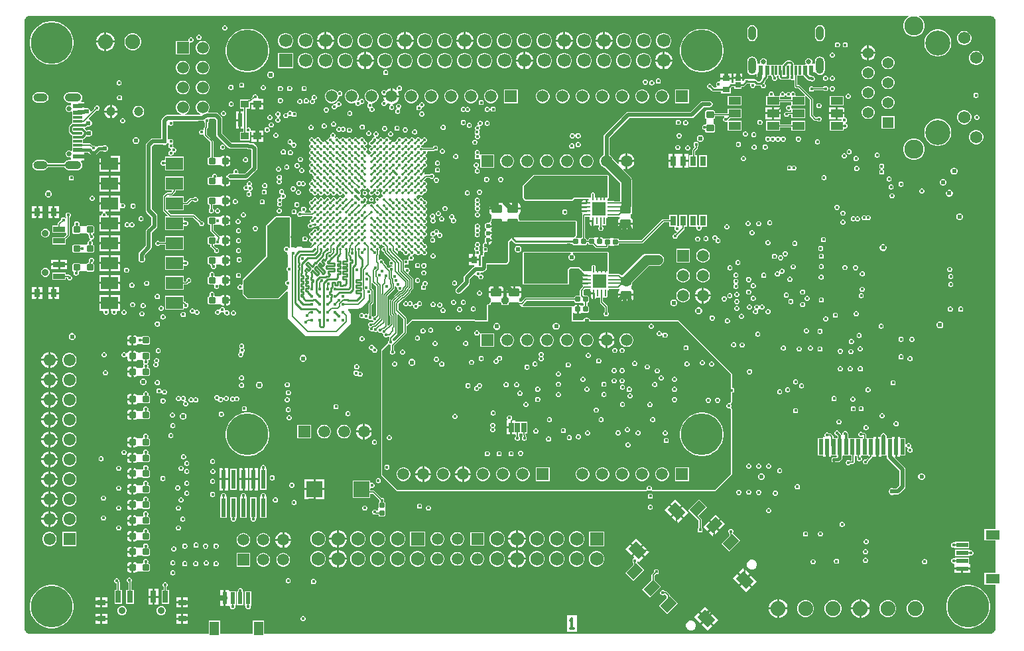
<source format=gtl>
G04*
G04 #@! TF.GenerationSoftware,Altium Limited,Altium Designer,23.11.1 (41)*
G04*
G04 Layer_Physical_Order=1*
G04 Layer_Color=255*
%FSLAX44Y44*%
%MOMM*%
G71*
G04*
G04 #@! TF.SameCoordinates,8D0F9430-818D-4280-9ADF-FC2C5230366B*
G04*
G04*
G04 #@! TF.FilePolarity,Positive*
G04*
G01*
G75*
%ADD10C,0.2540*%
%ADD15C,0.2032*%
%ADD16C,0.1270*%
%ADD18C,0.3810*%
%ADD24R,1.5000X0.7000*%
%ADD25R,0.8000X1.0000*%
%ADD26R,0.5001X2.0000*%
%ADD27R,2.1600X1.5200*%
G04:AMPARAMS|DCode=28|XSize=0.8mm|YSize=0.8mm|CornerRadius=0.1mm|HoleSize=0mm|Usage=FLASHONLY|Rotation=180.000|XOffset=0mm|YOffset=0mm|HoleType=Round|Shape=RoundedRectangle|*
%AMROUNDEDRECTD28*
21,1,0.8000,0.6000,0,0,180.0*
21,1,0.6000,0.8000,0,0,180.0*
1,1,0.2000,-0.3000,0.3000*
1,1,0.2000,0.3000,0.3000*
1,1,0.2000,0.3000,-0.3000*
1,1,0.2000,-0.3000,-0.3000*
%
%ADD28ROUNDEDRECTD28*%
%ADD29C,0.3500*%
%ADD30R,1.5000X1.0000*%
%ADD31R,0.6000X1.1500*%
%ADD32R,0.6400X0.6400*%
%ADD33R,0.9500X0.7500*%
%ADD34R,0.7600X1.2700*%
%ADD35R,1.8000X1.8000*%
%ADD36O,0.9000X0.2500*%
G04:AMPARAMS|DCode=37|XSize=1.4mm|YSize=1mm|CornerRadius=0.125mm|HoleSize=0mm|Usage=FLASHONLY|Rotation=0.000|XOffset=0mm|YOffset=0mm|HoleType=Round|Shape=RoundedRectangle|*
%AMROUNDEDRECTD37*
21,1,1.4000,0.7500,0,0,0.0*
21,1,1.1500,1.0000,0,0,0.0*
1,1,0.2500,0.5750,-0.3750*
1,1,0.2500,-0.5750,-0.3750*
1,1,0.2500,-0.5750,0.3750*
1,1,0.2500,0.5750,0.3750*
%
%ADD37ROUNDEDRECTD37*%
%ADD38O,0.2500X0.9000*%
%ADD39R,1.5500X0.6000*%
G04:AMPARAMS|DCode=40|XSize=1.9mm|YSize=1.4mm|CornerRadius=0mm|HoleSize=0mm|Usage=FLASHONLY|Rotation=135.000|XOffset=0mm|YOffset=0mm|HoleType=Round|Shape=Rectangle|*
%AMROTATEDRECTD40*
4,1,4,1.1667,-0.1768,0.1768,-1.1667,-1.1667,0.1768,-0.1768,1.1667,1.1667,-0.1768,0.0*
%
%ADD40ROTATEDRECTD40*%

G04:AMPARAMS|DCode=41|XSize=0.6mm|YSize=0.6mm|CornerRadius=0.06mm|HoleSize=0mm|Usage=FLASHONLY|Rotation=90.000|XOffset=0mm|YOffset=0mm|HoleType=Round|Shape=RoundedRectangle|*
%AMROUNDEDRECTD41*
21,1,0.6000,0.4800,0,0,90.0*
21,1,0.4800,0.6000,0,0,90.0*
1,1,0.1200,0.2400,0.2400*
1,1,0.1200,0.2400,-0.2400*
1,1,0.1200,-0.2400,-0.2400*
1,1,0.1200,-0.2400,0.2400*
%
%ADD41ROUNDEDRECTD41*%
%ADD42R,0.7500X0.9500*%
G04:AMPARAMS|DCode=43|XSize=1.7mm|YSize=1.2mm|CornerRadius=0mm|HoleSize=0mm|Usage=FLASHONLY|Rotation=45.000|XOffset=0mm|YOffset=0mm|HoleType=Round|Shape=Rectangle|*
%AMROTATEDRECTD43*
4,1,4,-0.1768,-1.0253,-1.0253,-0.1768,0.1768,1.0253,1.0253,0.1768,-0.1768,-1.0253,0.0*
%
%ADD43ROTATEDRECTD43*%

%ADD44R,1.0000X0.9000*%
%ADD45R,0.5500X1.7000*%
%ADD46R,1.1500X0.6000*%
%ADD47R,1.0000X0.8000*%
%ADD48C,0.3700*%
%ADD49R,2.0000X2.0000*%
%ADD50R,0.6000X2.4000*%
%ADD51R,0.6000X1.5500*%
%ADD52R,0.7000X1.5000*%
%ADD53R,5.7000X1.6000*%
G04:AMPARAMS|DCode=54|XSize=0.6mm|YSize=0.6mm|CornerRadius=0.06mm|HoleSize=0mm|Usage=FLASHONLY|Rotation=180.000|XOffset=0mm|YOffset=0mm|HoleType=Round|Shape=RoundedRectangle|*
%AMROUNDEDRECTD54*
21,1,0.6000,0.4800,0,0,180.0*
21,1,0.4800,0.6000,0,0,180.0*
1,1,0.1200,-0.2400,0.2400*
1,1,0.1200,0.2400,0.2400*
1,1,0.1200,0.2400,-0.2400*
1,1,0.1200,-0.2400,-0.2400*
%
%ADD54ROUNDEDRECTD54*%
%ADD55R,0.6350X1.2700*%
%ADD56R,0.3000X1.1500*%
%ADD57R,1.8000X1.2000*%
G04:AMPARAMS|DCode=58|XSize=1mm|YSize=0.9mm|CornerRadius=0.1125mm|HoleSize=0mm|Usage=FLASHONLY|Rotation=0.000|XOffset=0mm|YOffset=0mm|HoleType=Round|Shape=RoundedRectangle|*
%AMROUNDEDRECTD58*
21,1,1.0000,0.6750,0,0,0.0*
21,1,0.7750,0.9000,0,0,0.0*
1,1,0.2250,0.3875,-0.3375*
1,1,0.2250,-0.3875,-0.3375*
1,1,0.2250,-0.3875,0.3375*
1,1,0.2250,0.3875,0.3375*
%
%ADD58ROUNDEDRECTD58*%
%ADD59R,1.2000X1.8000*%
%ADD60R,1.1500X0.3000*%
%ADD87C,0.9000*%
%ADD91C,1.3900*%
%ADD99C,1.5700*%
%ADD103C,3.2000*%
%ADD104R,1.3900X1.3900*%
%ADD105C,2.4500*%
G04:AMPARAMS|DCode=106|XSize=1mm|YSize=1.8mm|CornerRadius=0.5mm|HoleSize=0mm|Usage=FLASHONLY|Rotation=180.000|XOffset=0mm|YOffset=0mm|HoleType=Round|Shape=RoundedRectangle|*
%AMROUNDEDRECTD106*
21,1,1.0000,0.8000,0,0,180.0*
21,1,0.0000,1.8000,0,0,180.0*
1,1,1.0000,0.0000,0.4000*
1,1,1.0000,0.0000,0.4000*
1,1,1.0000,0.0000,-0.4000*
1,1,1.0000,0.0000,-0.4000*
%
%ADD106ROUNDEDRECTD106*%
G04:AMPARAMS|DCode=107|XSize=1mm|YSize=2.1mm|CornerRadius=0.5mm|HoleSize=0mm|Usage=FLASHONLY|Rotation=180.000|XOffset=0mm|YOffset=0mm|HoleType=Round|Shape=RoundedRectangle|*
%AMROUNDEDRECTD107*
21,1,1.0000,1.1000,0,0,180.0*
21,1,0.0000,2.1000,0,0,180.0*
1,1,1.0000,0.0000,0.5500*
1,1,1.0000,0.0000,0.5500*
1,1,1.0000,0.0000,-0.5500*
1,1,1.0000,0.0000,-0.5500*
%
%ADD107ROUNDEDRECTD107*%
%ADD108C,0.6500*%
G04:AMPARAMS|DCode=111|XSize=1mm|YSize=2.1mm|CornerRadius=0.5mm|HoleSize=0mm|Usage=FLASHONLY|Rotation=270.000|XOffset=0mm|YOffset=0mm|HoleType=Round|Shape=RoundedRectangle|*
%AMROUNDEDRECTD111*
21,1,1.0000,1.1000,0,0,270.0*
21,1,0.0000,2.1000,0,0,270.0*
1,1,1.0000,-0.5500,0.0000*
1,1,1.0000,-0.5500,0.0000*
1,1,1.0000,0.5500,0.0000*
1,1,1.0000,0.5500,0.0000*
%
%ADD111ROUNDEDRECTD111*%
G04:AMPARAMS|DCode=112|XSize=1mm|YSize=1.8mm|CornerRadius=0.5mm|HoleSize=0mm|Usage=FLASHONLY|Rotation=270.000|XOffset=0mm|YOffset=0mm|HoleType=Round|Shape=RoundedRectangle|*
%AMROUNDEDRECTD112*
21,1,1.0000,0.8000,0,0,270.0*
21,1,0.0000,1.8000,0,0,270.0*
1,1,1.0000,-0.4000,0.0000*
1,1,1.0000,-0.4000,0.0000*
1,1,1.0000,0.4000,0.0000*
1,1,1.0000,0.4000,0.0000*
%
%ADD112ROUNDEDRECTD112*%
%ADD113C,0.6096*%
%ADD114C,0.3048*%
%ADD115C,0.5080*%
%ADD116C,0.6350*%
%ADD117C,0.1524*%
%ADD118C,1.2700*%
%ADD119C,0.6000*%
%ADD120C,0.3556*%
%ADD121C,5.3000*%
%ADD122C,1.7000*%
%ADD123C,1.5000*%
%ADD124C,1.9000*%
%ADD125C,1.7272*%
%ADD126C,1.2000*%
%ADD127C,1.5500*%
%ADD128R,1.5000X1.5000*%
%ADD129R,1.5500X1.5500*%
%ADD130R,1.7000X1.7000*%
%ADD131R,1.6764X1.6764*%
%ADD132R,1.5000X1.5000*%
%ADD133C,0.4064*%
%ADD134C,0.6000*%
G36*
X1659494Y1074532D02*
X1660862Y1073965D01*
X1662094Y1073142D01*
X1663142Y1072094D01*
X1663965Y1070862D01*
X1664532Y1069494D01*
X1664821Y1068041D01*
Y1067300D01*
Y418870D01*
X1650890D01*
Y404330D01*
X1664821D01*
Y362870D01*
X1650890D01*
Y348330D01*
X1664821D01*
Y292700D01*
Y291959D01*
X1664532Y290506D01*
X1663965Y289138D01*
X1663142Y287906D01*
X1662094Y286858D01*
X1660862Y286035D01*
X1659494Y285468D01*
X1658041Y285179D01*
X731170D01*
Y302370D01*
X716630D01*
Y285179D01*
X675170D01*
Y302370D01*
X660630D01*
Y285179D01*
X431959D01*
X430506Y285468D01*
X429138Y286035D01*
X427906Y286858D01*
X426858Y287906D01*
X426035Y289138D01*
X425468Y290506D01*
X425179Y291959D01*
Y292700D01*
Y1067300D01*
Y1068041D01*
X425468Y1069494D01*
X426035Y1070862D01*
X426858Y1072094D01*
X427906Y1073142D01*
X429138Y1073965D01*
X430506Y1074532D01*
X431959Y1074821D01*
X1554019D01*
X1554359Y1073551D01*
X1552399Y1072419D01*
X1549881Y1069901D01*
X1548101Y1066818D01*
X1547180Y1063380D01*
Y1059820D01*
X1548101Y1056382D01*
X1549881Y1053298D01*
X1552399Y1050781D01*
X1555482Y1049001D01*
X1558920Y1048080D01*
X1562480D01*
X1565918Y1049001D01*
X1569001Y1050781D01*
X1571519Y1053298D01*
X1573299Y1056382D01*
X1574220Y1059820D01*
Y1063380D01*
X1573299Y1066818D01*
X1571519Y1069901D01*
X1569001Y1072419D01*
X1567041Y1073551D01*
X1567381Y1074821D01*
X1658041D01*
X1659494Y1074532D01*
D02*
G37*
%LPC*%
G36*
X681657Y1062302D02*
X680343D01*
X679130Y1061799D01*
X678201Y1060870D01*
X677698Y1059657D01*
Y1058343D01*
X678201Y1057130D01*
X679130Y1056201D01*
X680343Y1055698D01*
X681657D01*
X682870Y1056201D01*
X683799Y1057130D01*
X684302Y1058343D01*
Y1059657D01*
X683799Y1060870D01*
X682870Y1061799D01*
X681657Y1062302D01*
D02*
G37*
G36*
X1166553Y1053740D02*
X1166370D01*
Y1043970D01*
X1176140D01*
Y1044153D01*
X1175388Y1046961D01*
X1173934Y1049479D01*
X1171879Y1051534D01*
X1169361Y1052988D01*
X1166553Y1053740D01*
D02*
G37*
G36*
X1163830D02*
X1163647D01*
X1160839Y1052988D01*
X1158321Y1051534D01*
X1156266Y1049479D01*
X1154812Y1046961D01*
X1154060Y1044153D01*
Y1043970D01*
X1163830D01*
Y1053740D01*
D02*
G37*
G36*
X1115753D02*
X1115570D01*
Y1043970D01*
X1125340D01*
Y1044153D01*
X1124588Y1046961D01*
X1123134Y1049479D01*
X1121079Y1051534D01*
X1118561Y1052988D01*
X1115753Y1053740D01*
D02*
G37*
G36*
X1113030D02*
X1112847D01*
X1110039Y1052988D01*
X1107521Y1051534D01*
X1105466Y1049479D01*
X1104012Y1046961D01*
X1103260Y1044153D01*
Y1043970D01*
X1113030D01*
Y1053740D01*
D02*
G37*
G36*
X988753D02*
X988570D01*
Y1043970D01*
X998340D01*
Y1044153D01*
X997588Y1046961D01*
X996134Y1049479D01*
X994079Y1051534D01*
X991561Y1052988D01*
X988753Y1053740D01*
D02*
G37*
G36*
X986030D02*
X985847D01*
X983039Y1052988D01*
X980521Y1051534D01*
X978466Y1049479D01*
X977012Y1046961D01*
X976260Y1044153D01*
Y1043970D01*
X986030D01*
Y1053740D01*
D02*
G37*
G36*
X912553D02*
X912370D01*
Y1043970D01*
X922140D01*
Y1044153D01*
X921388Y1046961D01*
X919934Y1049479D01*
X917879Y1051534D01*
X915361Y1052988D01*
X912553Y1053740D01*
D02*
G37*
G36*
X909830D02*
X909647D01*
X906839Y1052988D01*
X904321Y1051534D01*
X902266Y1049479D01*
X900812Y1046961D01*
X900060Y1044153D01*
Y1043970D01*
X909830D01*
Y1053740D01*
D02*
G37*
G36*
X810953D02*
X810770D01*
Y1043970D01*
X820540D01*
Y1044153D01*
X819788Y1046961D01*
X818334Y1049479D01*
X816279Y1051534D01*
X813761Y1052988D01*
X810953Y1053740D01*
D02*
G37*
G36*
X808230D02*
X808047D01*
X805239Y1052988D01*
X802721Y1051534D01*
X800666Y1049479D01*
X799212Y1046961D01*
X798460Y1044153D01*
Y1043970D01*
X808230D01*
Y1053740D01*
D02*
G37*
G36*
X648657Y1050302D02*
X647343D01*
X646130Y1049799D01*
X645201Y1048870D01*
X644698Y1047657D01*
Y1046343D01*
X645201Y1045130D01*
X646130Y1044201D01*
X647343Y1043698D01*
X648657D01*
X649870Y1044201D01*
X650799Y1045130D01*
X651302Y1046343D01*
Y1047657D01*
X650799Y1048870D01*
X649870Y1049799D01*
X648657Y1050302D01*
D02*
G37*
G36*
X530185Y1053440D02*
X529870D01*
Y1042670D01*
X540640D01*
Y1042985D01*
X539819Y1046047D01*
X538234Y1048793D01*
X535993Y1051034D01*
X533247Y1052619D01*
X530185Y1053440D01*
D02*
G37*
G36*
X527330D02*
X527015D01*
X523953Y1052619D01*
X521207Y1051034D01*
X518966Y1048793D01*
X517381Y1046047D01*
X516560Y1042985D01*
Y1042670D01*
X527330D01*
Y1053440D01*
D02*
G37*
G36*
X1440700Y1062943D02*
X1438254Y1062456D01*
X1436180Y1061070D01*
X1434794Y1058996D01*
X1434307Y1056550D01*
Y1048550D01*
X1434794Y1046104D01*
X1436180Y1044030D01*
X1438254Y1042644D01*
X1440700Y1042157D01*
X1443146Y1042644D01*
X1445220Y1044030D01*
X1446606Y1046104D01*
X1447093Y1048550D01*
Y1056550D01*
X1446606Y1058996D01*
X1445220Y1061070D01*
X1443146Y1062456D01*
X1440700Y1062943D01*
D02*
G37*
G36*
X1354300D02*
X1351854Y1062456D01*
X1349780Y1061070D01*
X1348394Y1058996D01*
X1347907Y1056550D01*
Y1048550D01*
X1348394Y1046104D01*
X1349780Y1044030D01*
X1351854Y1042644D01*
X1354300Y1042157D01*
X1356746Y1042644D01*
X1358820Y1044030D01*
X1360206Y1046104D01*
X1360693Y1048550D01*
Y1056550D01*
X1360206Y1058996D01*
X1358820Y1061070D01*
X1356746Y1062456D01*
X1354300Y1062943D01*
D02*
G37*
G36*
X638657Y1047365D02*
X637343D01*
X636130Y1046862D01*
X635201Y1045933D01*
X634698Y1044720D01*
Y1043406D01*
X634126Y1042550D01*
X618610D01*
Y1025010D01*
X636150D01*
Y1040112D01*
X637206Y1040818D01*
X637343Y1040761D01*
X638657D01*
X639870Y1041264D01*
X640799Y1042193D01*
X641302Y1043406D01*
Y1044720D01*
X640799Y1045933D01*
X639870Y1046862D01*
X638657Y1047365D01*
D02*
G37*
G36*
X1626201Y1055220D02*
X1623799D01*
X1621480Y1054598D01*
X1619400Y1053398D01*
X1617702Y1051700D01*
X1616501Y1049620D01*
X1615880Y1047301D01*
Y1044899D01*
X1616501Y1042580D01*
X1617702Y1040500D01*
X1619400Y1038802D01*
X1621480Y1037601D01*
X1623799Y1036980D01*
X1626201D01*
X1628520Y1037601D01*
X1630600Y1038802D01*
X1632298Y1040500D01*
X1633499Y1042580D01*
X1634120Y1044899D01*
Y1047301D01*
X1633499Y1049620D01*
X1632298Y1051700D01*
X1630600Y1053398D01*
X1628520Y1054598D01*
X1626201Y1055220D01*
D02*
G37*
G36*
X1473777Y1040844D02*
X1472463D01*
X1471250Y1040342D01*
X1470321Y1039413D01*
X1469818Y1038199D01*
Y1036885D01*
X1470321Y1035672D01*
X1471250Y1034743D01*
X1472463Y1034240D01*
X1473777D01*
X1474991Y1034743D01*
X1475920Y1035672D01*
X1476422Y1036885D01*
Y1038199D01*
X1475920Y1039413D01*
X1474991Y1040342D01*
X1473777Y1040844D01*
D02*
G37*
G36*
X1463777D02*
X1462463D01*
X1461250Y1040342D01*
X1460321Y1039413D01*
X1459818Y1038199D01*
Y1036885D01*
X1460321Y1035672D01*
X1461250Y1034743D01*
X1462463Y1034240D01*
X1463777D01*
X1464991Y1034743D01*
X1465920Y1035672D01*
X1466422Y1036885D01*
Y1038199D01*
X1465920Y1039413D01*
X1464991Y1040342D01*
X1463777Y1040844D01*
D02*
G37*
G36*
X1242586Y1052470D02*
X1240014D01*
X1237529Y1051804D01*
X1235301Y1050518D01*
X1233482Y1048699D01*
X1232196Y1046471D01*
X1231530Y1043986D01*
Y1041414D01*
X1232196Y1038929D01*
X1233482Y1036701D01*
X1235301Y1034882D01*
X1237529Y1033596D01*
X1240014Y1032930D01*
X1242586D01*
X1245071Y1033596D01*
X1247299Y1034882D01*
X1249118Y1036701D01*
X1250404Y1038929D01*
X1251070Y1041414D01*
Y1043986D01*
X1250404Y1046471D01*
X1249118Y1048699D01*
X1247299Y1050518D01*
X1245071Y1051804D01*
X1242586Y1052470D01*
D02*
G37*
G36*
X1217186D02*
X1214614D01*
X1212129Y1051804D01*
X1209901Y1050518D01*
X1208082Y1048699D01*
X1206796Y1046471D01*
X1206130Y1043986D01*
Y1041414D01*
X1206796Y1038929D01*
X1208082Y1036701D01*
X1209901Y1034882D01*
X1212129Y1033596D01*
X1214614Y1032930D01*
X1217186D01*
X1219671Y1033596D01*
X1221899Y1034882D01*
X1223718Y1036701D01*
X1225004Y1038929D01*
X1225670Y1041414D01*
Y1043986D01*
X1225004Y1046471D01*
X1223718Y1048699D01*
X1221899Y1050518D01*
X1219671Y1051804D01*
X1217186Y1052470D01*
D02*
G37*
G36*
X1191786D02*
X1189214D01*
X1186729Y1051804D01*
X1184501Y1050518D01*
X1182682Y1048699D01*
X1181396Y1046471D01*
X1180730Y1043986D01*
Y1041414D01*
X1181396Y1038929D01*
X1182682Y1036701D01*
X1184501Y1034882D01*
X1186729Y1033596D01*
X1189214Y1032930D01*
X1191786D01*
X1194271Y1033596D01*
X1196499Y1034882D01*
X1198318Y1036701D01*
X1199604Y1038929D01*
X1200270Y1041414D01*
Y1043986D01*
X1199604Y1046471D01*
X1198318Y1048699D01*
X1196499Y1050518D01*
X1194271Y1051804D01*
X1191786Y1052470D01*
D02*
G37*
G36*
X1140986D02*
X1138414D01*
X1135929Y1051804D01*
X1133701Y1050518D01*
X1131882Y1048699D01*
X1130596Y1046471D01*
X1129930Y1043986D01*
Y1041414D01*
X1130596Y1038929D01*
X1131882Y1036701D01*
X1133701Y1034882D01*
X1135929Y1033596D01*
X1138414Y1032930D01*
X1140986D01*
X1143471Y1033596D01*
X1145699Y1034882D01*
X1147518Y1036701D01*
X1148804Y1038929D01*
X1149470Y1041414D01*
Y1043986D01*
X1148804Y1046471D01*
X1147518Y1048699D01*
X1145699Y1050518D01*
X1143471Y1051804D01*
X1140986Y1052470D01*
D02*
G37*
G36*
X1090186D02*
X1087614D01*
X1085129Y1051804D01*
X1082901Y1050518D01*
X1081082Y1048699D01*
X1079796Y1046471D01*
X1079130Y1043986D01*
Y1041414D01*
X1079796Y1038929D01*
X1081082Y1036701D01*
X1082901Y1034882D01*
X1085129Y1033596D01*
X1087614Y1032930D01*
X1090186D01*
X1092671Y1033596D01*
X1094899Y1034882D01*
X1096718Y1036701D01*
X1098004Y1038929D01*
X1098670Y1041414D01*
Y1043986D01*
X1098004Y1046471D01*
X1096718Y1048699D01*
X1094899Y1050518D01*
X1092671Y1051804D01*
X1090186Y1052470D01*
D02*
G37*
G36*
X1064786D02*
X1062214D01*
X1059729Y1051804D01*
X1057501Y1050518D01*
X1055682Y1048699D01*
X1054396Y1046471D01*
X1053730Y1043986D01*
Y1041414D01*
X1054396Y1038929D01*
X1055682Y1036701D01*
X1057501Y1034882D01*
X1059729Y1033596D01*
X1062214Y1032930D01*
X1064786D01*
X1067271Y1033596D01*
X1069499Y1034882D01*
X1071318Y1036701D01*
X1072604Y1038929D01*
X1073270Y1041414D01*
Y1043986D01*
X1072604Y1046471D01*
X1071318Y1048699D01*
X1069499Y1050518D01*
X1067271Y1051804D01*
X1064786Y1052470D01*
D02*
G37*
G36*
X1039386D02*
X1036814D01*
X1034329Y1051804D01*
X1032101Y1050518D01*
X1030282Y1048699D01*
X1028996Y1046471D01*
X1028330Y1043986D01*
Y1041414D01*
X1028996Y1038929D01*
X1030282Y1036701D01*
X1032101Y1034882D01*
X1034329Y1033596D01*
X1036814Y1032930D01*
X1039386D01*
X1041871Y1033596D01*
X1044099Y1034882D01*
X1045918Y1036701D01*
X1047204Y1038929D01*
X1047870Y1041414D01*
Y1043986D01*
X1047204Y1046471D01*
X1045918Y1048699D01*
X1044099Y1050518D01*
X1041871Y1051804D01*
X1039386Y1052470D01*
D02*
G37*
G36*
X1013986D02*
X1011414D01*
X1008929Y1051804D01*
X1006701Y1050518D01*
X1004882Y1048699D01*
X1003596Y1046471D01*
X1002930Y1043986D01*
Y1041414D01*
X1003596Y1038929D01*
X1004882Y1036701D01*
X1006701Y1034882D01*
X1008929Y1033596D01*
X1011414Y1032930D01*
X1013986D01*
X1016471Y1033596D01*
X1018699Y1034882D01*
X1020518Y1036701D01*
X1021804Y1038929D01*
X1022470Y1041414D01*
Y1043986D01*
X1021804Y1046471D01*
X1020518Y1048699D01*
X1018699Y1050518D01*
X1016471Y1051804D01*
X1013986Y1052470D01*
D02*
G37*
G36*
X963186D02*
X960614D01*
X958129Y1051804D01*
X955901Y1050518D01*
X954082Y1048699D01*
X952796Y1046471D01*
X952130Y1043986D01*
Y1041414D01*
X952796Y1038929D01*
X954082Y1036701D01*
X955901Y1034882D01*
X958129Y1033596D01*
X960614Y1032930D01*
X963186D01*
X965671Y1033596D01*
X967899Y1034882D01*
X969718Y1036701D01*
X971004Y1038929D01*
X971670Y1041414D01*
Y1043986D01*
X971004Y1046471D01*
X969718Y1048699D01*
X967899Y1050518D01*
X965671Y1051804D01*
X963186Y1052470D01*
D02*
G37*
G36*
X937786D02*
X935214D01*
X932729Y1051804D01*
X930501Y1050518D01*
X928682Y1048699D01*
X927396Y1046471D01*
X926730Y1043986D01*
Y1041414D01*
X927396Y1038929D01*
X928682Y1036701D01*
X930501Y1034882D01*
X932729Y1033596D01*
X935214Y1032930D01*
X937786D01*
X940271Y1033596D01*
X942499Y1034882D01*
X944318Y1036701D01*
X945604Y1038929D01*
X946270Y1041414D01*
Y1043986D01*
X945604Y1046471D01*
X944318Y1048699D01*
X942499Y1050518D01*
X940271Y1051804D01*
X937786Y1052470D01*
D02*
G37*
G36*
X886986D02*
X884414D01*
X881929Y1051804D01*
X879701Y1050518D01*
X877882Y1048699D01*
X876596Y1046471D01*
X875930Y1043986D01*
Y1041414D01*
X876596Y1038929D01*
X877882Y1036701D01*
X879701Y1034882D01*
X881929Y1033596D01*
X884414Y1032930D01*
X886986D01*
X889471Y1033596D01*
X891699Y1034882D01*
X893518Y1036701D01*
X894804Y1038929D01*
X895470Y1041414D01*
Y1043986D01*
X894804Y1046471D01*
X893518Y1048699D01*
X891699Y1050518D01*
X889471Y1051804D01*
X886986Y1052470D01*
D02*
G37*
G36*
X861586D02*
X859014D01*
X856529Y1051804D01*
X854301Y1050518D01*
X852482Y1048699D01*
X851196Y1046471D01*
X850530Y1043986D01*
Y1041414D01*
X851196Y1038929D01*
X852482Y1036701D01*
X854301Y1034882D01*
X856529Y1033596D01*
X859014Y1032930D01*
X861586D01*
X864071Y1033596D01*
X866299Y1034882D01*
X868118Y1036701D01*
X869404Y1038929D01*
X870070Y1041414D01*
Y1043986D01*
X869404Y1046471D01*
X868118Y1048699D01*
X866299Y1050518D01*
X864071Y1051804D01*
X861586Y1052470D01*
D02*
G37*
G36*
X836186D02*
X833614D01*
X831129Y1051804D01*
X828901Y1050518D01*
X827082Y1048699D01*
X825796Y1046471D01*
X825130Y1043986D01*
Y1041414D01*
X825796Y1038929D01*
X827082Y1036701D01*
X828901Y1034882D01*
X831129Y1033596D01*
X833614Y1032930D01*
X836186D01*
X838671Y1033596D01*
X840899Y1034882D01*
X842718Y1036701D01*
X844004Y1038929D01*
X844670Y1041414D01*
Y1043986D01*
X844004Y1046471D01*
X842718Y1048699D01*
X840899Y1050518D01*
X838671Y1051804D01*
X836186Y1052470D01*
D02*
G37*
G36*
X785386D02*
X782814D01*
X780329Y1051804D01*
X778101Y1050518D01*
X776282Y1048699D01*
X774996Y1046471D01*
X774330Y1043986D01*
Y1041414D01*
X774996Y1038929D01*
X776282Y1036701D01*
X778101Y1034882D01*
X780329Y1033596D01*
X782814Y1032930D01*
X785386D01*
X787871Y1033596D01*
X790099Y1034882D01*
X791918Y1036701D01*
X793204Y1038929D01*
X793870Y1041414D01*
Y1043986D01*
X793204Y1046471D01*
X791918Y1048699D01*
X790099Y1050518D01*
X787871Y1051804D01*
X785386Y1052470D01*
D02*
G37*
G36*
X759986D02*
X757414D01*
X754929Y1051804D01*
X752701Y1050518D01*
X750882Y1048699D01*
X749596Y1046471D01*
X748930Y1043986D01*
Y1041414D01*
X749596Y1038929D01*
X750882Y1036701D01*
X752701Y1034882D01*
X754929Y1033596D01*
X757414Y1032930D01*
X759986D01*
X762471Y1033596D01*
X764699Y1034882D01*
X766518Y1036701D01*
X767804Y1038929D01*
X768470Y1041414D01*
Y1043986D01*
X767804Y1046471D01*
X766518Y1048699D01*
X764699Y1050518D01*
X762471Y1051804D01*
X759986Y1052470D01*
D02*
G37*
G36*
X1176140Y1041430D02*
X1166370D01*
Y1031660D01*
X1166553D01*
X1169361Y1032412D01*
X1171879Y1033866D01*
X1173934Y1035921D01*
X1175388Y1038439D01*
X1176140Y1041247D01*
Y1041430D01*
D02*
G37*
G36*
X1163830D02*
X1154060D01*
Y1041247D01*
X1154812Y1038439D01*
X1156266Y1035921D01*
X1158321Y1033866D01*
X1160839Y1032412D01*
X1163647Y1031660D01*
X1163830D01*
Y1041430D01*
D02*
G37*
G36*
X1125340D02*
X1115570D01*
Y1031660D01*
X1115753D01*
X1118561Y1032412D01*
X1121079Y1033866D01*
X1123134Y1035921D01*
X1124588Y1038439D01*
X1125340Y1041247D01*
Y1041430D01*
D02*
G37*
G36*
X1113030D02*
X1103260D01*
Y1041247D01*
X1104012Y1038439D01*
X1105466Y1035921D01*
X1107521Y1033866D01*
X1110039Y1032412D01*
X1112847Y1031660D01*
X1113030D01*
Y1041430D01*
D02*
G37*
G36*
X998340D02*
X988570D01*
Y1031660D01*
X988753D01*
X991561Y1032412D01*
X994079Y1033866D01*
X996134Y1035921D01*
X997588Y1038439D01*
X998340Y1041247D01*
Y1041430D01*
D02*
G37*
G36*
X986030D02*
X976260D01*
Y1041247D01*
X977012Y1038439D01*
X978466Y1035921D01*
X980521Y1033866D01*
X983039Y1032412D01*
X985847Y1031660D01*
X986030D01*
Y1041430D01*
D02*
G37*
G36*
X922140D02*
X912370D01*
Y1031660D01*
X912553D01*
X915361Y1032412D01*
X917879Y1033866D01*
X919934Y1035921D01*
X921388Y1038439D01*
X922140Y1041247D01*
Y1041430D01*
D02*
G37*
G36*
X909830D02*
X900060D01*
Y1041247D01*
X900812Y1038439D01*
X902266Y1035921D01*
X904321Y1033866D01*
X906839Y1032412D01*
X909647Y1031660D01*
X909830D01*
Y1041430D01*
D02*
G37*
G36*
X820540D02*
X810770D01*
Y1031660D01*
X810953D01*
X813761Y1032412D01*
X816279Y1033866D01*
X818334Y1035921D01*
X819788Y1038439D01*
X820540Y1041247D01*
Y1041430D01*
D02*
G37*
G36*
X808230D02*
X798460D01*
Y1041247D01*
X799212Y1038439D01*
X800666Y1035921D01*
X802721Y1033866D01*
X805239Y1032412D01*
X808047Y1031660D01*
X808230D01*
Y1041430D01*
D02*
G37*
G36*
X565018Y1052170D02*
X562182D01*
X559443Y1051436D01*
X556987Y1050018D01*
X554982Y1048013D01*
X553564Y1045557D01*
X552830Y1042818D01*
Y1039982D01*
X553564Y1037243D01*
X554982Y1034787D01*
X556987Y1032782D01*
X559443Y1031364D01*
X562182Y1030630D01*
X565018D01*
X567757Y1031364D01*
X570213Y1032782D01*
X572218Y1034787D01*
X573636Y1037243D01*
X574370Y1039982D01*
Y1042818D01*
X573636Y1045557D01*
X572218Y1048013D01*
X570213Y1050018D01*
X567757Y1051436D01*
X565018Y1052170D01*
D02*
G37*
G36*
X540640Y1040130D02*
X529870D01*
Y1029360D01*
X530185D01*
X533247Y1030181D01*
X535993Y1031766D01*
X538234Y1034007D01*
X539819Y1036753D01*
X540640Y1039815D01*
Y1040130D01*
D02*
G37*
G36*
X527330D02*
X516560D01*
Y1039815D01*
X517381Y1036753D01*
X518966Y1034007D01*
X521207Y1031766D01*
X523953Y1030181D01*
X527015Y1029360D01*
X527330D01*
Y1040130D01*
D02*
G37*
G36*
X1503570Y1036784D02*
Y1028570D01*
X1511785D01*
X1511143Y1030963D01*
X1509894Y1033127D01*
X1508127Y1034894D01*
X1505963Y1036143D01*
X1503570Y1036784D01*
D02*
G37*
G36*
X1501030Y1036785D02*
X1498637Y1036143D01*
X1496473Y1034894D01*
X1494706Y1033127D01*
X1493457Y1030963D01*
X1492816Y1028570D01*
X1501030D01*
Y1036785D01*
D02*
G37*
G36*
X653935Y1042550D02*
X651625D01*
X649395Y1041952D01*
X647395Y1040798D01*
X645762Y1039165D01*
X644608Y1037165D01*
X644010Y1034935D01*
Y1032625D01*
X644608Y1030395D01*
X645762Y1028395D01*
X647395Y1026762D01*
X649395Y1025608D01*
X651625Y1025010D01*
X653935D01*
X656165Y1025608D01*
X658165Y1026762D01*
X659798Y1028395D01*
X660952Y1030395D01*
X661550Y1032625D01*
Y1034935D01*
X660952Y1037165D01*
X659798Y1039165D01*
X658165Y1040798D01*
X656165Y1041952D01*
X653935Y1042550D01*
D02*
G37*
G36*
X1592901Y1057270D02*
X1589499D01*
X1586163Y1056606D01*
X1583020Y1055304D01*
X1580191Y1053415D01*
X1577785Y1051009D01*
X1575896Y1048180D01*
X1574594Y1045038D01*
X1573930Y1041701D01*
Y1038299D01*
X1574594Y1034962D01*
X1575896Y1031820D01*
X1577785Y1028991D01*
X1580191Y1026585D01*
X1583020Y1024696D01*
X1586163Y1023394D01*
X1589499Y1022730D01*
X1592901D01*
X1596237Y1023394D01*
X1599380Y1024696D01*
X1602209Y1026585D01*
X1604615Y1028991D01*
X1606505Y1031820D01*
X1607806Y1034962D01*
X1608470Y1038299D01*
Y1041701D01*
X1607806Y1045038D01*
X1606505Y1048180D01*
X1604615Y1051009D01*
X1602209Y1053415D01*
X1599380Y1055304D01*
X1596237Y1056606D01*
X1592901Y1057270D01*
D02*
G37*
G36*
X1457300Y1027555D02*
X1455986D01*
X1454773Y1027053D01*
X1453844Y1026124D01*
X1453341Y1024910D01*
Y1023597D01*
X1453844Y1022383D01*
X1454773Y1021454D01*
X1455986Y1020952D01*
X1457300D01*
X1458514Y1021454D01*
X1459443Y1022383D01*
X1459945Y1023597D01*
Y1024910D01*
X1459443Y1026124D01*
X1458514Y1027053D01*
X1457300Y1027555D01*
D02*
G37*
G36*
X1242753Y1028340D02*
X1242570D01*
Y1018570D01*
X1252340D01*
Y1018753D01*
X1251588Y1021561D01*
X1250134Y1024079D01*
X1248079Y1026134D01*
X1245561Y1027588D01*
X1242753Y1028340D01*
D02*
G37*
G36*
X1240030D02*
X1239847D01*
X1237039Y1027588D01*
X1234521Y1026134D01*
X1232466Y1024079D01*
X1231012Y1021561D01*
X1230260Y1018753D01*
Y1018570D01*
X1240030D01*
Y1028340D01*
D02*
G37*
G36*
X1064953D02*
X1064770D01*
Y1018570D01*
X1074540D01*
Y1018753D01*
X1073788Y1021561D01*
X1072334Y1024079D01*
X1070279Y1026134D01*
X1067761Y1027588D01*
X1064953Y1028340D01*
D02*
G37*
G36*
X1062230D02*
X1062047D01*
X1059239Y1027588D01*
X1056721Y1026134D01*
X1054666Y1024079D01*
X1053212Y1021561D01*
X1052460Y1018753D01*
Y1018570D01*
X1062230D01*
Y1028340D01*
D02*
G37*
G36*
X861753D02*
X861570D01*
Y1018570D01*
X871340D01*
Y1018753D01*
X870588Y1021561D01*
X869134Y1024079D01*
X867079Y1026134D01*
X864561Y1027588D01*
X861753Y1028340D01*
D02*
G37*
G36*
X859030D02*
X858847D01*
X856039Y1027588D01*
X853521Y1026134D01*
X851466Y1024079D01*
X850012Y1021561D01*
X849260Y1018753D01*
Y1018570D01*
X859030D01*
Y1028340D01*
D02*
G37*
G36*
X1511785Y1026030D02*
X1503570D01*
Y1017815D01*
X1505963Y1018457D01*
X1508127Y1019706D01*
X1509894Y1021473D01*
X1511143Y1023637D01*
X1511785Y1026030D01*
D02*
G37*
G36*
X1501030D02*
X1492816D01*
X1493457Y1023637D01*
X1494706Y1021473D01*
X1496473Y1019706D01*
X1498637Y1018457D01*
X1501030Y1017815D01*
Y1026030D01*
D02*
G37*
G36*
X1440700Y1022643D02*
X1438254Y1022156D01*
X1436180Y1020770D01*
X1434794Y1018697D01*
X1434307Y1016250D01*
Y1013290D01*
X1431416D01*
X1430711Y1014346D01*
X1430920Y1014851D01*
Y1016649D01*
X1430232Y1018310D01*
X1428960Y1019582D01*
X1427299Y1020270D01*
X1425501D01*
X1423840Y1019582D01*
X1422568Y1018310D01*
X1421880Y1016649D01*
Y1014851D01*
X1422527Y1013290D01*
X1422078Y1012020D01*
X1407590D01*
Y1013080D01*
X1407393Y1014071D01*
X1406831Y1014911D01*
X1405181Y1016561D01*
X1404341Y1017123D01*
X1403350Y1017320D01*
X1398888D01*
X1397897Y1017123D01*
X1397057Y1016561D01*
X1393399Y1012903D01*
X1392837Y1012063D01*
X1392829Y1012020D01*
X1372922D01*
X1372473Y1013290D01*
X1373120Y1014851D01*
Y1016649D01*
X1372432Y1018310D01*
X1371160Y1019582D01*
X1369499Y1020270D01*
X1367701D01*
X1366040Y1019582D01*
X1364768Y1018310D01*
X1364080Y1016649D01*
Y1014851D01*
X1364289Y1014346D01*
X1363584Y1013290D01*
X1360693D01*
Y1016250D01*
X1360206Y1018697D01*
X1358820Y1020770D01*
X1356746Y1022156D01*
X1354300Y1022643D01*
X1351854Y1022156D01*
X1349780Y1020770D01*
X1348394Y1018697D01*
X1347907Y1016250D01*
Y1005250D01*
X1348394Y1002804D01*
X1349780Y1000730D01*
X1351854Y999344D01*
X1354300Y998857D01*
X1356746Y999344D01*
X1358690Y1000642D01*
X1359960Y1000323D01*
Y996710D01*
X1364230D01*
Y1005000D01*
X1366770D01*
Y996710D01*
X1366794D01*
X1367280Y995537D01*
X1366757Y995013D01*
X1366195Y994173D01*
X1365998Y993182D01*
Y992758D01*
X1364242Y991002D01*
X1361293D01*
X1359463Y992831D01*
X1358623Y993393D01*
X1357632Y993590D01*
X1349080D01*
X1348870Y993799D01*
X1347657Y994302D01*
X1346343D01*
X1345130Y993799D01*
X1344201Y992870D01*
X1343718Y991704D01*
X1343650Y991623D01*
X1343024Y991175D01*
X1341780Y991754D01*
Y993930D01*
X1336040D01*
X1330300D01*
Y989460D01*
X1329391Y988590D01*
X1328090D01*
Y993445D01*
X1320800D01*
X1313510D01*
Y991120D01*
X1312240Y990271D01*
X1312059Y990346D01*
X1310745D01*
X1309532Y989843D01*
X1308603Y988914D01*
X1308100Y987701D01*
Y986387D01*
X1308603Y985174D01*
X1309201Y984575D01*
X1308734Y983305D01*
X1305323D01*
X1303270Y985359D01*
X1302849Y986374D01*
X1301920Y987303D01*
X1300706Y987806D01*
X1299393D01*
X1298179Y987303D01*
X1297250Y986374D01*
X1296748Y985161D01*
Y983847D01*
X1297250Y982634D01*
X1298179Y981705D01*
X1299393Y981202D01*
X1300102D01*
X1302419Y978884D01*
X1303260Y978323D01*
X1304251Y978126D01*
X1314780D01*
Y975695D01*
X1326820D01*
Y982073D01*
X1328157Y983410D01*
X1331570D01*
Y981530D01*
X1340510D01*
Y983410D01*
X1342000D01*
X1342991Y983607D01*
X1343831Y984169D01*
X1347361Y987698D01*
X1347657D01*
X1348870Y988201D01*
X1349080Y988410D01*
X1351335D01*
X1352036Y987140D01*
X1351754Y986459D01*
Y985146D01*
X1352257Y983932D01*
X1353186Y983003D01*
X1354400Y982501D01*
X1355713D01*
X1356927Y983003D01*
X1357856Y983932D01*
X1358335Y985089D01*
X1358381Y985168D01*
X1358465Y985253D01*
X1359628Y985940D01*
X1360220Y985822D01*
X1365229D01*
X1365230Y985821D01*
Y984507D01*
X1365733Y983294D01*
X1366662Y982365D01*
X1367875Y981862D01*
X1369189D01*
X1370403Y982365D01*
X1371331Y983294D01*
X1371834Y984507D01*
Y985821D01*
X1371331Y987034D01*
X1370403Y987963D01*
X1370347Y987986D01*
X1370049Y989484D01*
X1370419Y989854D01*
X1370981Y990694D01*
X1371178Y991685D01*
Y992109D01*
X1373601Y994532D01*
X1374163Y995373D01*
X1374360Y996364D01*
Y997980D01*
X1378923D01*
Y997815D01*
X1379070Y997072D01*
X1379492Y996442D01*
X1379908Y996026D01*
X1379716Y995563D01*
Y994249D01*
X1380219Y993036D01*
X1381148Y992107D01*
X1382361Y991604D01*
X1383675D01*
X1384889Y992107D01*
X1385818Y993036D01*
X1386320Y994249D01*
Y995563D01*
X1385818Y996777D01*
X1386410Y997980D01*
X1387640D01*
Y997168D01*
X1387837Y996177D01*
X1388399Y995337D01*
X1389887Y993849D01*
X1390727Y993287D01*
X1391718Y993090D01*
X1398449D01*
X1399392Y993278D01*
X1399917Y993174D01*
X1400908Y993371D01*
X1401198Y993565D01*
X1402545Y993633D01*
X1403474Y992704D01*
X1404687Y992201D01*
X1406001D01*
X1406788Y992527D01*
X1408058Y991887D01*
Y984744D01*
X1408206Y984001D01*
X1408627Y983371D01*
X1409371Y982627D01*
X1410001Y982206D01*
X1410744Y982058D01*
X1413195D01*
X1421753Y973500D01*
X1421227Y972230D01*
X1420934Y972230D01*
X1420934Y972230D01*
X1420923Y972230D01*
X1410331D01*
X1409482Y973500D01*
X1409566Y973702D01*
Y975016D01*
X1409064Y976230D01*
X1408135Y977159D01*
X1406921Y977661D01*
X1405607D01*
X1404394Y977159D01*
X1403466Y976231D01*
X1402807Y976889D01*
X1401594Y977392D01*
X1400280D01*
X1399067Y976889D01*
X1398138Y975960D01*
X1397635Y974747D01*
Y973433D01*
X1398138Y972220D01*
X1399067Y971291D01*
X1400280Y970788D01*
X1401594D01*
X1402807Y971291D01*
X1403100Y971583D01*
X1404370Y971057D01*
Y967902D01*
X1389630D01*
Y971205D01*
X1390900Y971731D01*
X1391193Y971439D01*
X1392406Y970936D01*
X1393720D01*
X1394933Y971439D01*
X1395862Y972368D01*
X1396365Y973581D01*
Y974895D01*
X1395862Y976108D01*
X1394933Y977037D01*
X1393720Y977540D01*
X1392406D01*
X1391193Y977037D01*
X1390264Y976108D01*
X1389761Y974895D01*
Y973581D01*
X1389829Y973418D01*
X1388946Y972230D01*
X1382625D01*
X1381848Y973500D01*
X1382076Y974051D01*
Y975365D01*
X1381573Y976578D01*
X1380644Y977507D01*
X1379431Y978010D01*
X1378117D01*
X1376904Y977507D01*
X1375975Y976578D01*
X1375472Y975365D01*
Y974051D01*
X1375700Y973500D01*
X1374923Y972230D01*
X1372090D01*
Y959690D01*
X1389630D01*
Y964018D01*
X1404370D01*
Y960811D01*
X1404370Y960807D01*
Y960807D01*
X1404370Y960096D01*
X1403185Y959485D01*
X1402870Y959799D01*
X1401657Y960302D01*
X1400343D01*
X1399130Y959799D01*
X1398201Y958870D01*
X1397698Y957657D01*
Y956343D01*
X1398201Y955130D01*
X1399130Y954201D01*
X1400343Y953698D01*
X1401657D01*
X1402870Y954201D01*
X1403100Y954430D01*
X1404370Y953904D01*
Y951902D01*
X1400296D01*
X1400296Y951902D01*
X1399553Y951755D01*
X1399533Y951741D01*
X1398927Y951992D01*
X1397613D01*
X1396400Y951489D01*
X1395471Y950560D01*
X1394968Y949347D01*
Y948033D01*
X1395471Y946820D01*
X1396400Y945891D01*
X1397613Y945388D01*
X1398927D01*
X1400140Y945891D01*
X1401069Y946820D01*
X1401566Y948018D01*
X1404370D01*
Y943690D01*
X1421910D01*
Y956230D01*
X1405525D01*
X1404364Y956337D01*
X1404302Y957472D01*
Y957657D01*
X1403969Y958460D01*
X1403906Y958612D01*
X1404504Y959491D01*
X1404730Y959690D01*
X1405472Y959690D01*
X1421910D01*
X1421910Y971243D01*
Y971254D01*
Y971254D01*
X1421910Y971547D01*
X1422404Y971751D01*
X1423180Y972073D01*
X1428058Y967195D01*
Y947000D01*
X1428206Y946257D01*
X1428627Y945627D01*
X1432896Y941357D01*
X1433526Y940936D01*
X1434269Y940788D01*
X1434270Y940788D01*
X1436770D01*
X1437627Y939931D01*
X1438841Y939429D01*
X1440155D01*
X1441368Y939931D01*
X1442297Y940860D01*
X1442800Y942074D01*
Y943388D01*
X1442297Y944601D01*
X1441368Y945530D01*
X1440155Y946033D01*
X1438841D01*
X1437627Y945530D01*
X1436770Y944673D01*
X1435074D01*
X1431942Y947804D01*
Y968000D01*
X1431942Y968000D01*
X1431794Y968743D01*
X1431373Y969373D01*
X1415373Y985373D01*
X1414743Y985795D01*
X1414000Y985942D01*
X1411942D01*
Y997980D01*
X1420295D01*
X1420344Y997732D01*
X1420962Y996808D01*
X1425288Y992482D01*
X1425289Y992482D01*
X1426213Y991864D01*
X1427303Y991647D01*
X1427303Y991647D01*
X1428912D01*
X1429057Y991502D01*
X1430271Y991000D01*
X1431584D01*
X1432798Y991502D01*
X1433727Y992431D01*
X1434229Y993645D01*
Y994958D01*
X1434030Y995440D01*
X1434848Y996710D01*
X1435040D01*
Y1000323D01*
X1436310Y1000642D01*
X1438254Y999344D01*
X1440700Y998857D01*
X1443146Y999344D01*
X1445220Y1000730D01*
X1446606Y1002804D01*
X1447093Y1005250D01*
Y1016250D01*
X1446606Y1018697D01*
X1445220Y1020770D01*
X1443146Y1022156D01*
X1440700Y1022643D01*
D02*
G37*
G36*
X462186Y1067770D02*
X457814D01*
X453497Y1067086D01*
X449340Y1065735D01*
X445445Y1063751D01*
X441909Y1061182D01*
X438818Y1058091D01*
X436249Y1054555D01*
X434264Y1050660D01*
X432914Y1046503D01*
X432230Y1042186D01*
Y1037814D01*
X432914Y1033497D01*
X434264Y1029340D01*
X436249Y1025445D01*
X438818Y1021909D01*
X441909Y1018818D01*
X445445Y1016249D01*
X449340Y1014265D01*
X453497Y1012914D01*
X457814Y1012230D01*
X462186D01*
X466503Y1012914D01*
X470660Y1014265D01*
X474555Y1016249D01*
X478091Y1018818D01*
X481182Y1021909D01*
X483751Y1025445D01*
X485736Y1029340D01*
X487086Y1033497D01*
X487770Y1037814D01*
Y1042186D01*
X487086Y1046503D01*
X485736Y1050660D01*
X483751Y1054555D01*
X481182Y1058091D01*
X478091Y1061182D01*
X474555Y1063751D01*
X470660Y1065735D01*
X466503Y1067086D01*
X462186Y1067770D01*
D02*
G37*
G36*
X1641401Y1029820D02*
X1638999D01*
X1636680Y1029198D01*
X1634600Y1027998D01*
X1632902Y1026300D01*
X1631702Y1024220D01*
X1631080Y1021901D01*
Y1019499D01*
X1631702Y1017180D01*
X1632902Y1015100D01*
X1634600Y1013402D01*
X1636680Y1012202D01*
X1638999Y1011580D01*
X1641401D01*
X1643720Y1012202D01*
X1645800Y1013402D01*
X1647498Y1015100D01*
X1648698Y1017180D01*
X1649320Y1019499D01*
Y1021901D01*
X1648698Y1024220D01*
X1647498Y1026300D01*
X1645800Y1027998D01*
X1643720Y1029198D01*
X1641401Y1029820D01*
D02*
G37*
G36*
X1217186Y1027070D02*
X1214614D01*
X1212129Y1026404D01*
X1209901Y1025118D01*
X1208082Y1023299D01*
X1206796Y1021071D01*
X1206130Y1018586D01*
Y1016014D01*
X1206796Y1013529D01*
X1208082Y1011301D01*
X1209901Y1009482D01*
X1212129Y1008196D01*
X1214614Y1007530D01*
X1217186D01*
X1219671Y1008196D01*
X1221899Y1009482D01*
X1223718Y1011301D01*
X1225004Y1013529D01*
X1225670Y1016014D01*
Y1018586D01*
X1225004Y1021071D01*
X1223718Y1023299D01*
X1221899Y1025118D01*
X1219671Y1026404D01*
X1217186Y1027070D01*
D02*
G37*
G36*
X1191786D02*
X1189214D01*
X1186729Y1026404D01*
X1184501Y1025118D01*
X1182682Y1023299D01*
X1181396Y1021071D01*
X1180730Y1018586D01*
Y1016014D01*
X1181396Y1013529D01*
X1182682Y1011301D01*
X1184501Y1009482D01*
X1186729Y1008196D01*
X1189214Y1007530D01*
X1191786D01*
X1194271Y1008196D01*
X1196499Y1009482D01*
X1198318Y1011301D01*
X1199604Y1013529D01*
X1200270Y1016014D01*
Y1018586D01*
X1199604Y1021071D01*
X1198318Y1023299D01*
X1196499Y1025118D01*
X1194271Y1026404D01*
X1191786Y1027070D01*
D02*
G37*
G36*
X1166386D02*
X1163814D01*
X1161329Y1026404D01*
X1159101Y1025118D01*
X1157282Y1023299D01*
X1155996Y1021071D01*
X1155330Y1018586D01*
Y1016014D01*
X1155996Y1013529D01*
X1157282Y1011301D01*
X1159101Y1009482D01*
X1161329Y1008196D01*
X1163814Y1007530D01*
X1166386D01*
X1168871Y1008196D01*
X1171099Y1009482D01*
X1172918Y1011301D01*
X1174204Y1013529D01*
X1174870Y1016014D01*
Y1018586D01*
X1174204Y1021071D01*
X1172918Y1023299D01*
X1171099Y1025118D01*
X1168871Y1026404D01*
X1166386Y1027070D01*
D02*
G37*
G36*
X1140986D02*
X1138414D01*
X1135929Y1026404D01*
X1133701Y1025118D01*
X1131882Y1023299D01*
X1130596Y1021071D01*
X1129930Y1018586D01*
Y1016014D01*
X1130596Y1013529D01*
X1131882Y1011301D01*
X1133701Y1009482D01*
X1135929Y1008196D01*
X1138414Y1007530D01*
X1140986D01*
X1143471Y1008196D01*
X1145699Y1009482D01*
X1147518Y1011301D01*
X1148804Y1013529D01*
X1149470Y1016014D01*
Y1018586D01*
X1148804Y1021071D01*
X1147518Y1023299D01*
X1145699Y1025118D01*
X1143471Y1026404D01*
X1140986Y1027070D01*
D02*
G37*
G36*
X1115586D02*
X1113014D01*
X1110529Y1026404D01*
X1108301Y1025118D01*
X1106482Y1023299D01*
X1105196Y1021071D01*
X1104530Y1018586D01*
Y1016014D01*
X1105196Y1013529D01*
X1106482Y1011301D01*
X1108301Y1009482D01*
X1110529Y1008196D01*
X1113014Y1007530D01*
X1115586D01*
X1118071Y1008196D01*
X1120299Y1009482D01*
X1122118Y1011301D01*
X1123404Y1013529D01*
X1124070Y1016014D01*
Y1018586D01*
X1123404Y1021071D01*
X1122118Y1023299D01*
X1120299Y1025118D01*
X1118071Y1026404D01*
X1115586Y1027070D01*
D02*
G37*
G36*
X1090186D02*
X1087614D01*
X1085129Y1026404D01*
X1082901Y1025118D01*
X1081082Y1023299D01*
X1079796Y1021071D01*
X1079130Y1018586D01*
Y1016014D01*
X1079796Y1013529D01*
X1081082Y1011301D01*
X1082901Y1009482D01*
X1085129Y1008196D01*
X1087614Y1007530D01*
X1090186D01*
X1092671Y1008196D01*
X1094899Y1009482D01*
X1096718Y1011301D01*
X1098004Y1013529D01*
X1098670Y1016014D01*
Y1018586D01*
X1098004Y1021071D01*
X1096718Y1023299D01*
X1094899Y1025118D01*
X1092671Y1026404D01*
X1090186Y1027070D01*
D02*
G37*
G36*
X1039386D02*
X1036814D01*
X1034329Y1026404D01*
X1032101Y1025118D01*
X1030282Y1023299D01*
X1028996Y1021071D01*
X1028330Y1018586D01*
Y1016014D01*
X1028996Y1013529D01*
X1030282Y1011301D01*
X1032101Y1009482D01*
X1034329Y1008196D01*
X1036814Y1007530D01*
X1039386D01*
X1041871Y1008196D01*
X1044099Y1009482D01*
X1045918Y1011301D01*
X1047204Y1013529D01*
X1047870Y1016014D01*
Y1018586D01*
X1047204Y1021071D01*
X1045918Y1023299D01*
X1044099Y1025118D01*
X1041871Y1026404D01*
X1039386Y1027070D01*
D02*
G37*
G36*
X1013986D02*
X1011414D01*
X1008929Y1026404D01*
X1006701Y1025118D01*
X1004882Y1023299D01*
X1003596Y1021071D01*
X1002930Y1018586D01*
Y1016014D01*
X1003596Y1013529D01*
X1004882Y1011301D01*
X1006701Y1009482D01*
X1008929Y1008196D01*
X1011414Y1007530D01*
X1013986D01*
X1016471Y1008196D01*
X1018699Y1009482D01*
X1020518Y1011301D01*
X1021804Y1013529D01*
X1022470Y1016014D01*
Y1018586D01*
X1021804Y1021071D01*
X1020518Y1023299D01*
X1018699Y1025118D01*
X1016471Y1026404D01*
X1013986Y1027070D01*
D02*
G37*
G36*
X988586D02*
X986014D01*
X983529Y1026404D01*
X981301Y1025118D01*
X979482Y1023299D01*
X978196Y1021071D01*
X977530Y1018586D01*
Y1016014D01*
X978196Y1013529D01*
X979482Y1011301D01*
X981301Y1009482D01*
X983529Y1008196D01*
X986014Y1007530D01*
X988586D01*
X991071Y1008196D01*
X993299Y1009482D01*
X995118Y1011301D01*
X996404Y1013529D01*
X997070Y1016014D01*
Y1018586D01*
X996404Y1021071D01*
X995118Y1023299D01*
X993299Y1025118D01*
X991071Y1026404D01*
X988586Y1027070D01*
D02*
G37*
G36*
X963186D02*
X960614D01*
X958129Y1026404D01*
X955901Y1025118D01*
X954082Y1023299D01*
X952796Y1021071D01*
X952130Y1018586D01*
Y1016014D01*
X952796Y1013529D01*
X954082Y1011301D01*
X955901Y1009482D01*
X958129Y1008196D01*
X960614Y1007530D01*
X963186D01*
X965671Y1008196D01*
X967899Y1009482D01*
X969718Y1011301D01*
X971004Y1013529D01*
X971670Y1016014D01*
Y1018586D01*
X971004Y1021071D01*
X969718Y1023299D01*
X967899Y1025118D01*
X965671Y1026404D01*
X963186Y1027070D01*
D02*
G37*
G36*
X937786D02*
X935214D01*
X932729Y1026404D01*
X930501Y1025118D01*
X928682Y1023299D01*
X927396Y1021071D01*
X926730Y1018586D01*
Y1016014D01*
X927396Y1013529D01*
X928682Y1011301D01*
X930501Y1009482D01*
X932729Y1008196D01*
X935214Y1007530D01*
X937786D01*
X940271Y1008196D01*
X942499Y1009482D01*
X944318Y1011301D01*
X945604Y1013529D01*
X946270Y1016014D01*
Y1018586D01*
X945604Y1021071D01*
X944318Y1023299D01*
X942499Y1025118D01*
X940271Y1026404D01*
X937786Y1027070D01*
D02*
G37*
G36*
X912386D02*
X909814D01*
X907329Y1026404D01*
X905101Y1025118D01*
X903282Y1023299D01*
X901996Y1021071D01*
X901330Y1018586D01*
Y1016014D01*
X901996Y1013529D01*
X903282Y1011301D01*
X905101Y1009482D01*
X907329Y1008196D01*
X909814Y1007530D01*
X912386D01*
X914871Y1008196D01*
X917099Y1009482D01*
X918918Y1011301D01*
X920204Y1013529D01*
X920870Y1016014D01*
Y1018586D01*
X920204Y1021071D01*
X918918Y1023299D01*
X917099Y1025118D01*
X914871Y1026404D01*
X912386Y1027070D01*
D02*
G37*
G36*
X886986D02*
X884414D01*
X881929Y1026404D01*
X879701Y1025118D01*
X877882Y1023299D01*
X876596Y1021071D01*
X875930Y1018586D01*
Y1016014D01*
X876596Y1013529D01*
X877882Y1011301D01*
X879701Y1009482D01*
X881929Y1008196D01*
X884414Y1007530D01*
X886986D01*
X889471Y1008196D01*
X891699Y1009482D01*
X893518Y1011301D01*
X894804Y1013529D01*
X895470Y1016014D01*
Y1018586D01*
X894804Y1021071D01*
X893518Y1023299D01*
X891699Y1025118D01*
X889471Y1026404D01*
X886986Y1027070D01*
D02*
G37*
G36*
X836186D02*
X833614D01*
X831129Y1026404D01*
X828901Y1025118D01*
X827082Y1023299D01*
X825796Y1021071D01*
X825130Y1018586D01*
Y1016014D01*
X825796Y1013529D01*
X827082Y1011301D01*
X828901Y1009482D01*
X831129Y1008196D01*
X833614Y1007530D01*
X836186D01*
X838671Y1008196D01*
X840899Y1009482D01*
X842718Y1011301D01*
X844004Y1013529D01*
X844670Y1016014D01*
Y1018586D01*
X844004Y1021071D01*
X842718Y1023299D01*
X840899Y1025118D01*
X838671Y1026404D01*
X836186Y1027070D01*
D02*
G37*
G36*
X810786D02*
X808214D01*
X805729Y1026404D01*
X803501Y1025118D01*
X801682Y1023299D01*
X800396Y1021071D01*
X799730Y1018586D01*
Y1016014D01*
X800396Y1013529D01*
X801682Y1011301D01*
X803501Y1009482D01*
X805729Y1008196D01*
X808214Y1007530D01*
X810786D01*
X813271Y1008196D01*
X815499Y1009482D01*
X817318Y1011301D01*
X818604Y1013529D01*
X819270Y1016014D01*
Y1018586D01*
X818604Y1021071D01*
X817318Y1023299D01*
X815499Y1025118D01*
X813271Y1026404D01*
X810786Y1027070D01*
D02*
G37*
G36*
X785386D02*
X782814D01*
X780329Y1026404D01*
X778101Y1025118D01*
X776282Y1023299D01*
X774996Y1021071D01*
X774330Y1018586D01*
Y1016014D01*
X774996Y1013529D01*
X776282Y1011301D01*
X778101Y1009482D01*
X780329Y1008196D01*
X782814Y1007530D01*
X785386D01*
X787871Y1008196D01*
X790099Y1009482D01*
X791918Y1011301D01*
X793204Y1013529D01*
X793870Y1016014D01*
Y1018586D01*
X793204Y1021071D01*
X791918Y1023299D01*
X790099Y1025118D01*
X787871Y1026404D01*
X785386Y1027070D01*
D02*
G37*
G36*
X768470D02*
X748930D01*
Y1007530D01*
X768470D01*
Y1027070D01*
D02*
G37*
G36*
X1528782Y1022820D02*
X1526618D01*
X1524527Y1022260D01*
X1522653Y1021178D01*
X1521122Y1019647D01*
X1520040Y1017773D01*
X1519480Y1015682D01*
Y1013518D01*
X1520040Y1011427D01*
X1521122Y1009553D01*
X1522653Y1008022D01*
X1524527Y1006940D01*
X1526618Y1006380D01*
X1528782D01*
X1530873Y1006940D01*
X1532747Y1008022D01*
X1534278Y1009553D01*
X1535360Y1011427D01*
X1535920Y1013518D01*
Y1015682D01*
X1535360Y1017773D01*
X1534278Y1019647D01*
X1532747Y1021178D01*
X1530873Y1022260D01*
X1528782Y1022820D01*
D02*
G37*
G36*
X1252340Y1016030D02*
X1242570D01*
Y1006260D01*
X1242753D01*
X1245561Y1007012D01*
X1248079Y1008466D01*
X1250134Y1010521D01*
X1251588Y1013039D01*
X1252340Y1015847D01*
Y1016030D01*
D02*
G37*
G36*
X1240030D02*
X1230260D01*
Y1015847D01*
X1231012Y1013039D01*
X1232466Y1010521D01*
X1234521Y1008466D01*
X1237039Y1007012D01*
X1239847Y1006260D01*
X1240030D01*
Y1016030D01*
D02*
G37*
G36*
X1074540D02*
X1064770D01*
Y1006260D01*
X1064953D01*
X1067761Y1007012D01*
X1070279Y1008466D01*
X1072334Y1010521D01*
X1073788Y1013039D01*
X1074540Y1015847D01*
Y1016030D01*
D02*
G37*
G36*
X1062230D02*
X1052460D01*
Y1015847D01*
X1053212Y1013039D01*
X1054666Y1010521D01*
X1056721Y1008466D01*
X1059239Y1007012D01*
X1062047Y1006260D01*
X1062230D01*
Y1016030D01*
D02*
G37*
G36*
X871340D02*
X861570D01*
Y1006260D01*
X861753D01*
X864561Y1007012D01*
X867079Y1008466D01*
X869134Y1010521D01*
X870588Y1013039D01*
X871340Y1015847D01*
Y1016030D01*
D02*
G37*
G36*
X859030D02*
X849260D01*
Y1015847D01*
X850012Y1013039D01*
X851466Y1010521D01*
X853521Y1008466D01*
X856039Y1007012D01*
X858847Y1006260D01*
X859030D01*
Y1016030D01*
D02*
G37*
G36*
X1292186Y1057770D02*
X1287814D01*
X1283497Y1057086D01*
X1279340Y1055735D01*
X1275445Y1053751D01*
X1271909Y1051182D01*
X1268818Y1048091D01*
X1266249Y1044555D01*
X1264265Y1040660D01*
X1262914Y1036503D01*
X1262230Y1032186D01*
Y1027814D01*
X1262914Y1023497D01*
X1264265Y1019340D01*
X1266249Y1015445D01*
X1268818Y1011909D01*
X1271909Y1008818D01*
X1275445Y1006249D01*
X1279340Y1004265D01*
X1283497Y1002914D01*
X1287814Y1002230D01*
X1292186D01*
X1296503Y1002914D01*
X1300660Y1004265D01*
X1304555Y1006249D01*
X1308091Y1008818D01*
X1311182Y1011909D01*
X1313751Y1015445D01*
X1315735Y1019340D01*
X1317086Y1023497D01*
X1317770Y1027814D01*
Y1032186D01*
X1317086Y1036503D01*
X1315735Y1040660D01*
X1313751Y1044555D01*
X1311182Y1048091D01*
X1308091Y1051182D01*
X1304555Y1053751D01*
X1300660Y1055735D01*
X1296503Y1057086D01*
X1292186Y1057770D01*
D02*
G37*
G36*
X712186D02*
X707814D01*
X703497Y1057086D01*
X699340Y1055735D01*
X695445Y1053751D01*
X691909Y1051182D01*
X688818Y1048091D01*
X686249Y1044555D01*
X684265Y1040660D01*
X682914Y1036503D01*
X682230Y1032186D01*
Y1027814D01*
X682914Y1023497D01*
X684265Y1019340D01*
X686249Y1015445D01*
X688818Y1011909D01*
X691909Y1008818D01*
X695445Y1006249D01*
X699340Y1004265D01*
X703497Y1002914D01*
X707814Y1002230D01*
X712186D01*
X716503Y1002914D01*
X720660Y1004265D01*
X724555Y1006249D01*
X728091Y1008818D01*
X731182Y1011909D01*
X733751Y1015445D01*
X735735Y1019340D01*
X737086Y1023497D01*
X737770Y1027814D01*
Y1032186D01*
X737086Y1036503D01*
X735735Y1040660D01*
X733751Y1044555D01*
X731182Y1048091D01*
X728091Y1051182D01*
X724555Y1053751D01*
X720660Y1055735D01*
X716503Y1057086D01*
X712186Y1057770D01*
D02*
G37*
G36*
X653935Y1017150D02*
X651625D01*
X649395Y1016552D01*
X647395Y1015398D01*
X645762Y1013765D01*
X644608Y1011765D01*
X644010Y1009535D01*
Y1007225D01*
X644608Y1004995D01*
X645762Y1002995D01*
X647395Y1001362D01*
X649395Y1000208D01*
X651625Y999610D01*
X653935D01*
X656165Y1000208D01*
X658165Y1001362D01*
X659798Y1002995D01*
X660952Y1004995D01*
X661550Y1007225D01*
Y1009535D01*
X660952Y1011765D01*
X659798Y1013765D01*
X658165Y1015398D01*
X656165Y1016552D01*
X653935Y1017150D01*
D02*
G37*
G36*
X628535D02*
X626225D01*
X623995Y1016552D01*
X621995Y1015398D01*
X620362Y1013765D01*
X619208Y1011765D01*
X618610Y1009535D01*
Y1007225D01*
X619208Y1004995D01*
X620362Y1002995D01*
X621995Y1001362D01*
X623995Y1000208D01*
X626225Y999610D01*
X628535D01*
X630765Y1000208D01*
X632765Y1001362D01*
X634398Y1002995D01*
X635552Y1004995D01*
X636150Y1007225D01*
Y1009535D01*
X635552Y1011765D01*
X634398Y1013765D01*
X632765Y1015398D01*
X630765Y1016552D01*
X628535Y1017150D01*
D02*
G37*
G36*
X887117Y1005454D02*
X885803D01*
X884590Y1004951D01*
X883661Y1004022D01*
X883158Y1002809D01*
Y1001495D01*
X883661Y1000282D01*
X884590Y999353D01*
X885803Y998850D01*
X887117D01*
X888330Y999353D01*
X889259Y1000282D01*
X889762Y1001495D01*
Y1002809D01*
X889259Y1004022D01*
X888330Y1004951D01*
X887117Y1005454D01*
D02*
G37*
G36*
X1341780Y1000940D02*
X1337310D01*
Y996470D01*
X1341780D01*
Y1000940D01*
D02*
G37*
G36*
X1334770D02*
X1330300D01*
Y996470D01*
X1334770D01*
Y1000940D01*
D02*
G37*
G36*
X1328090Y1001005D02*
X1322070D01*
Y995985D01*
X1328090D01*
Y1001005D01*
D02*
G37*
G36*
X1319530D02*
X1313510D01*
Y995985D01*
X1319530D01*
Y1001005D01*
D02*
G37*
G36*
X740544Y1003684D02*
X738826D01*
X737239Y1003027D01*
X736024Y1001812D01*
X735367Y1000225D01*
Y998508D01*
X736024Y996920D01*
X737239Y995706D01*
X738826Y995049D01*
X740544D01*
X742131Y995706D01*
X743345Y996920D01*
X744003Y998508D01*
Y1000225D01*
X743345Y1001812D01*
X742131Y1003027D01*
X740544Y1003684D01*
D02*
G37*
G36*
X1503382Y1010120D02*
X1501218D01*
X1499127Y1009560D01*
X1497253Y1008478D01*
X1495722Y1006947D01*
X1494640Y1005073D01*
X1494080Y1002982D01*
Y1000818D01*
X1494640Y998727D01*
X1495722Y996853D01*
X1497253Y995322D01*
X1499127Y994240D01*
X1501218Y993680D01*
X1503382D01*
X1505473Y994240D01*
X1507347Y995322D01*
X1508878Y996853D01*
X1509960Y998727D01*
X1510520Y1000818D01*
Y1002982D01*
X1509960Y1005073D01*
X1508878Y1006947D01*
X1507347Y1008478D01*
X1505473Y1009560D01*
X1503382Y1010120D01*
D02*
G37*
G36*
X1457300Y998252D02*
X1455986D01*
X1454773Y997750D01*
X1453844Y996821D01*
X1453341Y995607D01*
Y994294D01*
X1453844Y993080D01*
X1454773Y992151D01*
X1455986Y991648D01*
X1457300D01*
X1458514Y992151D01*
X1459443Y993080D01*
X1459945Y994294D01*
Y995607D01*
X1459443Y996821D01*
X1458514Y997750D01*
X1457300Y998252D01*
D02*
G37*
G36*
X1448537D02*
X1447223D01*
X1446010Y997750D01*
X1445081Y996821D01*
X1444578Y995607D01*
Y994294D01*
X1445081Y993080D01*
X1446010Y992151D01*
X1447223Y991648D01*
X1448537D01*
X1449751Y992151D01*
X1450680Y993080D01*
X1451182Y994294D01*
Y995607D01*
X1450680Y996821D01*
X1449751Y997750D01*
X1448537Y998252D01*
D02*
G37*
G36*
X1235073Y994410D02*
X1233760D01*
X1232546Y993907D01*
X1231617Y992978D01*
X1231115Y991765D01*
Y990451D01*
X1231617Y989238D01*
X1232546Y988309D01*
X1233760Y987806D01*
X1235073D01*
X1236287Y988309D01*
X1237216Y989238D01*
X1237719Y990451D01*
Y991765D01*
X1237216Y992978D01*
X1236287Y993907D01*
X1235073Y994410D01*
D02*
G37*
G36*
X1218657Y993302D02*
X1217343D01*
X1216130Y992799D01*
X1215201Y991870D01*
X1214698Y990657D01*
Y989343D01*
X1215201Y988130D01*
X1216130Y987201D01*
X1217343Y986698D01*
X1218657D01*
X1219870Y987201D01*
X1220799Y988130D01*
X1221302Y989343D01*
Y990657D01*
X1220799Y991870D01*
X1219870Y992799D01*
X1218657Y993302D01*
D02*
G37*
G36*
X1226657Y992302D02*
X1225343D01*
X1224130Y991799D01*
X1223201Y990870D01*
X1222698Y989657D01*
Y988343D01*
X1223201Y987130D01*
X1224130Y986201D01*
X1225343Y985698D01*
X1226657D01*
X1227870Y986201D01*
X1228799Y987130D01*
X1229302Y988343D01*
Y989657D01*
X1228799Y990870D01*
X1227870Y991799D01*
X1226657Y992302D01*
D02*
G37*
G36*
X546757Y992200D02*
X545443D01*
X544230Y991697D01*
X543301Y990768D01*
X542798Y989555D01*
Y988241D01*
X543301Y987027D01*
X544230Y986098D01*
X545443Y985596D01*
X546757D01*
X547970Y986098D01*
X548899Y987027D01*
X549402Y988241D01*
Y989555D01*
X548899Y990768D01*
X547970Y991697D01*
X546757Y992200D01*
D02*
G37*
G36*
X1448537Y984964D02*
X1447223D01*
X1446010Y984462D01*
X1445081Y983533D01*
X1444974Y983273D01*
X1432396D01*
X1431870Y983799D01*
X1430657Y984302D01*
X1429343D01*
X1428130Y983799D01*
X1427201Y982870D01*
X1426698Y981657D01*
Y980343D01*
X1427201Y979130D01*
X1428130Y978201D01*
X1429343Y977698D01*
X1430657D01*
X1431870Y978201D01*
X1432799Y979130D01*
X1432907Y979389D01*
X1445484D01*
X1446010Y978863D01*
X1447223Y978360D01*
X1448537D01*
X1449751Y978863D01*
X1450680Y979792D01*
X1451182Y981005D01*
Y982319D01*
X1450680Y983533D01*
X1449751Y984462D01*
X1448537Y984964D01*
D02*
G37*
G36*
X703267Y989240D02*
X701954D01*
X700740Y988737D01*
X699811Y987809D01*
X699308Y986595D01*
Y985281D01*
X699811Y984068D01*
X700740Y983139D01*
X701954Y982636D01*
X703267D01*
X704481Y983139D01*
X705410Y984068D01*
X705912Y985281D01*
Y986595D01*
X705410Y987809D01*
X704481Y988737D01*
X703267Y989240D01*
D02*
G37*
G36*
X1528782Y997420D02*
X1526618D01*
X1524527Y996860D01*
X1522653Y995778D01*
X1521122Y994247D01*
X1520040Y992373D01*
X1519480Y990282D01*
Y988118D01*
X1520040Y986027D01*
X1521122Y984153D01*
X1522653Y982622D01*
X1524527Y981540D01*
X1526618Y980980D01*
X1528782D01*
X1530873Y981540D01*
X1532747Y982622D01*
X1534278Y984153D01*
X1535360Y986027D01*
X1535920Y988118D01*
Y990282D01*
X1535360Y992373D01*
X1534278Y994247D01*
X1532747Y995778D01*
X1530873Y996860D01*
X1528782Y997420D01*
D02*
G37*
G36*
X689680Y986437D02*
X688367D01*
X687153Y985935D01*
X686224Y985006D01*
X685722Y983792D01*
Y982478D01*
X686224Y981265D01*
X687153Y980336D01*
X688367Y979833D01*
X689680D01*
X690894Y980336D01*
X691823Y981265D01*
X692326Y982478D01*
Y983792D01*
X691823Y985006D01*
X690894Y985935D01*
X689680Y986437D01*
D02*
G37*
G36*
X904653Y985256D02*
X903339D01*
X902126Y984753D01*
X901197Y983824D01*
X900694Y982611D01*
Y981297D01*
X901003Y980552D01*
X899926Y979833D01*
X899925Y979834D01*
X897635Y981156D01*
X895082Y981840D01*
X895030D01*
Y973070D01*
X903800D01*
Y973122D01*
X903116Y975675D01*
X901830Y977902D01*
X901870Y978026D01*
X902735Y978902D01*
X903339Y978652D01*
X904653D01*
X905866Y979155D01*
X906795Y980083D01*
X907298Y981297D01*
Y982611D01*
X906795Y983824D01*
X905866Y984753D01*
X904653Y985256D01*
D02*
G37*
G36*
X730907Y986282D02*
X729593D01*
X728380Y985779D01*
X727451Y984850D01*
X726948Y983637D01*
Y982323D01*
X727451Y981110D01*
X728380Y980181D01*
X729593Y979678D01*
X730907D01*
X732120Y980181D01*
X733049Y981110D01*
X733552Y982323D01*
Y983637D01*
X733049Y984850D01*
X732120Y985779D01*
X730907Y986282D01*
D02*
G37*
G36*
X892490Y981840D02*
X892438D01*
X889885Y981156D01*
X887595Y979834D01*
X886605Y978844D01*
X885985Y979463D01*
X884772Y979966D01*
X883458D01*
X882245Y979463D01*
X881316Y978534D01*
X880813Y977321D01*
Y976007D01*
X881316Y974793D01*
X882245Y973865D01*
X883458Y973362D01*
X883536D01*
X883720Y973122D01*
Y973070D01*
X892490D01*
Y981840D01*
D02*
G37*
G36*
X782977Y985012D02*
X781663D01*
X780450Y984509D01*
X779521Y983580D01*
X779018Y982367D01*
Y981053D01*
X779521Y979840D01*
X780450Y978911D01*
X781663Y978408D01*
X782977D01*
X784190Y978911D01*
X785119Y979840D01*
X785622Y981053D01*
Y982367D01*
X785119Y983580D01*
X784190Y984509D01*
X782977Y985012D01*
D02*
G37*
G36*
X764435D02*
X763121D01*
X761908Y984509D01*
X760979Y983580D01*
X760476Y982367D01*
Y981053D01*
X760979Y979840D01*
X761908Y978911D01*
X763121Y978408D01*
X764435D01*
X765648Y978911D01*
X766577Y979840D01*
X767080Y981053D01*
Y982367D01*
X766577Y983580D01*
X765648Y984509D01*
X764435Y985012D01*
D02*
G37*
G36*
X752577Y984964D02*
X751263D01*
X750050Y984462D01*
X749121Y983533D01*
X748618Y982319D01*
Y981005D01*
X749121Y979792D01*
X750050Y978863D01*
X751263Y978360D01*
X752577D01*
X753791Y978863D01*
X754720Y979792D01*
X755222Y981005D01*
Y982319D01*
X754720Y983533D01*
X753791Y984462D01*
X752577Y984964D01*
D02*
G37*
G36*
X1457309Y984880D02*
X1455996D01*
X1454782Y984377D01*
X1453853Y983448D01*
X1453351Y982235D01*
Y980921D01*
X1453853Y979707D01*
X1454782Y978779D01*
X1455996Y978276D01*
X1457309D01*
X1458523Y978779D01*
X1459452Y979707D01*
X1459955Y980921D01*
Y982235D01*
X1459452Y983448D01*
X1458523Y984377D01*
X1457309Y984880D01*
D02*
G37*
G36*
X653935Y991750D02*
X651625D01*
X649395Y991152D01*
X647395Y989998D01*
X645762Y988365D01*
X644608Y986365D01*
X644010Y984135D01*
Y981825D01*
X644608Y979595D01*
X645762Y977595D01*
X647395Y975962D01*
X649395Y974808D01*
X651625Y974210D01*
X653935D01*
X656165Y974808D01*
X658165Y975962D01*
X659798Y977595D01*
X660952Y979595D01*
X661550Y981825D01*
Y984135D01*
X660952Y986365D01*
X659798Y988365D01*
X658165Y989998D01*
X656165Y991152D01*
X653935Y991750D01*
D02*
G37*
G36*
X628535D02*
X626225D01*
X623995Y991152D01*
X621995Y989998D01*
X620362Y988365D01*
X619208Y986365D01*
X618610Y984135D01*
Y981825D01*
X619208Y979595D01*
X620362Y977595D01*
X621995Y975962D01*
X623995Y974808D01*
X626225Y974210D01*
X628535D01*
X630765Y974808D01*
X632765Y975962D01*
X634398Y977595D01*
X635552Y979595D01*
X636150Y981825D01*
Y984135D01*
X635552Y986365D01*
X634398Y988365D01*
X632765Y989998D01*
X630765Y991152D01*
X628535Y991750D01*
D02*
G37*
G36*
X1640657Y976302D02*
X1639343D01*
X1638130Y975799D01*
X1637201Y974870D01*
X1636698Y973657D01*
Y972343D01*
X1637201Y971130D01*
X1638130Y970201D01*
X1639343Y969698D01*
X1640657D01*
X1641870Y970201D01*
X1642799Y971130D01*
X1643302Y972343D01*
Y973657D01*
X1642799Y974870D01*
X1641870Y975799D01*
X1640657Y976302D01*
D02*
G37*
G36*
X1477657Y975302D02*
X1476343D01*
X1475130Y974799D01*
X1474201Y973870D01*
X1473698Y972657D01*
Y971343D01*
X1474201Y970130D01*
X1475130Y969201D01*
X1476343Y968698D01*
X1477657D01*
X1478870Y969201D01*
X1479799Y970130D01*
X1480302Y971343D01*
Y972657D01*
X1479799Y973870D01*
X1478870Y974799D01*
X1477657Y975302D01*
D02*
G37*
G36*
X1503382Y984720D02*
X1501218D01*
X1499127Y984160D01*
X1497253Y983078D01*
X1495722Y981547D01*
X1494640Y979673D01*
X1494080Y977582D01*
Y975418D01*
X1494640Y973327D01*
X1495722Y971453D01*
X1497253Y969922D01*
X1499127Y968840D01*
X1501218Y968280D01*
X1503382D01*
X1505473Y968840D01*
X1507347Y969922D01*
X1508878Y971453D01*
X1509960Y973327D01*
X1510520Y975418D01*
Y977582D01*
X1509960Y979673D01*
X1508878Y981547D01*
X1507347Y983078D01*
X1505473Y984160D01*
X1503382Y984720D01*
D02*
G37*
G36*
X547407Y973150D02*
X546093D01*
X544880Y972647D01*
X543951Y971718D01*
X543448Y970505D01*
Y969191D01*
X543951Y967977D01*
X544880Y967048D01*
X546093Y966546D01*
X547407D01*
X548621Y967048D01*
X549549Y967977D01*
X550052Y969191D01*
Y970505D01*
X549549Y971718D01*
X548621Y972647D01*
X547407Y973150D01*
D02*
G37*
G36*
X449550Y976693D02*
X441550D01*
X439104Y976206D01*
X437030Y974820D01*
X435644Y972746D01*
X435157Y970300D01*
X435644Y967854D01*
X437030Y965780D01*
X439104Y964394D01*
X441550Y963907D01*
X449550D01*
X451996Y964394D01*
X454070Y965780D01*
X455456Y967854D01*
X455943Y970300D01*
X455456Y972746D01*
X454070Y974820D01*
X451996Y976206D01*
X449550Y976693D01*
D02*
G37*
G36*
X720493Y974344D02*
X719179D01*
X717966Y973841D01*
X717037Y972912D01*
X716534Y971699D01*
Y971309D01*
X712857Y967631D01*
X710621D01*
X710433Y967594D01*
X700486D01*
Y956054D01*
X704814D01*
Y952364D01*
X701776D01*
Y941324D01*
Y930284D01*
X704814D01*
Y926594D01*
X700486D01*
Y915054D01*
X713026D01*
Y925909D01*
X713682Y926565D01*
X714842Y926755D01*
D01*
X714842Y926755D01*
D01*
X715215Y926681D01*
X715216Y926665D01*
X715216Y926622D01*
Y922094D01*
X721486D01*
Y927864D01*
X716733D01*
X715551Y927868D01*
X715183Y927900D01*
X714375Y928786D01*
Y929283D01*
X713872Y930497D01*
X712943Y931425D01*
X711730Y931928D01*
X710416D01*
X709968Y931742D01*
X708698Y932580D01*
Y956054D01*
X713026D01*
Y963074D01*
X714214Y963556D01*
X714868Y963094D01*
X722756D01*
X730296D01*
Y968864D01*
X723883D01*
X723034Y970134D01*
X723138Y970385D01*
Y971699D01*
X722635Y972912D01*
X721706Y973841D01*
X720493Y974344D01*
D02*
G37*
G36*
X752577Y969645D02*
X751263D01*
X750050Y969142D01*
X749121Y968213D01*
X748618Y967000D01*
Y965686D01*
X749121Y964473D01*
X750050Y963544D01*
X751263Y963041D01*
X752577D01*
X753791Y963544D01*
X754720Y964473D01*
X755222Y965686D01*
Y967000D01*
X754720Y968213D01*
X753791Y969142D01*
X752577Y969645D01*
D02*
G37*
G36*
X1273370Y980570D02*
X1255830D01*
Y963030D01*
X1273370D01*
Y980570D01*
D02*
G37*
G36*
X1240355D02*
X1238045D01*
X1235815Y979972D01*
X1233815Y978818D01*
X1232182Y977185D01*
X1231028Y975185D01*
X1230430Y972955D01*
Y970645D01*
X1231028Y968415D01*
X1232182Y966415D01*
X1233815Y964782D01*
X1235815Y963628D01*
X1238045Y963030D01*
X1240355D01*
X1242585Y963628D01*
X1244585Y964782D01*
X1246218Y966415D01*
X1247372Y968415D01*
X1247970Y970645D01*
Y972955D01*
X1247372Y975185D01*
X1246218Y977185D01*
X1244585Y978818D01*
X1242585Y979972D01*
X1240355Y980570D01*
D02*
G37*
G36*
X1214955D02*
X1212645D01*
X1210415Y979972D01*
X1208415Y978818D01*
X1206782Y977185D01*
X1205628Y975185D01*
X1205030Y972955D01*
Y970645D01*
X1205628Y968415D01*
X1206782Y966415D01*
X1208415Y964782D01*
X1210415Y963628D01*
X1212645Y963030D01*
X1214955D01*
X1217185Y963628D01*
X1219185Y964782D01*
X1220818Y966415D01*
X1221972Y968415D01*
X1222570Y970645D01*
Y972955D01*
X1221972Y975185D01*
X1220818Y977185D01*
X1219185Y978818D01*
X1217185Y979972D01*
X1214955Y980570D01*
D02*
G37*
G36*
X1189555D02*
X1187245D01*
X1185015Y979972D01*
X1183015Y978818D01*
X1181382Y977185D01*
X1180228Y975185D01*
X1179630Y972955D01*
Y970645D01*
X1180228Y968415D01*
X1181382Y966415D01*
X1183015Y964782D01*
X1185015Y963628D01*
X1187245Y963030D01*
X1189555D01*
X1191785Y963628D01*
X1193785Y964782D01*
X1195418Y966415D01*
X1196572Y968415D01*
X1197170Y970645D01*
Y972955D01*
X1196572Y975185D01*
X1195418Y977185D01*
X1193785Y978818D01*
X1191785Y979972D01*
X1189555Y980570D01*
D02*
G37*
G36*
X1164155D02*
X1161845D01*
X1159615Y979972D01*
X1157615Y978818D01*
X1155982Y977185D01*
X1154828Y975185D01*
X1154230Y972955D01*
Y970645D01*
X1154828Y968415D01*
X1155982Y966415D01*
X1157615Y964782D01*
X1159615Y963628D01*
X1161845Y963030D01*
X1164155D01*
X1166385Y963628D01*
X1168385Y964782D01*
X1170018Y966415D01*
X1171172Y968415D01*
X1171770Y970645D01*
Y972955D01*
X1171172Y975185D01*
X1170018Y977185D01*
X1168385Y978818D01*
X1166385Y979972D01*
X1164155Y980570D01*
D02*
G37*
G36*
X1138755D02*
X1136445D01*
X1134215Y979972D01*
X1132215Y978818D01*
X1130582Y977185D01*
X1129428Y975185D01*
X1128830Y972955D01*
Y970645D01*
X1129428Y968415D01*
X1130582Y966415D01*
X1132215Y964782D01*
X1134215Y963628D01*
X1136445Y963030D01*
X1138755D01*
X1140985Y963628D01*
X1142985Y964782D01*
X1144618Y966415D01*
X1145772Y968415D01*
X1146370Y970645D01*
Y972955D01*
X1145772Y975185D01*
X1144618Y977185D01*
X1142985Y978818D01*
X1140985Y979972D01*
X1138755Y980570D01*
D02*
G37*
G36*
X1113355D02*
X1111045D01*
X1108815Y979972D01*
X1106815Y978818D01*
X1105182Y977185D01*
X1104028Y975185D01*
X1103430Y972955D01*
Y970645D01*
X1104028Y968415D01*
X1105182Y966415D01*
X1106815Y964782D01*
X1108815Y963628D01*
X1111045Y963030D01*
X1113355D01*
X1115585Y963628D01*
X1117585Y964782D01*
X1119218Y966415D01*
X1120372Y968415D01*
X1120970Y970645D01*
Y972955D01*
X1120372Y975185D01*
X1119218Y977185D01*
X1117585Y978818D01*
X1115585Y979972D01*
X1113355Y980570D01*
D02*
G37*
G36*
X1087955D02*
X1085645D01*
X1083415Y979972D01*
X1081415Y978818D01*
X1079782Y977185D01*
X1078628Y975185D01*
X1078030Y972955D01*
Y970645D01*
X1078628Y968415D01*
X1079782Y966415D01*
X1081415Y964782D01*
X1083415Y963628D01*
X1085645Y963030D01*
X1087955D01*
X1090185Y963628D01*
X1092185Y964782D01*
X1093818Y966415D01*
X1094972Y968415D01*
X1095570Y970645D01*
Y972955D01*
X1094972Y975185D01*
X1093818Y977185D01*
X1092185Y978818D01*
X1090185Y979972D01*
X1087955Y980570D01*
D02*
G37*
G36*
X1054930D02*
X1037390D01*
Y963030D01*
X1054930D01*
Y980570D01*
D02*
G37*
G36*
X1021915D02*
X1019605D01*
X1017375Y979972D01*
X1015375Y978818D01*
X1013742Y977185D01*
X1012588Y975185D01*
X1011990Y972955D01*
Y970645D01*
X1012588Y968415D01*
X1013742Y966415D01*
X1015375Y964782D01*
X1017375Y963628D01*
X1019605Y963030D01*
X1021915D01*
X1024145Y963628D01*
X1026145Y964782D01*
X1027778Y966415D01*
X1028932Y968415D01*
X1029530Y970645D01*
Y972955D01*
X1028932Y975185D01*
X1027778Y977185D01*
X1026145Y978818D01*
X1024145Y979972D01*
X1021915Y980570D01*
D02*
G37*
G36*
X996515D02*
X994205D01*
X991975Y979972D01*
X989975Y978818D01*
X988342Y977185D01*
X987188Y975185D01*
X986590Y972955D01*
Y970645D01*
X987188Y968415D01*
X988342Y966415D01*
X989975Y964782D01*
X991975Y963628D01*
X994205Y963030D01*
X996515D01*
X998745Y963628D01*
X1000745Y964782D01*
X1002378Y966415D01*
X1003532Y968415D01*
X1004130Y970645D01*
Y972955D01*
X1003532Y975185D01*
X1002378Y977185D01*
X1000745Y978818D01*
X998745Y979972D01*
X996515Y980570D01*
D02*
G37*
G36*
X971115D02*
X968805D01*
X966575Y979972D01*
X964575Y978818D01*
X962942Y977185D01*
X961788Y975185D01*
X961190Y972955D01*
Y970645D01*
X961788Y968415D01*
X962942Y966415D01*
X964575Y964782D01*
X966575Y963628D01*
X968805Y963030D01*
X971115D01*
X973345Y963628D01*
X975345Y964782D01*
X976978Y966415D01*
X978132Y968415D01*
X978730Y970645D01*
Y972955D01*
X978132Y975185D01*
X976978Y977185D01*
X975345Y978818D01*
X973345Y979972D01*
X971115Y980570D01*
D02*
G37*
G36*
X945715D02*
X943405D01*
X941175Y979972D01*
X939175Y978818D01*
X937542Y977185D01*
X936388Y975185D01*
X935790Y972955D01*
Y970645D01*
X936388Y968415D01*
X937542Y966415D01*
X939175Y964782D01*
X941175Y963628D01*
X943405Y963030D01*
X945715D01*
X947945Y963628D01*
X949945Y964782D01*
X951578Y966415D01*
X952732Y968415D01*
X953330Y970645D01*
Y972955D01*
X952732Y975185D01*
X951578Y977185D01*
X949945Y978818D01*
X947945Y979972D01*
X945715Y980570D01*
D02*
G37*
G36*
X920315D02*
X918005D01*
X915775Y979972D01*
X913775Y978818D01*
X912142Y977185D01*
X910988Y975185D01*
X910390Y972955D01*
Y970645D01*
X910988Y968415D01*
X912142Y966415D01*
X913775Y964782D01*
X915775Y963628D01*
X918005Y963030D01*
X920315D01*
X922545Y963628D01*
X924545Y964782D01*
X926178Y966415D01*
X927332Y968415D01*
X927930Y970645D01*
Y972955D01*
X927332Y975185D01*
X926178Y977185D01*
X924545Y978818D01*
X922545Y979972D01*
X920315Y980570D01*
D02*
G37*
G36*
X818715D02*
X816405D01*
X814175Y979972D01*
X812175Y978818D01*
X810542Y977185D01*
X809388Y975185D01*
X808790Y972955D01*
Y970645D01*
X809388Y968415D01*
X810542Y966415D01*
X812175Y964782D01*
X814175Y963628D01*
X816405Y963030D01*
X818715D01*
X820945Y963628D01*
X822945Y964782D01*
X824578Y966415D01*
X825732Y968415D01*
X826330Y970645D01*
Y971236D01*
X827186Y971808D01*
X828499D01*
X829713Y972311D01*
X830642Y973240D01*
X831144Y974453D01*
Y975767D01*
X830642Y976981D01*
X829713Y977909D01*
X828499Y978412D01*
X827186D01*
X825972Y977909D01*
X825752Y977690D01*
X824694Y977235D01*
X824083Y977680D01*
X822945Y978818D01*
X820945Y979972D01*
X818715Y980570D01*
D02*
G37*
G36*
X785558Y969008D02*
X784245D01*
X783031Y968506D01*
X782102Y967577D01*
X781600Y966363D01*
Y965050D01*
X782102Y963836D01*
X783031Y962907D01*
X784245Y962404D01*
X785558D01*
X786772Y962907D01*
X787701Y963836D01*
X788204Y965050D01*
Y966363D01*
X787701Y967577D01*
X786772Y968506D01*
X785558Y969008D01*
D02*
G37*
G36*
X777684Y968629D02*
X776371D01*
X775157Y968126D01*
X774228Y967197D01*
X773726Y965984D01*
Y964670D01*
X774228Y963457D01*
X775157Y962528D01*
X776371Y962025D01*
X777684D01*
X778898Y962528D01*
X779827Y963457D01*
X780330Y964670D01*
Y965984D01*
X779827Y967197D01*
X778898Y968126D01*
X777684Y968629D01*
D02*
G37*
G36*
X795742Y973656D02*
X794429D01*
X793215Y973154D01*
X792286Y972225D01*
X791784Y971011D01*
Y969697D01*
X791827Y969593D01*
X792119Y968444D01*
X790905Y967941D01*
X789976Y967012D01*
X789474Y965799D01*
Y964485D01*
X789976Y963271D01*
X790905Y962343D01*
X792119Y961840D01*
X793432D01*
X794646Y962343D01*
X795575Y963271D01*
X796078Y964485D01*
Y965799D01*
X796034Y965903D01*
X795742Y967052D01*
X796956Y967555D01*
X797885Y968484D01*
X798388Y969697D01*
Y971011D01*
X797885Y972225D01*
X796956Y973154D01*
X795742Y973656D01*
D02*
G37*
G36*
X827051Y965068D02*
X825737D01*
X824524Y964565D01*
X823595Y963636D01*
X823092Y962423D01*
X821822Y961603D01*
X821443Y961760D01*
X820129D01*
X818915Y961257D01*
X817987Y960328D01*
X817484Y959115D01*
Y957801D01*
X817987Y956588D01*
X818915Y955659D01*
X820129Y955156D01*
X821443D01*
X822656Y955659D01*
X823585Y956588D01*
X824088Y957801D01*
X825358Y958621D01*
X825737Y958464D01*
X827051D01*
X828265Y958967D01*
X829193Y959895D01*
X829696Y961109D01*
Y962423D01*
X829193Y963636D01*
X828265Y964565D01*
X827051Y965068D01*
D02*
G37*
G36*
X1009037Y967180D02*
X1007723D01*
X1006510Y966677D01*
X1005581Y965748D01*
X1005078Y964535D01*
Y963221D01*
X1005581Y962008D01*
X1006510Y961079D01*
X1007723Y960576D01*
X1009037D01*
X1010250Y961079D01*
X1011179Y962008D01*
X1011682Y963221D01*
Y964535D01*
X1011179Y965748D01*
X1010250Y966677D01*
X1009037Y967180D01*
D02*
G37*
G36*
X492850Y976693D02*
X481850D01*
X479403Y976206D01*
X477330Y974820D01*
X475944Y972746D01*
X475457Y970300D01*
X475944Y967854D01*
X477330Y965780D01*
X479403Y964394D01*
X481850Y963907D01*
X484810D01*
Y961016D01*
X483754Y960311D01*
X483249Y960520D01*
X481451D01*
X479790Y959832D01*
X478518Y958560D01*
X477830Y956899D01*
Y955101D01*
X478518Y953440D01*
X479790Y952168D01*
X481451Y951480D01*
X483249D01*
X484810Y952126D01*
X486080Y951678D01*
Y946830D01*
Y937286D01*
X485809Y937232D01*
X484884Y936614D01*
X484884Y936614D01*
X482542Y934272D01*
X481924Y933347D01*
X481707Y932257D01*
X481707Y932257D01*
Y926943D01*
X481707Y926943D01*
X481924Y925853D01*
X482542Y924928D01*
X484884Y922586D01*
X484884Y922586D01*
X485808Y921968D01*
X486080Y921914D01*
Y911830D01*
Y902522D01*
X484810Y902074D01*
X483249Y902720D01*
X481451D01*
X479790Y902032D01*
X478518Y900760D01*
X477830Y899099D01*
Y897301D01*
X478518Y895640D01*
X479790Y894368D01*
X481451Y893680D01*
X483249D01*
X483754Y893889D01*
X484810Y893184D01*
Y890293D01*
X481850D01*
X479403Y889806D01*
X477330Y888420D01*
X476040Y886490D01*
X455360D01*
X454070Y888420D01*
X451996Y889806D01*
X449550Y890293D01*
X441550D01*
X439104Y889806D01*
X437030Y888420D01*
X435644Y886346D01*
X435157Y883900D01*
X435644Y881454D01*
X437030Y879380D01*
X439104Y877994D01*
X441550Y877507D01*
X449550D01*
X451996Y877994D01*
X454070Y879380D01*
X455360Y881310D01*
X476040D01*
X477330Y879380D01*
X479403Y877994D01*
X481850Y877507D01*
X492850D01*
X495296Y877994D01*
X497370Y879380D01*
X498756Y881454D01*
X499243Y883900D01*
X498756Y886346D01*
X497458Y888290D01*
X497777Y889560D01*
X501390D01*
Y893830D01*
X493100D01*
Y896370D01*
X501390D01*
Y899863D01*
X506785D01*
X508634Y898014D01*
X509684Y897312D01*
X510923Y897066D01*
X515237D01*
X516476Y897312D01*
X517526Y898014D01*
X521275Y901763D01*
X524631D01*
X525054Y901339D01*
X526641Y900682D01*
X528359D01*
X529946Y901339D01*
X531161Y902554D01*
X531818Y904141D01*
Y905859D01*
X531161Y907446D01*
X529946Y908661D01*
X528359Y909318D01*
X526641D01*
X525054Y908661D01*
X524631Y908237D01*
X519934D01*
X518695Y907991D01*
X517645Y907289D01*
X517395Y907039D01*
X515897Y907337D01*
X515879Y907380D01*
X514950Y908309D01*
X513737Y908812D01*
X512525D01*
X510364Y910973D01*
X509733Y911394D01*
X508990Y911542D01*
X500120D01*
Y916862D01*
X500775Y916992D01*
X501699Y917610D01*
X504284Y920195D01*
X505376Y920899D01*
X506963Y920242D01*
X508681D01*
X510268Y920899D01*
X511483Y922114D01*
X512140Y923701D01*
Y925419D01*
X511483Y927006D01*
X510268Y928221D01*
X508681Y928878D01*
X506963D01*
X505376Y928221D01*
X505043Y927887D01*
X502425Y930505D01*
X502951Y931775D01*
X503254D01*
X503254Y931775D01*
X504344Y931992D01*
X505269Y932610D01*
X506006Y933347D01*
X506186Y933272D01*
X507904D01*
X509491Y933929D01*
X510705Y935144D01*
X511363Y936731D01*
Y938449D01*
X510705Y940036D01*
X509491Y941251D01*
X507904Y941908D01*
X507606D01*
X507080Y943178D01*
X517171Y953269D01*
X517343Y953198D01*
X518657D01*
X519870Y953701D01*
X520799Y954630D01*
X521302Y955843D01*
Y957157D01*
X520799Y958370D01*
X519870Y959299D01*
X518657Y959802D01*
X517343D01*
X516130Y959299D01*
X515201Y958370D01*
X514698Y957157D01*
Y956290D01*
X510588Y952180D01*
X509318Y952706D01*
Y953359D01*
X508661Y954946D01*
X507446Y956161D01*
X505859Y956818D01*
X504141D01*
X503095Y956385D01*
X502500D01*
X502372Y956359D01*
X501390Y957165D01*
Y957830D01*
X493100D01*
Y960370D01*
X501390D01*
Y964640D01*
X497777D01*
X497458Y965910D01*
X498756Y967854D01*
X499243Y970300D01*
X498756Y972746D01*
X497370Y974820D01*
X495296Y976206D01*
X492850Y976693D01*
D02*
G37*
G36*
X1470910Y972230D02*
X1453370D01*
Y959690D01*
X1470910D01*
Y972230D01*
D02*
G37*
G36*
X1340630D02*
X1323090D01*
Y959690D01*
X1340630D01*
Y972230D01*
D02*
G37*
G36*
X844115Y980570D02*
X841805D01*
X839575Y979972D01*
X837575Y978818D01*
X835942Y977185D01*
X834788Y975185D01*
X834190Y972955D01*
Y970645D01*
X834788Y968415D01*
X835942Y966415D01*
X837575Y964782D01*
X839575Y963628D01*
X841805Y963030D01*
X844115D01*
X846345Y963628D01*
X846425Y963674D01*
X846625Y963613D01*
X847598Y962885D01*
Y962003D01*
X848101Y960790D01*
X849030Y959861D01*
X850243Y959358D01*
X851557D01*
X852770Y959861D01*
X853699Y960790D01*
X853843Y961136D01*
X855323Y961898D01*
X856637D01*
X857850Y962401D01*
X858779Y963330D01*
X859282Y964543D01*
Y965857D01*
X858779Y967070D01*
X857850Y967999D01*
X856637Y968502D01*
X855323D01*
X854110Y967999D01*
X853181Y967070D01*
X853037Y966723D01*
X851557Y965962D01*
X851183D01*
X850449Y967232D01*
X851132Y968415D01*
X851730Y970645D01*
Y972955D01*
X851132Y975185D01*
X849978Y977185D01*
X848345Y978818D01*
X846345Y979972D01*
X844115Y980570D01*
D02*
G37*
G36*
X689790Y965082D02*
X688477D01*
X687263Y964579D01*
X686334Y963651D01*
X685832Y962437D01*
Y961123D01*
X686334Y959910D01*
X687263Y958981D01*
X688477Y958478D01*
X689790D01*
X691004Y958981D01*
X691933Y959910D01*
X692436Y961123D01*
Y962437D01*
X691933Y963651D01*
X691004Y964579D01*
X689790Y965082D01*
D02*
G37*
G36*
X1440155Y963032D02*
X1438841D01*
X1437627Y962530D01*
X1436698Y961601D01*
X1436196Y960387D01*
Y959073D01*
X1436698Y957860D01*
X1437627Y956931D01*
X1438841Y956428D01*
X1440155D01*
X1441368Y956931D01*
X1442297Y957860D01*
X1442800Y959073D01*
Y960387D01*
X1442297Y961601D01*
X1441368Y962530D01*
X1440155Y963032D01*
D02*
G37*
G36*
X1024277Y958723D02*
X1022963D01*
X1021750Y958220D01*
X1020821Y957291D01*
X1020418Y956320D01*
X1019538Y956152D01*
X1019096Y956194D01*
X1018799Y956910D01*
X1017870Y957839D01*
X1016657Y958342D01*
X1015343D01*
X1014130Y957839D01*
X1013201Y956910D01*
X1012698Y955697D01*
Y954383D01*
X1013201Y953170D01*
X1014130Y952241D01*
X1015343Y951738D01*
X1016657D01*
X1017870Y952241D01*
X1018799Y953170D01*
X1019202Y954141D01*
X1020082Y954309D01*
X1020524Y954267D01*
X1020821Y953551D01*
X1021750Y952622D01*
X1022963Y952119D01*
X1024277D01*
X1025490Y952622D01*
X1026419Y953551D01*
X1026922Y954764D01*
Y956078D01*
X1026419Y957291D01*
X1025490Y958220D01*
X1024277Y958723D01*
D02*
G37*
G36*
X1528782Y972020D02*
X1526618D01*
X1524527Y971460D01*
X1522653Y970378D01*
X1521122Y968847D01*
X1520040Y966973D01*
X1519480Y964882D01*
Y962718D01*
X1520040Y960627D01*
X1521122Y958753D01*
X1522653Y957222D01*
X1524527Y956140D01*
X1526618Y955580D01*
X1528782D01*
X1530873Y956140D01*
X1532747Y957222D01*
X1534278Y958753D01*
X1535360Y960627D01*
X1535920Y962718D01*
Y964882D01*
X1535360Y966973D01*
X1534278Y968847D01*
X1532747Y970378D01*
X1530873Y971460D01*
X1528782Y972020D01*
D02*
G37*
G36*
X730296Y960554D02*
X724026D01*
Y954784D01*
X730296D01*
Y960554D01*
D02*
G37*
G36*
X721486D02*
X715216D01*
Y954784D01*
X721486D01*
Y960554D01*
D02*
G37*
G36*
X903800Y970530D02*
X893760D01*
X883720D01*
Y970478D01*
X884404Y967925D01*
X884899Y967068D01*
X884165Y965798D01*
X883812D01*
X882598Y965296D01*
X881669Y964367D01*
X881167Y963153D01*
Y961840D01*
X881669Y960626D01*
X882598Y959697D01*
X883812Y959194D01*
X885125D01*
X886339Y959697D01*
X887268Y960626D01*
X887770Y961840D01*
Y962198D01*
X889041Y962932D01*
X889885Y962444D01*
X892308Y961795D01*
X892364Y961663D01*
X892209Y960379D01*
X891281Y959450D01*
X890778Y958237D01*
Y956923D01*
X891281Y955710D01*
X892210Y954781D01*
X893423Y954278D01*
X894737D01*
X895950Y954781D01*
X896879Y955710D01*
X897382Y956923D01*
Y958237D01*
X896879Y959450D01*
X895950Y960379D01*
X895513Y960561D01*
X895600Y961899D01*
X897635Y962444D01*
X899925Y963766D01*
X901794Y965635D01*
X903116Y967925D01*
X903800Y970478D01*
Y970530D01*
D02*
G37*
G36*
X933200Y964294D02*
X931886D01*
X930673Y963792D01*
X929744Y962863D01*
X929241Y961649D01*
Y960444D01*
X928195D01*
X926981Y959942D01*
X926052Y959013D01*
X925549Y957799D01*
Y956486D01*
X926052Y955272D01*
X926981Y954343D01*
X928195Y953840D01*
X929508D01*
X930722Y954343D01*
X931651Y955272D01*
X932153Y956486D01*
Y957690D01*
X933200D01*
X934414Y958193D01*
X935342Y959122D01*
X935845Y960336D01*
Y961649D01*
X935342Y962863D01*
X934414Y963792D01*
X933200Y964294D01*
D02*
G37*
G36*
X537008Y960747D02*
Y953516D01*
X544239D01*
X543696Y955542D01*
X542572Y957490D01*
X540982Y959080D01*
X539034Y960204D01*
X537008Y960747D01*
D02*
G37*
G36*
X534468Y960747D02*
X532442Y960204D01*
X530494Y959080D01*
X528904Y957490D01*
X527780Y955542D01*
X527237Y953516D01*
X534468D01*
Y960747D01*
D02*
G37*
G36*
X869515Y980570D02*
X867205D01*
X864975Y979972D01*
X862975Y978818D01*
X861342Y977185D01*
X860188Y975185D01*
X859590Y972955D01*
Y970645D01*
X860188Y968415D01*
X861342Y966415D01*
X862975Y964782D01*
X864008Y964186D01*
X864097Y963757D01*
X864047Y962697D01*
X863341Y961990D01*
X862838Y960777D01*
Y959463D01*
X863341Y958250D01*
X864270Y957321D01*
X864701Y957142D01*
X865431Y955824D01*
Y954510D01*
X865933Y953297D01*
X866862Y952368D01*
X868076Y951865D01*
X869389D01*
X870603Y952368D01*
X871532Y953297D01*
X872035Y954510D01*
Y955824D01*
X871532Y957037D01*
X870603Y957966D01*
X870171Y958145D01*
X869442Y959463D01*
Y960777D01*
X869035Y961760D01*
X869361Y962623D01*
X869658Y963068D01*
X871745Y963628D01*
X873745Y964782D01*
X875378Y966415D01*
X876532Y968415D01*
X877130Y970645D01*
Y972955D01*
X876532Y975185D01*
X875378Y977185D01*
X873745Y978818D01*
X871745Y979972D01*
X869515Y980570D01*
D02*
G37*
G36*
X986177Y958342D02*
X984863D01*
X983650Y957839D01*
X982721Y956910D01*
X982218Y955697D01*
Y954383D01*
X982721Y953170D01*
X983650Y952241D01*
X984863Y951738D01*
X986177D01*
X987390Y952241D01*
X988187Y953037D01*
X989011Y952214D01*
X990224Y951711D01*
X991538D01*
X992751Y952214D01*
X993680Y953142D01*
X994183Y954356D01*
Y955670D01*
X993680Y956883D01*
X992751Y957812D01*
X991538Y958315D01*
X990224D01*
X989011Y957812D01*
X988214Y957016D01*
X987390Y957839D01*
X986177Y958342D01*
D02*
G37*
G36*
X1472180Y957500D02*
X1463410D01*
Y951230D01*
X1472180D01*
Y957500D01*
D02*
G37*
G36*
X1460870D02*
X1452100D01*
Y951230D01*
X1460870D01*
Y957500D01*
D02*
G37*
G36*
X1390900D02*
X1382130D01*
Y951230D01*
X1390900D01*
Y957500D01*
D02*
G37*
G36*
X1379590D02*
X1370820D01*
Y951230D01*
X1379590D01*
Y957500D01*
D02*
G37*
G36*
X811340Y957738D02*
X810026D01*
X808812Y957236D01*
X807883Y956307D01*
X807381Y955093D01*
Y953780D01*
X807883Y952566D01*
X808812Y951637D01*
X810026Y951134D01*
X811340D01*
X812553Y951637D01*
X813482Y952566D01*
X813985Y953780D01*
Y955093D01*
X813482Y956307D01*
X812553Y957236D01*
X811340Y957738D01*
D02*
G37*
G36*
X1340630Y956230D02*
X1323090D01*
Y950242D01*
X1306797D01*
Y951675D01*
X1306611Y952609D01*
X1306082Y953402D01*
X1305289Y953931D01*
X1304355Y954117D01*
X1296605D01*
X1295670Y953931D01*
X1294878Y953402D01*
X1294349Y952609D01*
X1294163Y951675D01*
Y944925D01*
X1294349Y943990D01*
X1294878Y943198D01*
X1295480Y942796D01*
Y936804D01*
X1294878Y936402D01*
X1294349Y935610D01*
X1294298Y935355D01*
X1294216Y935311D01*
X1292902D01*
X1291689Y934808D01*
X1290760Y933879D01*
X1290257Y932665D01*
Y931352D01*
X1290760Y930138D01*
X1291689Y929209D01*
X1292902Y928707D01*
X1294163D01*
Y927925D01*
X1294349Y926991D01*
X1294878Y926198D01*
X1295670Y925669D01*
X1296605Y925483D01*
X1304355D01*
X1305289Y925669D01*
X1306082Y926198D01*
X1306611Y926991D01*
X1306797Y927925D01*
Y934675D01*
X1306611Y935610D01*
X1306082Y936402D01*
X1305480Y936804D01*
Y942796D01*
X1306082Y943198D01*
X1306611Y943990D01*
X1306797Y944925D01*
Y946358D01*
X1318298D01*
X1318609Y945356D01*
X1318624Y945088D01*
X1317747Y944210D01*
X1317244Y942997D01*
Y941683D01*
X1317747Y940470D01*
X1318676Y939541D01*
X1319889Y939038D01*
X1321203D01*
X1321820Y939294D01*
X1323090Y938555D01*
Y927690D01*
X1340630D01*
Y940230D01*
X1324621D01*
X1323772Y941500D01*
X1323848Y941683D01*
Y941701D01*
X1325837Y943690D01*
X1340630D01*
Y956230D01*
D02*
G37*
G36*
X765106Y953302D02*
X763792D01*
X762579Y952799D01*
X761650Y951870D01*
X761147Y950657D01*
X759877Y950211D01*
X759657Y950302D01*
X758343D01*
X757130Y949799D01*
X756201Y948870D01*
X755698Y947657D01*
Y946343D01*
X756201Y945130D01*
X757130Y944201D01*
X758343Y943698D01*
X759657D01*
X760870Y944201D01*
X761799Y945130D01*
X762302Y946343D01*
X763572Y946789D01*
X763792Y946698D01*
X765106D01*
X766320Y947201D01*
X766694Y947126D01*
X766821Y946820D01*
X767750Y945891D01*
X768963Y945388D01*
X770277D01*
X771490Y945891D01*
X772419Y946820D01*
X772922Y948033D01*
Y949347D01*
X772419Y950560D01*
X771490Y951489D01*
X770277Y951992D01*
X768963D01*
X767750Y951489D01*
X767376Y951564D01*
X767249Y951870D01*
X766320Y952799D01*
X765106Y953302D01*
D02*
G37*
G36*
X903627Y962152D02*
X902313D01*
X901100Y961649D01*
X900171Y960720D01*
X899668Y959507D01*
Y958193D01*
X900171Y956980D01*
X900287Y956863D01*
X899989Y955365D01*
X899830Y955299D01*
X898901Y954370D01*
X898398Y953157D01*
Y951843D01*
X898901Y950630D01*
X899830Y949701D01*
X901043Y949198D01*
X902357D01*
X903570Y949701D01*
X904499Y950630D01*
X905002Y951843D01*
Y953157D01*
X904499Y954370D01*
X904383Y954487D01*
X904681Y955985D01*
X904840Y956051D01*
X905769Y956980D01*
X906272Y958193D01*
Y959507D01*
X905769Y960720D01*
X904840Y961649D01*
X903627Y962152D01*
D02*
G37*
G36*
X653935Y966350D02*
X651625D01*
X649395Y965752D01*
X647395Y964598D01*
X645762Y962965D01*
X644608Y960965D01*
X644010Y958735D01*
Y956425D01*
X644608Y954195D01*
X645762Y952195D01*
X647395Y950562D01*
X649395Y949408D01*
X649443Y949395D01*
X649276Y948125D01*
X646827D01*
X646250Y948364D01*
X644532D01*
X643486Y947930D01*
X630159D01*
X629992Y949200D01*
X630765Y949408D01*
X632765Y950562D01*
X634398Y952195D01*
X635552Y954195D01*
X636150Y956425D01*
Y958735D01*
X635552Y960965D01*
X634398Y962965D01*
X632765Y964598D01*
X630765Y965752D01*
X628535Y966350D01*
X626225D01*
X623995Y965752D01*
X621995Y964598D01*
X620362Y962965D01*
X619208Y960965D01*
X618610Y958735D01*
Y956425D01*
X619208Y954195D01*
X620362Y952195D01*
X621995Y950562D01*
X623995Y949408D01*
X624768Y949200D01*
X624601Y947930D01*
X607022D01*
X605535Y947635D01*
X604275Y946793D01*
X601253Y943771D01*
X600411Y942511D01*
X600115Y941024D01*
Y917885D01*
X589000D01*
X587513Y917589D01*
X586253Y916747D01*
X581253Y911747D01*
X580411Y910487D01*
X580115Y909000D01*
Y826000D01*
X580411Y824513D01*
X581253Y823253D01*
X587115Y817391D01*
Y807609D01*
X581111Y801605D01*
X580269Y800345D01*
X579973Y798858D01*
Y780467D01*
X572253Y772747D01*
X571411Y771487D01*
X571115Y770000D01*
Y765905D01*
X570682Y764859D01*
Y763141D01*
X571339Y761554D01*
X572554Y760339D01*
X574141Y759682D01*
X575859D01*
X577446Y760339D01*
X578661Y761554D01*
X579318Y763141D01*
Y764859D01*
X578885Y765905D01*
Y768391D01*
X586605Y776111D01*
X587447Y777371D01*
X587743Y778858D01*
Y797249D01*
X593747Y803253D01*
X594589Y804513D01*
X594885Y806000D01*
Y819000D01*
X594589Y820487D01*
X593747Y821747D01*
X587885Y827609D01*
Y907391D01*
X590609Y910115D01*
X602095D01*
X603141Y909682D01*
X604859D01*
X606446Y910339D01*
X607661Y911554D01*
X607937Y912220D01*
X609209D01*
X610035Y911250D01*
X609341Y910555D01*
X608838Y909342D01*
Y908028D01*
X609341Y906815D01*
X610270Y905886D01*
X611483Y905383D01*
X612034D01*
X612860Y904139D01*
X612648Y903627D01*
Y902500D01*
X611521D01*
X610308Y901998D01*
X609379Y901069D01*
X608876Y899855D01*
Y898541D01*
X609379Y897328D01*
X610308Y896399D01*
X611521Y895896D01*
X612835D01*
X614049Y896399D01*
X614978Y897328D01*
X615480Y898541D01*
Y899668D01*
X616607D01*
X617820Y900171D01*
X618749Y901100D01*
X619252Y902313D01*
Y903627D01*
X618749Y904840D01*
X617820Y905769D01*
X616607Y906272D01*
X616056D01*
X615230Y907516D01*
X615442Y908028D01*
Y909342D01*
X614939Y910555D01*
X614143Y911352D01*
X614939Y912149D01*
X615442Y913362D01*
Y914676D01*
X614939Y915889D01*
X614010Y916818D01*
X612797Y917321D01*
X611483D01*
X610270Y916818D01*
X610053Y916601D01*
X608354Y916572D01*
X607885Y917051D01*
Y935586D01*
X609155Y935839D01*
X609341Y935390D01*
X610270Y934461D01*
X611483Y933958D01*
X612797D01*
X614010Y934461D01*
X614939Y935390D01*
X615442Y936603D01*
Y937917D01*
X615038Y938891D01*
X615393Y939741D01*
X615705Y940161D01*
X643486D01*
X644532Y939728D01*
X646250D01*
X647766Y940356D01*
X653328D01*
X653695Y940428D01*
X654485Y939780D01*
X654988Y938566D01*
X655748Y937806D01*
Y933342D01*
X654963Y932557D01*
X654541Y931927D01*
X654394Y931183D01*
Y929412D01*
X654000Y929108D01*
X653124Y928736D01*
X652167Y929132D01*
X650853D01*
X649640Y928629D01*
X648711Y927700D01*
X648208Y926487D01*
Y925173D01*
X648711Y923960D01*
X649640Y923031D01*
X650853Y922528D01*
X652167D01*
X653124Y922924D01*
X654076Y922520D01*
X654394Y922286D01*
X654541Y921543D01*
X654963Y920913D01*
X662658Y913218D01*
Y894314D01*
X661600D01*
X660714Y894138D01*
X659963Y893637D01*
X659462Y892886D01*
X659286Y892000D01*
Y886000D01*
X659462Y885114D01*
X659963Y884363D01*
X660714Y883862D01*
X661600Y883686D01*
X667600D01*
X668486Y883862D01*
X668693Y884000D01*
X675679D01*
X676048Y883448D01*
X677219Y882665D01*
X678600Y882391D01*
X680330D01*
Y889000D01*
Y895609D01*
X678600D01*
X677219Y895335D01*
X676048Y894552D01*
X675679Y894000D01*
X668693D01*
X668486Y894138D01*
X667600Y894314D01*
X666542D01*
Y914022D01*
X666395Y914766D01*
X665973Y915396D01*
X658278Y923091D01*
Y930379D01*
X659063Y931164D01*
X659485Y931794D01*
X659632Y932537D01*
Y937627D01*
X659657Y937638D01*
X660586Y938566D01*
X661089Y939780D01*
Y941094D01*
X660778Y941845D01*
X661438Y943115D01*
X668391D01*
X670115Y941391D01*
Y923000D01*
X670411Y921513D01*
X671253Y920253D01*
X685568Y905938D01*
X686828Y905096D01*
X688315Y904800D01*
X709689D01*
X710271Y904411D01*
X711758Y904115D01*
X714415D01*
X715115Y903415D01*
Y881609D01*
X706706Y873200D01*
X699106D01*
X698258Y874470D01*
X698414Y874847D01*
Y876161D01*
X697911Y877374D01*
X696982Y878303D01*
X695769Y878806D01*
X694455D01*
X693241Y878303D01*
X692313Y877374D01*
X691810Y876161D01*
Y874847D01*
X691966Y874470D01*
X691118Y873200D01*
X687937D01*
X686451Y872904D01*
X685190Y872062D01*
X684348Y870802D01*
X684230Y870209D01*
X682870D01*
Y864870D01*
X688209D01*
Y865430D01*
X708315D01*
X709802Y865726D01*
X711062Y866568D01*
X721747Y877253D01*
X722589Y878513D01*
X722885Y880000D01*
Y905024D01*
X722589Y906511D01*
X721747Y907771D01*
X718771Y910747D01*
X717511Y911589D01*
X716024Y911885D01*
X713142D01*
X712560Y912274D01*
X711073Y912570D01*
X689924D01*
X677885Y924609D01*
Y943000D01*
X677589Y944487D01*
X676747Y945747D01*
X672747Y949747D01*
X671487Y950589D01*
X670000Y950885D01*
X660147D01*
X659661Y952058D01*
X659798Y952195D01*
X660952Y954195D01*
X661550Y956425D01*
Y958735D01*
X660952Y960965D01*
X659798Y962965D01*
X658165Y964598D01*
X656165Y965752D01*
X653935Y966350D01*
D02*
G37*
G36*
X841280Y953328D02*
X839966D01*
X838753Y952825D01*
X837824Y951896D01*
X837321Y950683D01*
Y949369D01*
X837824Y948155D01*
X838753Y947226D01*
X839966Y946724D01*
X841280D01*
X842494Y947226D01*
X843422Y948155D01*
X843925Y949369D01*
Y950683D01*
X843422Y951896D01*
X842494Y952825D01*
X841280Y953328D01*
D02*
G37*
G36*
X680107Y953214D02*
X678793D01*
X677580Y952712D01*
X676651Y951783D01*
X676148Y950569D01*
Y949255D01*
X676651Y948042D01*
X677580Y947113D01*
X678793Y946610D01*
X680107D01*
X681320Y947113D01*
X682249Y948042D01*
X682752Y949255D01*
Y950569D01*
X682249Y951783D01*
X681320Y952712D01*
X680107Y953214D01*
D02*
G37*
G36*
X933070Y952592D02*
X931756D01*
X930542Y952089D01*
X929613Y951160D01*
X929111Y949947D01*
Y948633D01*
X929613Y947420D01*
X930542Y946491D01*
X931756Y945988D01*
X933070D01*
X934283Y946491D01*
X935212Y947420D01*
X935715Y948633D01*
Y949947D01*
X935212Y951160D01*
X934283Y952089D01*
X933070Y952592D01*
D02*
G37*
G36*
X571695Y959516D02*
X569781D01*
X567932Y959021D01*
X566274Y958063D01*
X564921Y956710D01*
X563963Y955052D01*
X563468Y953203D01*
Y951289D01*
X563963Y949440D01*
X564921Y947782D01*
X566274Y946429D01*
X567932Y945471D01*
X569781Y944976D01*
X571695D01*
X573544Y945471D01*
X575202Y946429D01*
X576555Y947782D01*
X577513Y949440D01*
X578008Y951289D01*
Y953203D01*
X577513Y955052D01*
X576555Y956710D01*
X575202Y958063D01*
X573544Y959021D01*
X571695Y959516D01*
D02*
G37*
G36*
X544239Y950976D02*
X537008D01*
Y943745D01*
X539034Y944288D01*
X540982Y945412D01*
X542572Y947002D01*
X543696Y948950D01*
X544239Y950976D01*
D02*
G37*
G36*
X534468D02*
X527237D01*
X527780Y948950D01*
X528904Y947002D01*
X530494Y945412D01*
X532442Y944288D01*
X534468Y943745D01*
Y950976D01*
D02*
G37*
G36*
X1503382Y959320D02*
X1501218D01*
X1499127Y958760D01*
X1497253Y957678D01*
X1495722Y956147D01*
X1494640Y954273D01*
X1494080Y952182D01*
Y950018D01*
X1494640Y947927D01*
X1495722Y946053D01*
X1497253Y944522D01*
X1499127Y943440D01*
X1501218Y942880D01*
X1503382D01*
X1505473Y943440D01*
X1507347Y944522D01*
X1508878Y946053D01*
X1509960Y947927D01*
X1510520Y950018D01*
Y952182D01*
X1509960Y954273D01*
X1508878Y956147D01*
X1507347Y957678D01*
X1505473Y958760D01*
X1503382Y959320D01*
D02*
G37*
G36*
X699236Y952364D02*
X695216D01*
Y942594D01*
X699236D01*
Y952364D01*
D02*
G37*
G36*
X1460870Y948690D02*
X1452100D01*
Y942420D01*
X1460870D01*
Y948690D01*
D02*
G37*
G36*
X1390900D02*
X1382130D01*
Y942420D01*
X1390900D01*
Y948690D01*
D02*
G37*
G36*
X1379590D02*
X1370820D01*
Y942420D01*
X1379590D01*
Y948690D01*
D02*
G37*
G36*
X1641657Y948302D02*
X1640343D01*
X1639130Y947799D01*
X1638201Y946870D01*
X1637698Y945657D01*
Y944343D01*
X1638201Y943130D01*
X1639130Y942201D01*
X1640343Y941698D01*
X1641657D01*
X1642870Y942201D01*
X1643799Y943130D01*
X1644302Y944343D01*
Y945657D01*
X1643799Y946870D01*
X1642870Y947799D01*
X1641657Y948302D01*
D02*
G37*
G36*
X739255Y947936D02*
X737942D01*
X736728Y947434D01*
X735799Y946505D01*
X735296Y945291D01*
Y943978D01*
X735799Y942764D01*
X736728Y941835D01*
X737942Y941332D01*
X739255D01*
X740469Y941835D01*
X741398Y942764D01*
X741900Y943978D01*
Y945291D01*
X741398Y946505D01*
X740469Y947434D01*
X739255Y947936D01*
D02*
G37*
G36*
X749635Y952158D02*
X748322D01*
X747108Y951656D01*
X746179Y950727D01*
X745676Y949513D01*
Y948199D01*
X746179Y946986D01*
X747108Y946057D01*
X747786Y945776D01*
Y944401D01*
X747090Y944113D01*
X746161Y943184D01*
X745658Y941971D01*
Y940657D01*
X746161Y939443D01*
X747090Y938514D01*
X748304Y938012D01*
X749617D01*
X750831Y938514D01*
X751760Y939443D01*
X752262Y940657D01*
Y941971D01*
X751760Y943184D01*
X750831Y944113D01*
X750153Y944394D01*
Y945769D01*
X750849Y946057D01*
X751778Y946986D01*
X752280Y948199D01*
Y949513D01*
X751778Y950727D01*
X750849Y951656D01*
X749635Y952158D01*
D02*
G37*
G36*
X551357Y944084D02*
X550043D01*
X548829Y943581D01*
X547901Y942652D01*
X547398Y941439D01*
Y940125D01*
X547901Y938912D01*
X548829Y937983D01*
X550043Y937480D01*
X551357D01*
X552570Y937983D01*
X553499Y938912D01*
X554002Y940125D01*
Y941439D01*
X553499Y942652D01*
X552570Y943581D01*
X551357Y944084D01*
D02*
G37*
G36*
X1421910Y940230D02*
X1404370D01*
Y935902D01*
X1389630D01*
Y940230D01*
X1372090D01*
Y927690D01*
X1389630D01*
Y932018D01*
X1404370D01*
Y927690D01*
X1421910D01*
Y940230D01*
D02*
G37*
G36*
X1626201Y954120D02*
X1623799D01*
X1621480Y953499D01*
X1619400Y952298D01*
X1617702Y950600D01*
X1616501Y948520D01*
X1615880Y946201D01*
Y943799D01*
X1616501Y941480D01*
X1617702Y939400D01*
X1619400Y937702D01*
X1621480Y936501D01*
X1623799Y935880D01*
X1626201D01*
X1628520Y936501D01*
X1630600Y937702D01*
X1632298Y939400D01*
X1633499Y941480D01*
X1634120Y943799D01*
Y946201D01*
X1633499Y948520D01*
X1632298Y950600D01*
X1630600Y952298D01*
X1628520Y953499D01*
X1626201Y954120D01*
D02*
G37*
G36*
X1364810Y941803D02*
X1363497D01*
X1362283Y941301D01*
X1361354Y940372D01*
X1360851Y939158D01*
Y937844D01*
X1361354Y936631D01*
X1362283Y935702D01*
X1363497Y935199D01*
X1364810D01*
X1366024Y935702D01*
X1366953Y936631D01*
X1367455Y937844D01*
Y939158D01*
X1366953Y940372D01*
X1366024Y941301D01*
X1364810Y941803D01*
D02*
G37*
G36*
X1260577D02*
X1259263D01*
X1258050Y941301D01*
X1257121Y940372D01*
X1256618Y939158D01*
Y937844D01*
X1257121Y936631D01*
X1258050Y935702D01*
X1259263Y935199D01*
X1260577D01*
X1261791Y935702D01*
X1262720Y936631D01*
X1263222Y937844D01*
Y939158D01*
X1262720Y940372D01*
X1261791Y941301D01*
X1260577Y941803D01*
D02*
G37*
G36*
X986177Y941705D02*
X984863D01*
X983650Y941202D01*
X982721Y940273D01*
X982218Y939060D01*
Y937746D01*
X982721Y936533D01*
X983650Y935604D01*
X984863Y935101D01*
X986177D01*
X987390Y935604D01*
X988319Y936533D01*
X988822Y937746D01*
Y939060D01*
X988319Y940273D01*
X987390Y941202D01*
X986177Y941705D01*
D02*
G37*
G36*
X1269990Y941217D02*
X1268677D01*
X1267463Y940714D01*
X1266534Y939785D01*
X1266031Y938571D01*
Y937258D01*
X1266534Y936044D01*
X1267463Y935115D01*
X1268677Y934613D01*
X1269990D01*
X1271204Y935115D01*
X1272133Y936044D01*
X1272635Y937258D01*
Y938571D01*
X1272133Y939785D01*
X1271204Y940714D01*
X1269990Y941217D01*
D02*
G37*
G36*
X1016657Y940562D02*
X1015343D01*
X1014130Y940059D01*
X1013201Y939130D01*
X1012698Y937917D01*
Y936603D01*
X1013201Y935390D01*
X1014130Y934461D01*
X1015343Y933958D01*
X1016657D01*
X1017870Y934461D01*
X1018799Y935390D01*
X1019302Y936603D01*
Y937917D01*
X1018799Y939130D01*
X1017870Y940059D01*
X1016657Y940562D01*
D02*
G37*
G36*
X820487Y939444D02*
X819174D01*
X817960Y938941D01*
X817031Y938012D01*
X816528Y936799D01*
Y935485D01*
X817031Y934272D01*
X817960Y933343D01*
X819174Y932840D01*
X820487D01*
X821701Y933343D01*
X822630Y934272D01*
X823132Y935485D01*
Y936799D01*
X822630Y938012D01*
X821701Y938941D01*
X820487Y939444D01*
D02*
G37*
G36*
X740931Y938477D02*
X739618D01*
X738404Y937974D01*
X737475Y937045D01*
X736973Y935832D01*
Y934518D01*
X737475Y933305D01*
X738404Y932376D01*
X739618Y931873D01*
X740931D01*
X742145Y932376D01*
X743074Y933305D01*
X743577Y934518D01*
Y935832D01*
X743074Y937045D01*
X742145Y937974D01*
X740931Y938477D01*
D02*
G37*
G36*
X832784Y933053D02*
X831470D01*
X830257Y932551D01*
X829460Y931754D01*
X828663Y932551D01*
X827450Y933053D01*
X826136D01*
X824923Y932551D01*
X823994Y931622D01*
X823491Y930408D01*
Y929094D01*
X823994Y927881D01*
X824923Y926952D01*
X826136Y926449D01*
X827450D01*
X828663Y926952D01*
X829460Y927748D01*
X830257Y926952D01*
X831470Y926449D01*
X832784D01*
X833997Y926952D01*
X834926Y927881D01*
X835429Y929094D01*
Y930408D01*
X834926Y931622D01*
X833997Y932551D01*
X832784Y933053D01*
D02*
G37*
G36*
X993797Y938022D02*
X992483D01*
X991270Y937519D01*
X990341Y936590D01*
X989838Y935377D01*
Y934063D01*
X990341Y932850D01*
X991270Y931921D01*
X992483Y931418D01*
X993797D01*
X995010Y931921D01*
X995939Y932850D01*
X996442Y934063D01*
Y935377D01*
X995939Y936590D01*
X995010Y937519D01*
X993797Y938022D01*
D02*
G37*
G36*
X1472180Y948690D02*
X1463410D01*
Y942420D01*
X1468616D01*
X1468819Y942117D01*
Y940803D01*
X1468436Y940230D01*
X1453370D01*
Y927690D01*
X1470910D01*
Y929853D01*
X1472180Y930702D01*
X1472286Y930658D01*
X1473599D01*
X1474813Y931161D01*
X1475742Y932090D01*
X1476244Y933303D01*
Y934617D01*
X1475742Y935831D01*
X1474813Y936759D01*
X1473766Y937193D01*
X1473616Y937778D01*
X1473640Y938515D01*
X1473991Y938661D01*
X1474920Y939590D01*
X1475423Y940803D01*
Y942117D01*
X1474920Y943331D01*
X1473991Y944259D01*
X1472778Y944762D01*
X1472180D01*
Y948690D01*
D02*
G37*
G36*
X808435Y937092D02*
X807121D01*
X805907Y936589D01*
X804978Y935660D01*
X804476Y934447D01*
Y933133D01*
X804978Y931919D01*
X805907Y930991D01*
X807121Y930488D01*
X808435D01*
X809648Y930991D01*
X810577Y931919D01*
X811080Y933133D01*
Y934447D01*
X810577Y935660D01*
X809648Y936589D01*
X808435Y937092D01*
D02*
G37*
G36*
X699236Y940054D02*
X695216D01*
Y930284D01*
X699236D01*
Y940054D01*
D02*
G37*
G36*
X1535920Y946620D02*
X1519480D01*
Y930180D01*
X1535920D01*
Y946620D01*
D02*
G37*
G36*
X857284Y935876D02*
X855970D01*
X854757Y935374D01*
X853828Y934445D01*
X853325Y933231D01*
Y931917D01*
X853828Y930704D01*
X854757Y929775D01*
X855970Y929272D01*
X857284D01*
X858498Y929775D01*
X859426Y930704D01*
X859929Y931917D01*
Y933231D01*
X859426Y934445D01*
X858498Y935374D01*
X857284Y935876D01*
D02*
G37*
G36*
X960533Y935238D02*
X959219D01*
X958006Y934735D01*
X957077Y933807D01*
X956574Y932593D01*
Y931279D01*
X957077Y930066D01*
X958006Y929137D01*
X959219Y928634D01*
X960533D01*
X961747Y929137D01*
X962675Y930066D01*
X963178Y931279D01*
Y932593D01*
X962675Y933807D01*
X961747Y934735D01*
X960533Y935238D01*
D02*
G37*
G36*
X791818Y935210D02*
X790505D01*
X789291Y934707D01*
X788362Y933778D01*
X787860Y932565D01*
Y931251D01*
X788362Y930038D01*
X789291Y929109D01*
X790505Y928606D01*
X791818D01*
X793032Y929109D01*
X793961Y930038D01*
X794464Y931251D01*
Y932565D01*
X793961Y933778D01*
X793032Y934707D01*
X791818Y935210D01*
D02*
G37*
G36*
X901485Y934212D02*
X900171D01*
X898958Y933709D01*
X898029Y932780D01*
X897526Y931567D01*
Y930253D01*
X898029Y929040D01*
X898958Y928111D01*
X900171Y927608D01*
X901485D01*
X902698Y928111D01*
X903627Y929040D01*
X904130Y930253D01*
Y931567D01*
X903627Y932780D01*
X902698Y933709D01*
X901485Y934212D01*
D02*
G37*
G36*
X885832Y934000D02*
X884519D01*
X883305Y933498D01*
X882376Y932569D01*
X881873Y931355D01*
Y930042D01*
X882376Y928828D01*
X883305Y927899D01*
X884519Y927396D01*
X885832D01*
X887046Y927899D01*
X887975Y928828D01*
X888477Y930042D01*
Y931355D01*
X887975Y932569D01*
X887046Y933498D01*
X885832Y934000D01*
D02*
G37*
G36*
X911899Y932327D02*
X910585D01*
X909372Y931824D01*
X908443Y930895D01*
X907940Y929682D01*
Y928368D01*
X908443Y927154D01*
X909372Y926226D01*
X910585Y925723D01*
X911899D01*
X913112Y926226D01*
X914041Y927154D01*
X914544Y928368D01*
Y929682D01*
X914041Y930895D01*
X913112Y931824D01*
X911899Y932327D01*
D02*
G37*
G36*
X735657Y932302D02*
X734343D01*
X733130Y931799D01*
X732201Y930870D01*
X731698Y929657D01*
Y928343D01*
X732201Y927130D01*
X733130Y926201D01*
X734343Y925698D01*
X735657D01*
X736870Y926201D01*
X737799Y927130D01*
X738302Y928343D01*
Y929657D01*
X737799Y930870D01*
X736870Y931799D01*
X735657Y932302D01*
D02*
G37*
G36*
X840658Y931672D02*
X839344D01*
X838131Y931169D01*
X837202Y930240D01*
X836699Y929027D01*
Y927713D01*
X837202Y926500D01*
X838131Y925571D01*
X839344Y925068D01*
X840658D01*
X841871Y925571D01*
X842800Y926500D01*
X843303Y927713D01*
Y929027D01*
X842800Y930240D01*
X841871Y931169D01*
X840658Y931672D01*
D02*
G37*
G36*
X924134Y929507D02*
X922821D01*
X921607Y929005D01*
X920678Y928076D01*
X920176Y926862D01*
Y925548D01*
X920678Y924335D01*
X921607Y923406D01*
X922821Y922903D01*
X924134D01*
X925348Y923406D01*
X926277Y924335D01*
X926780Y925548D01*
Y926862D01*
X926277Y928076D01*
X925348Y929005D01*
X924134Y929507D01*
D02*
G37*
G36*
X1132707Y924688D02*
X1131393D01*
X1130180Y924185D01*
X1129251Y923256D01*
X1129007Y922669D01*
X1127633D01*
X1127389Y923256D01*
X1126460Y924185D01*
X1125247Y924688D01*
X1123933D01*
X1122720Y924185D01*
X1121791Y923256D01*
X1121288Y922043D01*
Y920729D01*
X1121791Y919516D01*
X1122720Y918587D01*
X1123933Y918084D01*
X1125247D01*
X1126460Y918587D01*
X1127389Y919516D01*
X1127633Y920103D01*
X1129007D01*
X1129251Y919516D01*
X1130180Y918587D01*
X1131393Y918084D01*
X1132707D01*
X1133921Y918587D01*
X1134849Y919516D01*
X1135352Y920729D01*
Y922043D01*
X1134849Y923256D01*
X1133921Y924185D01*
X1132707Y924688D01*
D02*
G37*
G36*
X724026Y927864D02*
Y922094D01*
X730296D01*
Y927864D01*
X724026D01*
D02*
G37*
G36*
X865527Y927862D02*
X864213D01*
X863000Y927359D01*
X862071Y926430D01*
X861568Y925217D01*
Y923903D01*
X862071Y922690D01*
X863000Y921761D01*
X864213Y921258D01*
X865527D01*
X866740Y921761D01*
X867669Y922690D01*
X868172Y923903D01*
Y925217D01*
X867669Y926430D01*
X866740Y927359D01*
X865527Y927862D01*
D02*
G37*
G36*
X1346130Y926920D02*
X1344816D01*
X1343603Y926417D01*
X1342674Y925488D01*
X1342171Y924275D01*
Y922961D01*
X1342674Y921747D01*
X1343603Y920818D01*
X1344816Y920316D01*
X1346130D01*
X1347343Y920818D01*
X1348272Y921747D01*
X1348775Y922961D01*
Y924275D01*
X1348272Y925488D01*
X1347343Y926417D01*
X1346130Y926920D01*
D02*
G37*
G36*
X893370Y926811D02*
X892057D01*
X890843Y926308D01*
X889914Y925379D01*
X889412Y924166D01*
Y922852D01*
X889914Y921638D01*
X890843Y920710D01*
X892057Y920207D01*
X893370D01*
X894584Y920710D01*
X895513Y921638D01*
X896016Y922852D01*
Y924166D01*
X895513Y925379D01*
X894584Y926308D01*
X893370Y926811D01*
D02*
G37*
G36*
X1357017Y925943D02*
X1355703D01*
X1354490Y925440D01*
X1353561Y924511D01*
X1353058Y923298D01*
Y921984D01*
X1353561Y920770D01*
X1354490Y919842D01*
X1355703Y919339D01*
X1357017D01*
X1358230Y919842D01*
X1359159Y920770D01*
X1359662Y921984D01*
Y923298D01*
X1359159Y924511D01*
X1358230Y925440D01*
X1357017Y925943D01*
D02*
G37*
G36*
X1394407Y920540D02*
X1393093D01*
X1391880Y920037D01*
X1391285Y919443D01*
X1390500Y919230D01*
X1389715Y919443D01*
X1389120Y920037D01*
X1387907Y920540D01*
X1386593D01*
X1385379Y920037D01*
X1384785Y919443D01*
X1384000Y919230D01*
X1383215Y919443D01*
X1382621Y920037D01*
X1381407Y920540D01*
X1380093D01*
X1378880Y920037D01*
X1378286Y919443D01*
X1377500Y919230D01*
X1376715Y919443D01*
X1376121Y920037D01*
X1374907Y920540D01*
X1373593D01*
X1372380Y920037D01*
X1371451Y919108D01*
X1370948Y917895D01*
Y916581D01*
X1371451Y915367D01*
X1372380Y914438D01*
X1373593Y913936D01*
X1374907D01*
X1376121Y914438D01*
X1376715Y915033D01*
X1377500Y915245D01*
X1378286Y915033D01*
X1378880Y914438D01*
X1380093Y913936D01*
X1381407D01*
X1382621Y914438D01*
X1383215Y915033D01*
X1384000Y915245D01*
X1384785Y915033D01*
X1385379Y914438D01*
X1386593Y913936D01*
X1387907D01*
X1389120Y914438D01*
X1389715Y915033D01*
X1390500Y915245D01*
X1391285Y915033D01*
X1391880Y914438D01*
X1393093Y913936D01*
X1394407D01*
X1395620Y914438D01*
X1396549Y915367D01*
X1397052Y916581D01*
Y917895D01*
X1396549Y919108D01*
X1395620Y920037D01*
X1394407Y920540D01*
D02*
G37*
G36*
X746979Y925304D02*
X745665D01*
X744451Y924801D01*
X743522Y923872D01*
X743020Y922659D01*
Y921345D01*
X743522Y920132D01*
X744451Y919203D01*
X745665Y918700D01*
X746979D01*
X748192Y919203D01*
X749121Y920132D01*
X749624Y921345D01*
Y922659D01*
X749121Y923872D01*
X748192Y924801D01*
X746979Y925304D01*
D02*
G37*
G36*
X1261658Y924758D02*
X1260344D01*
X1259131Y924255D01*
X1258202Y923326D01*
X1257699Y922112D01*
Y920799D01*
X1258202Y919585D01*
X1259131Y918656D01*
X1260344Y918154D01*
X1261658D01*
X1262872Y918656D01*
X1263801Y919585D01*
X1264303Y920799D01*
Y922112D01*
X1263801Y923326D01*
X1262872Y924255D01*
X1261658Y924758D01*
D02*
G37*
G36*
X1007894Y940418D02*
X1006580D01*
X1005367Y939915D01*
X1004438Y938986D01*
X1003935Y937773D01*
Y936459D01*
X1004253Y935691D01*
X1003621Y934570D01*
X1003492Y934463D01*
X1002839D01*
X1001625Y933960D01*
X1000696Y933031D01*
X1000193Y931818D01*
Y930504D01*
X1000696Y929290D01*
X1001299Y928687D01*
X1001289Y928637D01*
X1000360Y927708D01*
X999857Y926494D01*
Y925181D01*
X1000360Y923967D01*
X1001289Y923038D01*
X1001023Y922442D01*
X1000991Y922411D01*
X1000489Y921198D01*
Y919884D01*
X1000991Y918671D01*
X1001920Y917742D01*
X1003134Y917239D01*
X1004448D01*
X1005661Y917742D01*
X1006590Y918671D01*
X1007093Y919884D01*
Y921198D01*
X1006590Y922411D01*
X1005661Y923340D01*
X1005928Y923936D01*
X1005959Y923967D01*
X1006461Y925181D01*
Y926494D01*
X1005959Y927708D01*
X1005356Y928311D01*
X1005366Y928362D01*
X1006295Y929290D01*
X1006797Y930504D01*
Y931818D01*
X1006479Y932586D01*
X1007111Y933707D01*
X1007241Y933814D01*
X1007894D01*
X1009107Y934317D01*
X1010036Y935245D01*
X1010539Y936459D01*
Y937773D01*
X1010036Y938986D01*
X1009107Y939915D01*
X1007894Y940418D01*
D02*
G37*
G36*
X1413907Y920540D02*
X1412593D01*
X1411380Y920037D01*
X1410451Y919108D01*
X1409948Y917895D01*
Y916581D01*
X1410451Y915367D01*
X1411380Y914438D01*
X1412593Y913936D01*
X1413907D01*
X1415120Y914438D01*
X1416049Y915367D01*
X1416552Y916581D01*
Y917895D01*
X1416049Y919108D01*
X1415120Y920037D01*
X1413907Y920540D01*
D02*
G37*
G36*
X730296Y919554D02*
X724026D01*
Y913784D01*
X730296D01*
Y919554D01*
D02*
G37*
G36*
X721486D02*
X715216D01*
Y913784D01*
X721486D01*
Y919554D01*
D02*
G37*
G36*
X1288667Y922321D02*
X1286949D01*
X1285363Y921663D01*
X1284148Y920449D01*
X1283490Y918862D01*
Y917144D01*
X1284148Y915557D01*
X1285363Y914342D01*
X1286949Y913685D01*
X1288667D01*
X1290254Y914342D01*
X1291469Y915557D01*
X1292126Y917144D01*
Y918862D01*
X1291469Y920449D01*
X1290254Y921663D01*
X1288667Y922321D01*
D02*
G37*
G36*
X568359Y919318D02*
X566641D01*
X565054Y918661D01*
X563839Y917446D01*
X563182Y915859D01*
Y914141D01*
X563839Y912554D01*
X565054Y911339D01*
X566641Y910682D01*
X568359D01*
X569946Y911339D01*
X571161Y912554D01*
X571818Y914141D01*
Y915859D01*
X571161Y917446D01*
X569946Y918661D01*
X568359Y919318D01*
D02*
G37*
G36*
X1641401Y928720D02*
X1638999D01*
X1636680Y928099D01*
X1634600Y926898D01*
X1632902Y925200D01*
X1631702Y923120D01*
X1631080Y920801D01*
Y918399D01*
X1631702Y916080D01*
X1632902Y914000D01*
X1634600Y912302D01*
X1636680Y911102D01*
X1638999Y910480D01*
X1641401D01*
X1643720Y911102D01*
X1645800Y912302D01*
X1647498Y914000D01*
X1648698Y916080D01*
X1649320Y918399D01*
Y920801D01*
X1648698Y923120D01*
X1647498Y925200D01*
X1645800Y926898D01*
X1643720Y928099D01*
X1641401Y928720D01*
D02*
G37*
G36*
X1438297Y916760D02*
X1436983D01*
X1435770Y916257D01*
X1434841Y915328D01*
X1434338Y914115D01*
Y912801D01*
X1434841Y911587D01*
X1435770Y910658D01*
X1436983Y910156D01*
X1438297D01*
X1439510Y910658D01*
X1440439Y911587D01*
X1440942Y912801D01*
Y914115D01*
X1440439Y915328D01*
X1439510Y916257D01*
X1438297Y916760D01*
D02*
G37*
G36*
X1001024Y916401D02*
X999710D01*
X998497Y915898D01*
X997568Y914969D01*
X997065Y913756D01*
Y912442D01*
X997568Y911228D01*
X998497Y910300D01*
X999710Y909797D01*
X1001024D01*
X1002238Y910300D01*
X1003167Y911228D01*
X1003669Y912442D01*
Y913756D01*
X1003167Y914969D01*
X1002238Y915898D01*
X1001024Y916401D01*
D02*
G37*
G36*
X1592901Y942970D02*
X1589499D01*
X1586163Y942306D01*
X1583020Y941004D01*
X1580191Y939115D01*
X1577785Y936709D01*
X1575896Y933880D01*
X1574594Y930738D01*
X1573930Y927401D01*
Y923999D01*
X1574594Y920663D01*
X1575896Y917520D01*
X1577785Y914691D01*
X1580191Y912286D01*
X1583020Y910396D01*
X1586163Y909094D01*
X1589499Y908430D01*
X1592901D01*
X1596237Y909094D01*
X1599380Y910396D01*
X1602209Y912286D01*
X1604615Y914691D01*
X1606505Y917520D01*
X1607806Y920663D01*
X1608470Y923999D01*
Y927401D01*
X1607806Y930738D01*
X1606505Y933880D01*
X1604615Y936709D01*
X1602209Y939115D01*
X1599380Y941004D01*
X1596237Y942306D01*
X1592901Y942970D01*
D02*
G37*
G36*
X1337439Y913680D02*
X1336125D01*
X1334912Y913177D01*
X1333983Y912248D01*
X1333480Y911035D01*
Y909721D01*
X1333983Y908507D01*
X1334912Y907579D01*
X1336125Y907076D01*
X1337439D01*
X1338652Y907579D01*
X1339581Y908507D01*
X1340084Y909721D01*
Y911035D01*
X1339581Y912248D01*
X1338652Y913177D01*
X1337439Y913680D01*
D02*
G37*
G36*
X1132707Y913269D02*
X1131393D01*
X1130180Y912766D01*
X1129251Y911837D01*
X1128748Y910623D01*
Y909310D01*
X1129251Y908096D01*
X1130180Y907167D01*
X1131393Y906665D01*
X1132707D01*
X1133921Y907167D01*
X1134849Y908096D01*
X1135352Y909310D01*
Y910623D01*
X1134849Y911837D01*
X1133921Y912766D01*
X1132707Y913269D01*
D02*
G37*
G36*
X765093Y916981D02*
X763780D01*
X762566Y916479D01*
X761637Y915550D01*
X761134Y914336D01*
Y913023D01*
X761637Y911809D01*
X762566Y910880D01*
X763780Y910377D01*
X764764D01*
X765131Y910331D01*
X765937Y909352D01*
Y908917D01*
X766440Y907704D01*
X767369Y906775D01*
X768582Y906272D01*
X769896D01*
X771109Y906775D01*
X772038Y907704D01*
X772541Y908917D01*
Y910231D01*
X772038Y911444D01*
X771109Y912373D01*
X769896Y912876D01*
X768912D01*
X768544Y912922D01*
X767738Y913901D01*
Y914336D01*
X767236Y915550D01*
X766307Y916479D01*
X765093Y916981D01*
D02*
G37*
G36*
X1124842Y911479D02*
X1123528D01*
X1122315Y910976D01*
X1121386Y910047D01*
X1120883Y908834D01*
Y907520D01*
X1121386Y906307D01*
X1122315Y905378D01*
X1123528Y904875D01*
X1124842D01*
X1126055Y905378D01*
X1126984Y906307D01*
X1127487Y907520D01*
Y908834D01*
X1126984Y910047D01*
X1126055Y910976D01*
X1124842Y911479D01*
D02*
G37*
G36*
X1371430Y910247D02*
X1370116D01*
X1368903Y909744D01*
X1367974Y908815D01*
X1367471Y907602D01*
Y906288D01*
X1367974Y905075D01*
X1368903Y904146D01*
X1370116Y903643D01*
X1371430D01*
X1372643Y904146D01*
X1373572Y905075D01*
X1374075Y906288D01*
Y907602D01*
X1373572Y908815D01*
X1372643Y909744D01*
X1371430Y910247D01*
D02*
G37*
G36*
X1357652Y910144D02*
X1356338D01*
X1355125Y909641D01*
X1354196Y908712D01*
X1353693Y907499D01*
Y906185D01*
X1354196Y904971D01*
X1355125Y904043D01*
X1356338Y903540D01*
X1357652D01*
X1358865Y904043D01*
X1359794Y904971D01*
X1360297Y906185D01*
Y907499D01*
X1359794Y908712D01*
X1358865Y909641D01*
X1357652Y910144D01*
D02*
G37*
G36*
X678837Y910082D02*
X677523D01*
X676310Y909579D01*
X675381Y908650D01*
X674878Y907437D01*
Y906123D01*
X675381Y904910D01*
X676310Y903981D01*
X677523Y903478D01*
X678837D01*
X680050Y903981D01*
X680979Y904910D01*
X681482Y906123D01*
Y907437D01*
X680979Y908650D01*
X680050Y909579D01*
X678837Y910082D01*
D02*
G37*
G36*
X1259868Y909685D02*
X1258555D01*
X1257341Y909182D01*
X1256412Y908253D01*
X1255910Y907039D01*
Y905726D01*
X1256412Y904512D01*
X1257341Y903583D01*
X1258555Y903081D01*
X1259868D01*
X1261082Y903583D01*
X1262011Y904512D01*
X1262514Y905726D01*
Y907039D01*
X1262011Y908253D01*
X1261082Y909182D01*
X1259868Y909685D01*
D02*
G37*
G36*
X1272574Y909317D02*
X1271261D01*
X1270047Y908814D01*
X1269118Y907885D01*
X1268616Y906672D01*
Y905358D01*
X1269118Y904144D01*
X1270047Y903215D01*
X1271261Y902713D01*
X1272574D01*
X1273788Y903215D01*
X1274717Y904144D01*
X1275220Y905358D01*
Y906672D01*
X1274717Y907885D01*
X1273788Y908814D01*
X1272574Y909317D01*
D02*
G37*
G36*
X959380Y905002D02*
X958066D01*
X956853Y904499D01*
X955924Y903570D01*
X955421Y902357D01*
Y901043D01*
X955924Y899830D01*
X956853Y898901D01*
X958066Y898398D01*
X959380D01*
X960593Y898901D01*
X961522Y899830D01*
X962025Y901043D01*
Y902357D01*
X961522Y903570D01*
X960593Y904499D01*
X959380Y905002D01*
D02*
G37*
G36*
X874824Y926689D02*
X873510D01*
X872296Y926187D01*
X871367Y925258D01*
X870865Y924044D01*
Y922731D01*
X871367Y921517D01*
X872296Y920588D01*
X872335Y920572D01*
X872083Y919302D01*
X871343D01*
X870130Y918799D01*
X869201Y917870D01*
X868698Y916657D01*
Y916360D01*
X867328Y914990D01*
X866289Y914560D01*
X865440Y913711D01*
X864980Y912601D01*
Y911399D01*
X865440Y910289D01*
X866289Y909440D01*
X867399Y908980D01*
X867525D01*
X867548Y908974D01*
X867971Y907640D01*
X867461Y907020D01*
X867399D01*
X866289Y906560D01*
X865440Y905711D01*
X864980Y904601D01*
Y903399D01*
X865440Y902289D01*
X866289Y901440D01*
X867399Y900980D01*
X867525D01*
X867548Y900974D01*
X867971Y899640D01*
X867461Y899020D01*
X867399D01*
X866289Y898560D01*
X865440Y897711D01*
X865375Y897553D01*
X864000D01*
X863637Y898430D01*
X862430Y899637D01*
X861553Y900000D01*
Y901375D01*
X861711Y901440D01*
X862560Y902289D01*
X863020Y903399D01*
Y904601D01*
X862560Y905711D01*
X861711Y906560D01*
X860601Y907020D01*
X860539D01*
X860030Y907640D01*
X860452Y908974D01*
X860475Y908980D01*
X860601D01*
X861711Y909440D01*
X862560Y910289D01*
X863020Y911399D01*
Y912601D01*
X862560Y913711D01*
X861711Y914560D01*
X860601Y915020D01*
X860276D01*
X859302Y915994D01*
Y916657D01*
X858799Y917870D01*
X857870Y918799D01*
X856657Y919302D01*
X855343D01*
X854130Y918799D01*
X853201Y917870D01*
X853010Y917410D01*
X851530Y916870D01*
X851517Y916872D01*
X851113Y917113D01*
X850799Y917870D01*
X849871Y918799D01*
X848657Y919302D01*
X847343D01*
X846130Y918799D01*
X845201Y917870D01*
X844933Y917224D01*
X843656Y916601D01*
X843428Y916589D01*
X843401Y916604D01*
X843243Y916800D01*
X842799Y917870D01*
X841870Y918799D01*
X840657Y919302D01*
X839343D01*
X838130Y918799D01*
X837201Y917870D01*
X837010Y917410D01*
X835530Y916870D01*
X835517Y916872D01*
X835113Y917113D01*
X834799Y917870D01*
X833870Y918799D01*
X832657Y919302D01*
X831343D01*
X830130Y918799D01*
X829201Y917870D01*
X829010Y917410D01*
X827530Y916870D01*
X827517Y916872D01*
X827113Y917113D01*
X826799Y917870D01*
X825871Y918799D01*
X824657Y919302D01*
X823343D01*
X822552Y918974D01*
X822130Y918799D01*
X821463Y919793D01*
X821799Y920130D01*
X822302Y921343D01*
Y922657D01*
X821799Y923870D01*
X820870Y924799D01*
X819657Y925302D01*
X818343D01*
X817130Y924799D01*
X816201Y923870D01*
X815698Y922657D01*
Y921343D01*
X816017Y920572D01*
X815394Y919351D01*
X815343Y919302D01*
X814130Y918799D01*
X813201Y917870D01*
X812698Y916657D01*
Y916290D01*
X811147D01*
X809570Y915637D01*
X808363Y914430D01*
X808000Y913553D01*
X806625D01*
X806560Y913711D01*
X805711Y914560D01*
X804601Y915020D01*
X804276D01*
X803302Y915994D01*
Y916657D01*
X802799Y917870D01*
X801870Y918799D01*
X800657Y919302D01*
X799343D01*
X798130Y918799D01*
X797201Y917870D01*
X797010Y917410D01*
X795530Y916870D01*
X795517Y916872D01*
X795113Y917113D01*
X794799Y917870D01*
X793870Y918799D01*
X792657Y919302D01*
X791343D01*
X790130Y918799D01*
X789201Y917870D01*
X788698Y916657D01*
Y915343D01*
X789201Y914130D01*
X790130Y913201D01*
X790888Y912887D01*
X791128Y912483D01*
X791130Y912470D01*
X790590Y910990D01*
X790130Y910799D01*
X789201Y909870D01*
X788698Y908657D01*
Y907343D01*
X789201Y906130D01*
X790130Y905201D01*
X790888Y904887D01*
X791128Y904483D01*
X791130Y904470D01*
X790590Y902990D01*
X790130Y902799D01*
X789201Y901870D01*
X788698Y900657D01*
Y899343D01*
X789201Y898130D01*
X790130Y897201D01*
X790888Y896887D01*
X791128Y896483D01*
X791130Y896470D01*
X790590Y894990D01*
X790130Y894799D01*
X789201Y893870D01*
X788698Y892657D01*
Y891343D01*
X789201Y890130D01*
X790130Y889201D01*
X791343Y888698D01*
X791697Y887428D01*
X791649Y887302D01*
X790436Y886799D01*
X789507Y885870D01*
X789004Y884657D01*
Y883343D01*
X789507Y882130D01*
X790436Y881201D01*
X791063Y880941D01*
X791282Y880547D01*
X791289Y880402D01*
X790677Y879026D01*
X790130Y878799D01*
X789201Y877870D01*
X788698Y876657D01*
Y875343D01*
X789201Y874130D01*
X790130Y873201D01*
X791343Y872698D01*
X792006D01*
X792980Y871724D01*
Y871399D01*
X793440Y870289D01*
X794289Y869440D01*
X794447Y869375D01*
Y868000D01*
X793570Y867637D01*
X792363Y866430D01*
X791710Y864853D01*
Y863302D01*
X791343D01*
X790130Y862799D01*
X789201Y861870D01*
X788698Y860657D01*
Y859343D01*
X789201Y858130D01*
X790130Y857201D01*
X790888Y856887D01*
X791128Y856483D01*
X791130Y856470D01*
X790590Y854990D01*
X790130Y854799D01*
X789201Y853870D01*
X788698Y852657D01*
Y851343D01*
X789201Y850130D01*
X790130Y849201D01*
X791343Y848698D01*
X792006D01*
X792980Y847724D01*
Y847399D01*
X793440Y846289D01*
X794289Y845440D01*
X795399Y844980D01*
X796601D01*
X797711Y845440D01*
X798560Y846289D01*
X799020Y847399D01*
Y847525D01*
X799026Y847548D01*
X800360Y847971D01*
X800980Y847461D01*
Y847399D01*
X801440Y846289D01*
X802289Y845440D01*
X803399Y844980D01*
X804601D01*
X805711Y845440D01*
X806560Y846289D01*
X807020Y847399D01*
Y847525D01*
X807026Y847548D01*
X808360Y847970D01*
X808980Y847461D01*
Y847399D01*
X809440Y846289D01*
X810289Y845440D01*
X811399Y844980D01*
X812601D01*
X813711Y845440D01*
X814560Y846289D01*
X815020Y847399D01*
Y847525D01*
X815026Y847548D01*
X816360Y847971D01*
X816980Y847461D01*
Y847399D01*
X817440Y846289D01*
X818289Y845440D01*
X819399Y844980D01*
X820601D01*
X821711Y845440D01*
X822560Y846289D01*
X823020Y847399D01*
Y847653D01*
X823581Y847984D01*
X824255Y848168D01*
X824980Y847598D01*
Y847399D01*
X825440Y846289D01*
X826289Y845440D01*
X827399Y844980D01*
X828601D01*
X829711Y845440D01*
X830560Y846289D01*
X831020Y847399D01*
Y847653D01*
X831581Y847984D01*
X832255Y848168D01*
X832980Y847598D01*
Y847399D01*
X833440Y846289D01*
X834289Y845440D01*
X834447Y845375D01*
Y844000D01*
X833570Y843637D01*
X832363Y842430D01*
X832000Y841553D01*
X830625D01*
X830560Y841711D01*
X829711Y842560D01*
X828601Y843020D01*
X827399D01*
X826289Y842560D01*
X825440Y841711D01*
X824980Y840601D01*
Y840403D01*
X824255Y839832D01*
X823581Y840016D01*
X823020Y840347D01*
Y840601D01*
X822560Y841711D01*
X821711Y842560D01*
X820601Y843020D01*
X819399D01*
X818289Y842560D01*
X817440Y841711D01*
X816980Y840601D01*
Y840539D01*
X816360Y840030D01*
X815026Y840452D01*
X815020Y840475D01*
Y840601D01*
X814560Y841711D01*
X813711Y842560D01*
X812601Y843020D01*
X811399D01*
X810289Y842560D01*
X809440Y841711D01*
X808980Y840601D01*
Y840539D01*
X808360Y840030D01*
X807026Y840452D01*
X807020Y840475D01*
Y840601D01*
X806560Y841711D01*
X805711Y842560D01*
X804601Y843020D01*
X803399D01*
X802289Y842560D01*
X801440Y841711D01*
X800980Y840601D01*
Y840539D01*
X800360Y840030D01*
X799026Y840452D01*
X799020Y840475D01*
Y840601D01*
X798560Y841711D01*
X797711Y842560D01*
X796601Y843020D01*
X795399D01*
X794289Y842560D01*
X793440Y841711D01*
X792980Y840601D01*
Y840276D01*
X792006Y839302D01*
X791343D01*
X790130Y838799D01*
X789201Y837870D01*
X788698Y836657D01*
Y835343D01*
X789201Y834130D01*
X790130Y833201D01*
X790590Y833010D01*
X791130Y831530D01*
X791128Y831517D01*
X790888Y831113D01*
X790130Y830799D01*
X789201Y829871D01*
X788698Y828657D01*
Y827343D01*
X789201Y826130D01*
X790130Y825201D01*
X790435Y825074D01*
X790927Y823525D01*
X790797Y823331D01*
X783286D01*
X783033Y824601D01*
X783438Y824769D01*
X784367Y825697D01*
X784870Y826911D01*
Y828225D01*
X784367Y829438D01*
X783438Y830367D01*
X782225Y830870D01*
X780911D01*
X779697Y830367D01*
X778768Y829438D01*
X778266Y828225D01*
Y826911D01*
X778768Y825697D01*
X779118Y825348D01*
X779121Y825338D01*
X778758Y823912D01*
X778665Y823885D01*
X777657Y824302D01*
X776343D01*
X775130Y823799D01*
X774201Y822870D01*
X773698Y821657D01*
Y820343D01*
X774201Y819130D01*
X775130Y818201D01*
X776343Y817698D01*
X777657D01*
X778870Y818201D01*
X779339Y818669D01*
X792602D01*
X792997Y818218D01*
X793228Y817812D01*
X793327Y817439D01*
X792980Y816601D01*
Y816028D01*
X792862Y815910D01*
X792448D01*
X791234Y815408D01*
X790305Y814479D01*
X789803Y813265D01*
Y811952D01*
X790202Y810986D01*
X789986Y810217D01*
X789623Y809624D01*
X788632Y809213D01*
X787703Y808285D01*
X787200Y807071D01*
Y805757D01*
X787703Y804544D01*
X788632Y803615D01*
X789845Y803112D01*
X791159D01*
X792373Y803615D01*
X793301Y804544D01*
X793327Y804606D01*
X794289Y805440D01*
X795399Y804980D01*
X796601D01*
X797711Y805440D01*
X798560Y806289D01*
X798625Y806447D01*
X800000D01*
X800363Y805570D01*
X801570Y804363D01*
X802447Y804000D01*
Y802625D01*
X802289Y802560D01*
X801440Y801711D01*
X800980Y800601D01*
Y800539D01*
X800360Y800030D01*
X799026Y800452D01*
X799020Y800475D01*
Y800601D01*
X798560Y801711D01*
X797711Y802560D01*
X796601Y803020D01*
X795399D01*
X794289Y802560D01*
X793440Y801711D01*
X792980Y800601D01*
Y800276D01*
X792006Y799302D01*
X791343D01*
X790130Y798799D01*
X789201Y797870D01*
X788698Y796657D01*
Y795343D01*
X789201Y794130D01*
X790130Y793201D01*
X790590Y793010D01*
X791130Y791530D01*
X791128Y791517D01*
X790888Y791113D01*
X790130Y790799D01*
X789201Y789871D01*
X788698Y788657D01*
Y787343D01*
X789201Y786130D01*
X790130Y785201D01*
X791343Y784698D01*
X791710D01*
Y783147D01*
X792291Y781745D01*
X791806Y781465D01*
X790535Y780194D01*
X790368Y779904D01*
X776058D01*
X773580Y779412D01*
X771479Y778008D01*
X771257Y777785D01*
X770841Y778025D01*
X769032Y778510D01*
X767160D01*
X766645Y778372D01*
X765375Y779346D01*
Y790373D01*
X765270Y790626D01*
Y790899D01*
X765057Y791414D01*
Y792586D01*
X765270Y793101D01*
Y793374D01*
X765375Y793627D01*
Y817000D01*
X764972Y817972D01*
X764000Y818375D01*
X752656D01*
X752624Y818388D01*
X751310D01*
X751278Y818375D01*
X746000D01*
X746000Y818375D01*
X745028Y817972D01*
X735431Y808375D01*
X735000D01*
X734028Y807972D01*
X733625Y807000D01*
Y767569D01*
X704028Y737972D01*
X703625Y737000D01*
X703625Y737000D01*
Y731590D01*
X703060Y731237D01*
X702355Y730968D01*
X701306Y731403D01*
X699992D01*
X698778Y730900D01*
X697850Y729971D01*
X697347Y728758D01*
Y727444D01*
X697850Y726231D01*
X698778Y725302D01*
X699992Y724799D01*
X701306D01*
X702355Y725234D01*
X703060Y724965D01*
X703625Y724612D01*
Y720000D01*
X703625Y720000D01*
X704028Y719028D01*
X710028Y713028D01*
X711000Y712625D01*
X711000Y712625D01*
X749000D01*
X749000Y712625D01*
X749972Y713028D01*
X759945Y723001D01*
X761119Y722515D01*
Y691068D01*
X761592Y688689D01*
X762939Y686673D01*
X782685Y666927D01*
X784701Y665580D01*
X787080Y665107D01*
X823171D01*
X825550Y665580D01*
X827566Y666927D01*
X840531Y679892D01*
X841878Y681908D01*
X842352Y684287D01*
Y691864D01*
X841878Y694242D01*
X840531Y696259D01*
X838583Y698207D01*
X838458Y698675D01*
X838228Y699073D01*
X838863Y700173D01*
X851000D01*
X853230Y700617D01*
X855120Y701880D01*
X863120Y709880D01*
X864383Y711770D01*
X864827Y714000D01*
Y718636D01*
X865915Y719126D01*
X866995Y718466D01*
Y709252D01*
X865269Y707527D01*
X864848Y706897D01*
X864700Y706153D01*
Y694037D01*
X863430Y693511D01*
X863402Y693539D01*
X862188Y694042D01*
X860874D01*
X860051Y693701D01*
X858692Y693665D01*
X857763Y694594D01*
X856549Y695096D01*
X855236D01*
X854022Y694594D01*
X853093Y693665D01*
X852591Y692451D01*
Y691137D01*
X853093Y689924D01*
X854022Y688995D01*
X855236Y688492D01*
X856549D01*
X857763Y688995D01*
X859083Y688519D01*
X859661Y687941D01*
X860874Y687438D01*
X862188D01*
X862394Y687523D01*
X863843Y687344D01*
X864772Y686415D01*
X865986Y685912D01*
X867299D01*
X868119Y686252D01*
X868555Y686388D01*
X869611Y685717D01*
X869746Y685391D01*
X870675Y684462D01*
X870518Y683299D01*
X869160Y682978D01*
X867947Y683480D01*
X866633D01*
X865419Y682978D01*
X864491Y682049D01*
X863988Y680835D01*
Y679522D01*
X864491Y678308D01*
X865419Y677379D01*
X865511Y677341D01*
X865626Y676765D01*
X865123Y675551D01*
Y674238D01*
X865626Y673024D01*
X866555Y672095D01*
X867769Y671592D01*
X869082D01*
X870296Y672095D01*
X871454Y671458D01*
X871798Y671114D01*
X873011Y670611D01*
X874325D01*
X875539Y671114D01*
X876034Y671610D01*
X876356Y671546D01*
X877285Y670617D01*
X878498Y670114D01*
X879812D01*
X880938Y670581D01*
X881333Y669627D01*
X882262Y668698D01*
X883475Y668195D01*
X883751Y667784D01*
X883698Y667657D01*
Y666343D01*
X884201Y665130D01*
X885130Y664201D01*
X886343Y663698D01*
X887657D01*
X888870Y664201D01*
X889759Y665089D01*
X890580Y665003D01*
X890706Y664982D01*
X891227Y663775D01*
X891206Y663743D01*
X891058Y663000D01*
Y660727D01*
X890201Y659870D01*
X889698Y658657D01*
Y657343D01*
X889947Y656742D01*
X889693Y656637D01*
X889693Y656637D01*
X881028Y647972D01*
X880625Y647000D01*
X880625Y647000D01*
Y488000D01*
X880625Y488000D01*
X881028Y487028D01*
X900028Y468028D01*
X901000Y467625D01*
X901000Y467625D01*
X1218960D01*
X1219090Y467679D01*
X1219228Y467652D01*
X1219562Y467874D01*
X1219932Y468028D01*
X1220969Y468322D01*
X1221159Y468363D01*
X1222353Y467868D01*
X1223667D01*
X1224861Y468363D01*
X1225051Y468322D01*
X1226088Y468028D01*
X1226458Y467874D01*
X1226792Y467652D01*
X1226930Y467679D01*
X1227060Y467625D01*
X1307000D01*
X1307972Y468028D01*
X1307972Y468028D01*
X1327972Y488028D01*
X1328375Y489000D01*
X1328375Y489000D01*
Y572641D01*
X1328318Y572778D01*
X1328345Y572924D01*
X1328123Y573249D01*
X1327972Y573613D01*
X1327465Y574843D01*
X1327912Y575923D01*
Y577237D01*
X1327465Y578317D01*
X1327972Y579547D01*
X1328123Y579911D01*
X1328345Y580236D01*
X1328318Y580382D01*
X1328375Y580519D01*
Y593141D01*
X1328950D01*
X1330163Y593644D01*
X1331092Y594573D01*
X1331595Y595787D01*
Y597100D01*
X1331092Y598314D01*
X1330163Y599243D01*
X1328950Y599745D01*
X1328375D01*
Y617000D01*
X1327972Y617972D01*
X1327972Y617972D01*
X1260972Y684972D01*
X1260000Y685375D01*
X1260000Y685375D01*
X1147274D01*
Y685815D01*
X1146617Y687402D01*
X1145402Y688617D01*
X1143815Y689274D01*
X1142097D01*
X1140510Y688617D01*
X1139295Y687402D01*
X1138638Y685815D01*
Y685375D01*
X1125325D01*
Y695307D01*
X1126595Y695692D01*
X1126986Y695106D01*
X1128025Y694412D01*
X1129250Y694168D01*
X1130380D01*
Y699770D01*
Y705371D01*
X1129250D01*
X1128025Y705128D01*
X1126986Y704434D01*
X1126292Y703395D01*
X1126278Y703326D01*
X1124958Y703196D01*
X1124922Y703282D01*
X1123950Y703685D01*
X1062388D01*
X1062109Y703822D01*
X1061371Y704955D01*
X1061467Y705283D01*
X1061986Y705630D01*
X1066495Y710139D01*
X1127343D01*
Y710070D01*
X1127488Y709340D01*
X1127902Y708722D01*
X1128520Y708308D01*
X1129250Y708163D01*
X1133957D01*
X1134650Y707470D01*
X1138650D01*
X1139319Y707193D01*
Y705047D01*
X1138650Y704770D01*
X1135811D01*
X1135275Y705128D01*
X1134050Y705371D01*
X1132920D01*
Y699770D01*
Y694168D01*
X1134050D01*
X1135275Y694412D01*
X1135811Y694770D01*
X1138650D01*
X1139343Y695463D01*
X1144050D01*
X1144780Y695609D01*
X1145398Y696022D01*
X1145811Y696640D01*
X1145957Y697370D01*
Y702170D01*
X1145811Y702900D01*
X1145398Y703518D01*
X1144780Y703932D01*
X1144050Y704077D01*
X1143981D01*
Y708163D01*
X1144050D01*
X1144780Y708308D01*
X1145398Y708722D01*
X1145811Y709340D01*
X1145957Y710070D01*
Y714870D01*
X1145811Y715600D01*
X1145398Y716218D01*
X1144780Y716631D01*
X1144050Y716777D01*
X1140640D01*
X1138997Y718419D01*
Y723244D01*
X1141013Y725261D01*
X1147510D01*
X1147827Y725001D01*
X1147970Y723790D01*
D01*
X1148146Y722558D01*
Y721350D01*
X1152010D01*
Y720080D01*
X1153280D01*
Y713218D01*
X1153489Y713260D01*
X1154742Y714098D01*
X1154822Y714217D01*
X1156027Y714456D01*
X1157010Y714261D01*
X1157993Y714456D01*
X1158716Y714939D01*
X1158846Y714985D01*
X1158982Y714960D01*
X1160068Y714584D01*
Y708700D01*
X1160216Y707957D01*
X1160637Y707327D01*
X1166058Y701906D01*
Y696727D01*
X1165201Y695870D01*
X1164698Y694657D01*
Y693343D01*
X1165201Y692130D01*
X1166130Y691201D01*
X1167343Y690698D01*
X1168657D01*
X1169870Y691201D01*
X1170799Y692130D01*
X1171302Y693343D01*
Y694657D01*
X1170799Y695870D01*
X1169942Y696727D01*
Y702710D01*
X1169942Y702710D01*
X1169794Y703453D01*
X1169373Y704083D01*
X1163952Y709504D01*
Y714584D01*
X1165038Y714960D01*
X1165174Y714985D01*
X1165304Y714939D01*
X1166027Y714456D01*
X1167010Y714261D01*
X1167993Y714456D01*
X1168827Y715013D01*
X1169384Y715847D01*
X1169579Y716830D01*
Y723330D01*
X1169957Y723790D01*
X1171050D01*
Y724883D01*
X1171510Y725261D01*
X1178010D01*
X1178993Y725456D01*
X1179058Y725499D01*
X1182830D01*
X1183722Y725677D01*
X1183925Y725812D01*
X1185241Y725212D01*
X1185258Y724977D01*
X1184518Y724482D01*
X1183680Y723229D01*
X1183386Y721750D01*
Y719270D01*
X1202614D01*
Y721750D01*
X1202320Y723229D01*
X1201482Y724482D01*
X1200229Y725320D01*
X1200000Y725366D01*
X1200000Y730054D01*
X1200567Y730433D01*
X1201124Y731267D01*
X1201319Y732250D01*
Y734150D01*
X1222484Y755314D01*
X1234000D01*
X1235989Y755576D01*
X1237843Y756344D01*
X1239435Y757565D01*
X1240656Y759157D01*
X1241424Y761011D01*
X1241686Y763000D01*
X1241424Y764989D01*
X1240656Y766843D01*
X1239435Y768435D01*
X1237843Y769656D01*
X1235989Y770424D01*
X1234000Y770686D01*
X1219300D01*
X1219300Y770686D01*
X1217311Y770424D01*
X1215457Y769656D01*
X1213865Y768435D01*
X1187863Y742433D01*
X1185818Y744478D01*
X1185062Y744983D01*
X1184170Y745161D01*
X1179058D01*
X1178993Y745204D01*
X1178010Y745399D01*
X1171510D01*
X1171193Y745659D01*
X1171050Y746870D01*
Y746870D01*
X1171045Y748138D01*
Y771824D01*
X1170642Y772796D01*
X1169670Y773199D01*
X1125425D01*
X1125055Y773045D01*
X1124661Y772967D01*
X1124515Y772945D01*
X1123339Y772967D01*
X1122922Y773094D01*
X1122575Y773199D01*
X1122182Y773199D01*
X1062990D01*
X1062018Y772796D01*
X1061615Y771824D01*
Y749645D01*
X1061160D01*
Y731105D01*
X1120700D01*
Y749645D01*
X1120700Y749645D01*
X1120700D01*
X1120700Y749645D01*
X1121025Y750781D01*
X1121979Y751735D01*
X1133541D01*
X1138218Y747058D01*
X1138225Y747055D01*
X1138366Y745622D01*
X1138278Y745562D01*
X1137440Y744309D01*
X1137398Y744100D01*
X1144260D01*
Y741560D01*
X1137398D01*
X1137440Y741351D01*
X1138122Y740330D01*
X1137440Y739309D01*
X1137398Y739100D01*
X1144260D01*
Y736560D01*
X1137398D01*
X1137440Y736351D01*
X1138122Y735330D01*
X1137440Y734309D01*
X1137398Y734100D01*
X1144260D01*
Y731560D01*
X1137398D01*
X1137440Y731351D01*
X1137983Y730538D01*
X1138251Y729993D01*
X1137950Y728789D01*
X1135018Y725857D01*
X1134513Y725101D01*
X1134335Y724209D01*
Y717454D01*
X1133260Y716777D01*
X1129250D01*
X1128520Y716631D01*
X1127902Y716218D01*
X1127488Y715600D01*
X1127343Y714870D01*
Y714801D01*
X1065530D01*
X1064638Y714623D01*
X1063882Y714118D01*
X1059373Y709609D01*
X1057290D01*
Y714104D01*
X1057519Y714150D01*
X1058772Y714988D01*
X1059610Y716241D01*
X1059904Y717720D01*
Y720200D01*
X1050290D01*
X1040676D01*
Y717720D01*
X1040970Y716241D01*
X1041808Y714988D01*
X1043061Y714150D01*
X1043290Y714104D01*
X1043290Y709416D01*
X1042723Y709037D01*
X1042166Y708203D01*
X1041971Y707220D01*
Y706225D01*
X1035749D01*
Y707220D01*
X1035554Y708203D01*
X1034997Y709037D01*
X1034430Y709416D01*
Y714104D01*
X1034659Y714150D01*
X1035912Y714988D01*
X1036750Y716241D01*
X1037044Y717720D01*
Y720200D01*
X1027430D01*
X1017816D01*
Y717720D01*
X1018110Y716241D01*
X1018948Y714988D01*
X1020201Y714150D01*
X1020430Y714104D01*
X1020430Y709416D01*
X1019863Y709037D01*
X1019306Y708203D01*
X1019111Y707220D01*
Y706225D01*
X1017270D01*
X1016298Y705822D01*
X1015895Y704850D01*
Y685375D01*
X1004098D01*
X997194Y686361D01*
X997095Y686335D01*
X997000Y686375D01*
X920000D01*
X920000Y686375D01*
X919028Y685972D01*
X914137Y681081D01*
X912963Y681567D01*
Y687760D01*
X912963Y687760D01*
X912815Y688503D01*
X912394Y689134D01*
X912394Y689134D01*
X902560Y698968D01*
Y707037D01*
X908548Y713025D01*
X909263D01*
X910006Y713173D01*
X910636Y713594D01*
X917406Y720364D01*
X917827Y720994D01*
X917975Y721737D01*
Y722452D01*
X920993Y725470D01*
X921414Y726100D01*
X921562Y726844D01*
Y738156D01*
X921414Y738900D01*
X920993Y739530D01*
X916930Y743593D01*
X916930Y743593D01*
X915322Y745201D01*
X915620Y746699D01*
X915688Y746728D01*
X916617Y747656D01*
X917119Y748870D01*
Y750184D01*
X916617Y751397D01*
X915688Y752326D01*
X914474Y752829D01*
X913160D01*
X911947Y752326D01*
X911871Y752251D01*
X910601Y752776D01*
Y755818D01*
X911871Y756667D01*
X911939Y756639D01*
X913253D01*
X914466Y757141D01*
X915395Y758070D01*
X915898Y759284D01*
Y760598D01*
X915395Y761811D01*
X914466Y762740D01*
X913253Y763243D01*
X911939D01*
X910725Y762740D01*
X910174Y762794D01*
X910032Y763007D01*
X902162Y770877D01*
X902193Y772265D01*
X902430Y772363D01*
X903637Y773570D01*
X904000Y774447D01*
X905375D01*
X905440Y774289D01*
X906289Y773440D01*
X907399Y772980D01*
X907724D01*
X908698Y772006D01*
Y771343D01*
X909201Y770130D01*
X910130Y769201D01*
X911343Y768698D01*
X912657D01*
X913870Y769201D01*
X914799Y770130D01*
X914990Y770590D01*
X916470Y771130D01*
X916483Y771128D01*
X916887Y770888D01*
X917201Y770130D01*
X917844Y769486D01*
X917856Y769408D01*
X917671Y768301D01*
X917569Y768102D01*
X916812Y767789D01*
X915883Y766860D01*
X915381Y765646D01*
Y764333D01*
X915883Y763119D01*
X916812Y762190D01*
X918026Y761687D01*
X919340D01*
X920553Y762190D01*
X921482Y763119D01*
X921985Y764333D01*
Y765646D01*
X921482Y766860D01*
X920839Y767503D01*
X920827Y767581D01*
X921012Y768688D01*
X921114Y768887D01*
X921870Y769201D01*
X922799Y770130D01*
X922990Y770590D01*
X924470Y771130D01*
X924483Y771128D01*
X924887Y770888D01*
X925201Y770130D01*
X926130Y769201D01*
X927343Y768698D01*
X928657D01*
X929871Y769201D01*
X930799Y770130D01*
X930990Y770590D01*
X932470Y771130D01*
X932483Y771128D01*
X932887Y770888D01*
X933201Y770130D01*
X934130Y769201D01*
X935343Y768698D01*
X936657D01*
X937870Y769201D01*
X938799Y770130D01*
X939302Y771343D01*
Y772657D01*
X938799Y773870D01*
X937870Y774799D01*
X937113Y775113D01*
X936872Y775517D01*
X936870Y775530D01*
X937410Y777010D01*
X937870Y777201D01*
X938799Y778130D01*
X939302Y779343D01*
Y780657D01*
X938799Y781870D01*
X937870Y782799D01*
X936657Y783302D01*
X935994D01*
X935020Y784276D01*
Y784601D01*
X934560Y785711D01*
X933711Y786560D01*
X933553Y786625D01*
Y788000D01*
X934430Y788363D01*
X935637Y789570D01*
X936290Y791147D01*
Y792698D01*
X936657D01*
X937870Y793201D01*
X938799Y794130D01*
X939302Y795343D01*
Y796657D01*
X938799Y797870D01*
X937870Y798799D01*
X937113Y799113D01*
X936872Y799517D01*
X936870Y799530D01*
X937410Y801010D01*
X937870Y801201D01*
X938799Y802130D01*
X939302Y803343D01*
Y804657D01*
X938799Y805871D01*
X937870Y806799D01*
X936657Y807302D01*
X936303Y808572D01*
X936351Y808698D01*
X937564Y809201D01*
X938493Y810130D01*
X938996Y811343D01*
Y812657D01*
X938493Y813870D01*
X937564Y814799D01*
X936937Y815059D01*
X936678Y815525D01*
X937218Y817057D01*
X937564Y817201D01*
X938493Y818130D01*
X938996Y819343D01*
Y820657D01*
X938493Y821870D01*
X937564Y822799D01*
X936937Y823059D01*
X936706Y823475D01*
X936697Y823570D01*
X937301Y824991D01*
X937807Y825201D01*
X938736Y826130D01*
X939239Y827343D01*
Y828657D01*
X938736Y829871D01*
X937807Y830799D01*
X936594Y831302D01*
X936300Y832572D01*
X936351Y832698D01*
X937564Y833201D01*
X938493Y834130D01*
X938996Y835343D01*
Y836657D01*
X938493Y837870D01*
X937564Y838799D01*
X936351Y839302D01*
X935841D01*
X935020Y840123D01*
Y840601D01*
X934560Y841711D01*
X933711Y842560D01*
X932601Y843020D01*
X931399D01*
X930289Y842560D01*
X929440Y841711D01*
X928980Y840601D01*
Y840475D01*
X928974Y840452D01*
X927640Y840030D01*
X927020Y840539D01*
Y840601D01*
X926560Y841711D01*
X925711Y842560D01*
X925553Y842625D01*
Y844000D01*
X926430Y844363D01*
X927637Y845570D01*
X928000Y846447D01*
X929375D01*
X929440Y846289D01*
X930289Y845440D01*
X931399Y844980D01*
X932601D01*
X933711Y845440D01*
X934560Y846289D01*
X935020Y847399D01*
Y847724D01*
X935994Y848698D01*
X936657D01*
X937870Y849201D01*
X938799Y850130D01*
X939302Y851343D01*
Y852657D01*
X938799Y853870D01*
X937870Y854799D01*
X937410Y854990D01*
X936870Y856470D01*
X936872Y856483D01*
X937113Y856887D01*
X937870Y857201D01*
X938799Y858130D01*
X939302Y859343D01*
Y860657D01*
X938799Y861870D01*
X937870Y862799D01*
X936657Y863302D01*
X936193D01*
X935728Y863341D01*
X935302Y864555D01*
X938629Y867882D01*
X942448D01*
X943305Y867025D01*
X944519Y866522D01*
X945833D01*
X947046Y867025D01*
X947975Y867954D01*
X948478Y869167D01*
Y870481D01*
X947975Y871695D01*
X947046Y872624D01*
X945833Y873126D01*
X944519D01*
X943305Y872624D01*
X942448Y871767D01*
X937824D01*
X937560Y871714D01*
X936471Y872389D01*
X936290Y872618D01*
Y872853D01*
X935637Y874430D01*
X934430Y875637D01*
X933553Y876000D01*
Y877375D01*
X933711Y877440D01*
X934560Y878289D01*
X935020Y879399D01*
Y879724D01*
X935994Y880698D01*
X936657D01*
X937870Y881201D01*
X938799Y882130D01*
X939302Y883343D01*
Y884657D01*
X938799Y885870D01*
X937870Y886799D01*
X937410Y886990D01*
X936870Y888470D01*
X936872Y888483D01*
X937113Y888887D01*
X937870Y889201D01*
X938799Y890130D01*
X939302Y891343D01*
Y892657D01*
X938799Y893870D01*
X937870Y894799D01*
X937323Y895026D01*
X936711Y896402D01*
X936718Y896547D01*
X936937Y896941D01*
X937564Y897201D01*
X938493Y898130D01*
X938996Y899343D01*
Y900657D01*
X938942Y900788D01*
X939790Y902058D01*
X947694D01*
X948437Y902206D01*
X948771Y902429D01*
X949303Y902208D01*
X950617D01*
X951830Y902711D01*
X952759Y903640D01*
X953262Y904853D01*
Y906167D01*
X952759Y907380D01*
X951830Y908309D01*
X950617Y908812D01*
X949303D01*
X948090Y908309D01*
X947161Y907380D01*
X946658Y906167D01*
Y905942D01*
X934329D01*
X933711Y906560D01*
X932601Y907020D01*
X932475D01*
X931374Y907323D01*
X931318Y908000D01*
X931374Y908677D01*
X932475Y908980D01*
X932601D01*
X933711Y909440D01*
X934560Y910289D01*
X935020Y911399D01*
Y911724D01*
X935994Y912698D01*
X936657D01*
X937870Y913201D01*
X938799Y914130D01*
X939302Y915343D01*
Y916657D01*
X938799Y917870D01*
X937870Y918799D01*
X936657Y919302D01*
X935343D01*
X934130Y918799D01*
X933201Y917870D01*
X932887Y917113D01*
X932483Y916872D01*
X932470Y916870D01*
X930990Y917410D01*
X930799Y917870D01*
X929870Y918799D01*
X928657Y919302D01*
X927343D01*
X926130Y918799D01*
X925201Y917870D01*
X924887Y917113D01*
X924483Y916872D01*
X924470Y916870D01*
X922990Y917410D01*
X922799Y917870D01*
X921870Y918799D01*
X920657Y919302D01*
X919343D01*
X918130Y918799D01*
X917201Y917870D01*
X916887Y917113D01*
X916483Y916872D01*
X916470Y916870D01*
X914990Y917410D01*
X914799Y917870D01*
X913870Y918799D01*
X912657Y919302D01*
X911343D01*
X910130Y918799D01*
X909201Y917870D01*
X908887Y917113D01*
X908483Y916872D01*
X908470Y916870D01*
X906990Y917410D01*
X906799Y917870D01*
X905870Y918799D01*
X904657Y919302D01*
X903343D01*
X902130Y918799D01*
X901201Y917870D01*
X900698Y916657D01*
Y915994D01*
X899724Y915020D01*
X899399D01*
X898289Y914560D01*
X897440Y913711D01*
X897375Y913553D01*
X896000D01*
X895637Y914430D01*
X894430Y915637D01*
X892853Y916290D01*
X891302D01*
Y916657D01*
X890799Y917870D01*
X889871Y918799D01*
X888657Y919302D01*
X887343D01*
X886130Y918799D01*
X885201Y917870D01*
X884887Y917113D01*
X884483Y916872D01*
X884470Y916870D01*
X882990Y917410D01*
X882799Y917870D01*
X881870Y918799D01*
X880657Y919302D01*
X879343D01*
X878130Y918799D01*
X877201Y917870D01*
X876887Y917113D01*
X876483Y916872D01*
X876470Y916870D01*
X874990Y917410D01*
X874799Y917870D01*
X873870Y918799D01*
X873832Y918815D01*
X874084Y920085D01*
X874824D01*
X876037Y920588D01*
X876966Y921517D01*
X877469Y922731D01*
Y924044D01*
X876966Y925258D01*
X876037Y926187D01*
X874824Y926689D01*
D02*
G37*
G36*
X1478824Y904090D02*
X1477510D01*
X1476297Y903587D01*
X1475368Y902658D01*
X1474865Y901444D01*
Y900131D01*
X1475368Y898917D01*
X1476297Y897988D01*
X1477510Y897486D01*
X1478824D01*
X1480038Y897988D01*
X1480966Y898917D01*
X1481469Y900131D01*
Y901444D01*
X1480966Y902658D01*
X1480038Y903587D01*
X1478824Y904090D01*
D02*
G37*
G36*
X756481Y903854D02*
X755167D01*
X753954Y903351D01*
X753025Y902422D01*
X752522Y901209D01*
Y899895D01*
X753025Y898681D01*
X753954Y897753D01*
X755167Y897250D01*
X756481D01*
X757695Y897753D01*
X758624Y898681D01*
X759126Y899895D01*
Y901209D01*
X758624Y902422D01*
X757695Y903351D01*
X756481Y903854D01*
D02*
G37*
G36*
X765370Y903024D02*
X764057D01*
X762843Y902522D01*
X761914Y901593D01*
X761411Y900379D01*
Y899065D01*
X761914Y897852D01*
X762843Y896923D01*
X764057Y896420D01*
X765370D01*
X766584Y896923D01*
X767513Y897852D01*
X768015Y899065D01*
Y900379D01*
X767513Y901593D01*
X766584Y902522D01*
X765370Y903024D01*
D02*
G37*
G36*
X1514497Y899922D02*
X1513183D01*
X1511970Y899419D01*
X1511041Y898490D01*
X1510538Y897277D01*
Y895963D01*
X1511041Y894750D01*
X1511970Y893821D01*
X1513183Y893318D01*
X1514497D01*
X1515710Y893821D01*
X1516639Y894750D01*
X1517142Y895963D01*
Y897277D01*
X1516639Y898490D01*
X1515710Y899419D01*
X1514497Y899922D01*
D02*
G37*
G36*
X1472559Y898817D02*
X1471245D01*
X1470031Y898315D01*
X1469103Y897386D01*
X1468600Y896172D01*
Y894858D01*
X1469103Y893645D01*
X1470031Y892716D01*
X1471245Y892213D01*
X1472559D01*
X1473772Y892716D01*
X1474701Y893645D01*
X1475204Y894858D01*
Y896172D01*
X1474701Y897386D01*
X1473772Y898315D01*
X1472559Y898817D01*
D02*
G37*
G36*
X976657Y898302D02*
X975343D01*
X974130Y897799D01*
X973201Y896870D01*
X972698Y895657D01*
Y894343D01*
X973201Y893130D01*
X974130Y892201D01*
X975343Y891698D01*
X976657D01*
X977870Y892201D01*
X978799Y893130D01*
X979302Y894343D01*
Y895657D01*
X978799Y896870D01*
X977870Y897799D01*
X976657Y898302D01*
D02*
G37*
G36*
X1562480Y917620D02*
X1558920D01*
X1555482Y916699D01*
X1552399Y914919D01*
X1549881Y912401D01*
X1548101Y909318D01*
X1547180Y905880D01*
Y902320D01*
X1548101Y898881D01*
X1549881Y895798D01*
X1552399Y893281D01*
X1555482Y891501D01*
X1558920Y890580D01*
X1562480D01*
X1565918Y891501D01*
X1569001Y893281D01*
X1571519Y895798D01*
X1573299Y898881D01*
X1574220Y902320D01*
Y905880D01*
X1573299Y909318D01*
X1571519Y912401D01*
X1569001Y914919D01*
X1565918Y916699D01*
X1562480Y917620D01*
D02*
G37*
G36*
X1267460Y897890D02*
Y890270D01*
X1272530D01*
Y897890D01*
X1267460D01*
D02*
G37*
G36*
X1195122Y899040D02*
X1195070D01*
Y890270D01*
X1203840D01*
Y890322D01*
X1203156Y892875D01*
X1201834Y895165D01*
X1199965Y897034D01*
X1197675Y898356D01*
X1195122Y899040D01*
D02*
G37*
G36*
X1192530D02*
X1192478D01*
X1189925Y898356D01*
X1187635Y897034D01*
X1185766Y895165D01*
X1184444Y892875D01*
X1183760Y890322D01*
Y890270D01*
X1192530D01*
Y899040D01*
D02*
G37*
G36*
X684600Y895609D02*
X682870D01*
Y890270D01*
X688209D01*
Y892000D01*
X687935Y893381D01*
X687152Y894552D01*
X685981Y895335D01*
X684600Y895609D01*
D02*
G37*
G36*
X1252220Y897890D02*
X1247150D01*
Y890270D01*
X1252220D01*
Y897890D01*
D02*
G37*
G36*
X628832Y894568D02*
X604692D01*
Y890520D01*
X603422Y889741D01*
X602874Y889967D01*
X601561D01*
X600347Y889465D01*
X599418Y888536D01*
X598915Y887322D01*
Y886009D01*
X599418Y884795D01*
X600347Y883866D01*
X601561Y883363D01*
X602874D01*
X603422Y883590D01*
X604692Y882811D01*
Y876828D01*
X628832D01*
Y894568D01*
D02*
G37*
G36*
X1343906Y895763D02*
X1342592D01*
X1341379Y895260D01*
X1340450Y894332D01*
X1339947Y893118D01*
Y891804D01*
X1340450Y890591D01*
X1341379Y889662D01*
X1342592Y889159D01*
X1343906D01*
X1345120Y889662D01*
X1346049Y890591D01*
X1346551Y891804D01*
Y893118D01*
X1346049Y894332D01*
X1345120Y895260D01*
X1343906Y895763D01*
D02*
G37*
G36*
X1487460Y895454D02*
X1486146D01*
X1484933Y894951D01*
X1484004Y894022D01*
X1483501Y892809D01*
Y891495D01*
X1484004Y890281D01*
X1484933Y889352D01*
X1486146Y888850D01*
X1487460D01*
X1488674Y889352D01*
X1489603Y890281D01*
X1490105Y891495D01*
Y892809D01*
X1489603Y894022D01*
X1488674Y894951D01*
X1487460Y895454D01*
D02*
G37*
G36*
X778231Y894461D02*
X776917D01*
X775704Y893958D01*
X774775Y893029D01*
X774272Y891816D01*
Y890502D01*
X774775Y889289D01*
X775704Y888360D01*
X776917Y887857D01*
X778231D01*
X779444Y888360D01*
X780373Y889289D01*
X780876Y890502D01*
Y891816D01*
X780373Y893029D01*
X779444Y893958D01*
X778231Y894461D01*
D02*
G37*
G36*
X708224Y893982D02*
X706911D01*
X705697Y893479D01*
X704768Y892550D01*
X704266Y891337D01*
Y890023D01*
X704768Y888810D01*
X705697Y887881D01*
X706911Y887378D01*
X708224D01*
X709438Y887881D01*
X710367Y888810D01*
X710870Y890023D01*
Y891337D01*
X710367Y892550D01*
X709438Y893479D01*
X708224Y893982D01*
D02*
G37*
G36*
X547502Y895838D02*
X535432D01*
Y886968D01*
X547502D01*
Y895838D01*
D02*
G37*
G36*
X532892D02*
X520822D01*
Y886968D01*
X532892D01*
Y895838D01*
D02*
G37*
G36*
X953157Y889762D02*
X951843D01*
X950630Y889259D01*
X949701Y888330D01*
X949198Y887117D01*
Y885803D01*
X949701Y884590D01*
X950630Y883661D01*
X951843Y883158D01*
X953157D01*
X954370Y883661D01*
X955299Y884590D01*
X955802Y885803D01*
Y887117D01*
X955299Y888330D01*
X954370Y889259D01*
X953157Y889762D01*
D02*
G37*
G36*
X688209Y887730D02*
X682870D01*
Y882391D01*
X684600D01*
X685981Y882665D01*
X687152Y883448D01*
X687935Y884619D01*
X688209Y886000D01*
Y887730D01*
D02*
G37*
G36*
X1407944Y883412D02*
X1406630D01*
X1405417Y882909D01*
X1404620Y882113D01*
X1403823Y882909D01*
X1402610Y883412D01*
X1401296D01*
X1400083Y882909D01*
X1399154Y881980D01*
X1398651Y880767D01*
Y879453D01*
X1399154Y878240D01*
X1400083Y877311D01*
X1401296Y876808D01*
X1402610D01*
X1403823Y877311D01*
X1404620Y878107D01*
X1405417Y877311D01*
X1406630Y876808D01*
X1407944D01*
X1409157Y877311D01*
X1410086Y878240D01*
X1410589Y879453D01*
Y880767D01*
X1410086Y881980D01*
X1409157Y882909D01*
X1407944Y883412D01*
D02*
G37*
G36*
X1296660Y896620D02*
X1286520D01*
Y881380D01*
X1296660D01*
Y896620D01*
D02*
G37*
G36*
X1283331Y913866D02*
X1282018D01*
X1280804Y913364D01*
X1279875Y912435D01*
X1279372Y911221D01*
Y909908D01*
X1279875Y908694D01*
X1280753Y907816D01*
Y906544D01*
X1278418Y904209D01*
X1277997Y903579D01*
X1277849Y902836D01*
Y896620D01*
X1273820D01*
Y881380D01*
X1283960D01*
Y896620D01*
X1281734D01*
Y902031D01*
X1284073Y904370D01*
X1284073Y904371D01*
X1284494Y905001D01*
X1284642Y905744D01*
Y907863D01*
X1285474Y908694D01*
X1285976Y909908D01*
Y911221D01*
X1285474Y912435D01*
X1284545Y913364D01*
X1283331Y913866D01*
D02*
G37*
G36*
X1144155Y897770D02*
X1141845D01*
X1139615Y897172D01*
X1137615Y896018D01*
X1135982Y894385D01*
X1134828Y892385D01*
X1134230Y890155D01*
Y887845D01*
X1134828Y885615D01*
X1135982Y883615D01*
X1137615Y881982D01*
X1139615Y880828D01*
X1141845Y880230D01*
X1144155D01*
X1146385Y880828D01*
X1148385Y881982D01*
X1150018Y883615D01*
X1151172Y885615D01*
X1151770Y887845D01*
Y890155D01*
X1151172Y892385D01*
X1150018Y894385D01*
X1148385Y896018D01*
X1146385Y897172D01*
X1144155Y897770D01*
D02*
G37*
G36*
X1118755D02*
X1116445D01*
X1114215Y897172D01*
X1112215Y896018D01*
X1110582Y894385D01*
X1109428Y892385D01*
X1108830Y890155D01*
Y887845D01*
X1109428Y885615D01*
X1110582Y883615D01*
X1112215Y881982D01*
X1114215Y880828D01*
X1116445Y880230D01*
X1118755D01*
X1120985Y880828D01*
X1122985Y881982D01*
X1124618Y883615D01*
X1125772Y885615D01*
X1126370Y887845D01*
Y890155D01*
X1125772Y892385D01*
X1124618Y894385D01*
X1122985Y896018D01*
X1120985Y897172D01*
X1118755Y897770D01*
D02*
G37*
G36*
X1093355D02*
X1091045D01*
X1088815Y897172D01*
X1086815Y896018D01*
X1085182Y894385D01*
X1084028Y892385D01*
X1083430Y890155D01*
Y887845D01*
X1084028Y885615D01*
X1085182Y883615D01*
X1086815Y881982D01*
X1088815Y880828D01*
X1091045Y880230D01*
X1093355D01*
X1095585Y880828D01*
X1097585Y881982D01*
X1099218Y883615D01*
X1100372Y885615D01*
X1100970Y887845D01*
Y890155D01*
X1100372Y892385D01*
X1099218Y894385D01*
X1097585Y896018D01*
X1095585Y897172D01*
X1093355Y897770D01*
D02*
G37*
G36*
X1067955D02*
X1065645D01*
X1063415Y897172D01*
X1061415Y896018D01*
X1059782Y894385D01*
X1058628Y892385D01*
X1058030Y890155D01*
Y887845D01*
X1058628Y885615D01*
X1059782Y883615D01*
X1061415Y881982D01*
X1063415Y880828D01*
X1065645Y880230D01*
X1067955D01*
X1070185Y880828D01*
X1072185Y881982D01*
X1073818Y883615D01*
X1074972Y885615D01*
X1075570Y887845D01*
Y890155D01*
X1074972Y892385D01*
X1073818Y894385D01*
X1072185Y896018D01*
X1070185Y897172D01*
X1067955Y897770D01*
D02*
G37*
G36*
X1042555D02*
X1040245D01*
X1038015Y897172D01*
X1036015Y896018D01*
X1034382Y894385D01*
X1033228Y892385D01*
X1032630Y890155D01*
Y887845D01*
X1033228Y885615D01*
X1034382Y883615D01*
X1036015Y881982D01*
X1038015Y880828D01*
X1040245Y880230D01*
X1042555D01*
X1044785Y880828D01*
X1046785Y881982D01*
X1048418Y883615D01*
X1049572Y885615D01*
X1050170Y887845D01*
Y890155D01*
X1049572Y892385D01*
X1048418Y894385D01*
X1046785Y896018D01*
X1044785Y897172D01*
X1042555Y897770D01*
D02*
G37*
G36*
X1003957Y903224D02*
X1002643D01*
X1001430Y902721D01*
X1000501Y901792D01*
X999998Y900579D01*
Y899265D01*
X1000501Y898052D01*
X1001297Y897255D01*
X1000501Y896458D01*
X999998Y895245D01*
Y893931D01*
X1000501Y892718D01*
X1001430Y891789D01*
X1002643Y891286D01*
X1003957D01*
X1005170Y891789D01*
X1005960Y892578D01*
X1006614Y892477D01*
X1007230Y892189D01*
Y880230D01*
X1024770D01*
Y897770D01*
X1008416D01*
X1007538Y897770D01*
X1007336Y897799D01*
X1006467Y898656D01*
X1006572Y899193D01*
X1006602Y899265D01*
Y900579D01*
X1006099Y901792D01*
X1005170Y902721D01*
X1003957Y903224D01*
D02*
G37*
G36*
X1272530Y887730D02*
X1267460D01*
Y880110D01*
X1272530D01*
Y887730D01*
D02*
G37*
G36*
X1252220D02*
X1247150D01*
Y880110D01*
X1252220D01*
Y887730D01*
D02*
G37*
G36*
X1259850Y897890D02*
X1258580Y897890D01*
X1254760D01*
Y889000D01*
Y880110D01*
X1258580D01*
X1259830Y880110D01*
X1261100Y880110D01*
X1264920D01*
Y889000D01*
Y897890D01*
X1259850D01*
D02*
G37*
G36*
X773799Y886587D02*
X772486D01*
X771272Y886084D01*
X770343Y885155D01*
X769840Y883942D01*
Y882628D01*
X770343Y881415D01*
X771272Y880486D01*
X772486Y879983D01*
X773799D01*
X775013Y880486D01*
X775942Y881415D01*
X776444Y882628D01*
Y883942D01*
X775942Y885155D01*
X775013Y886084D01*
X773799Y886587D01*
D02*
G37*
G36*
X1203840Y887730D02*
X1195070D01*
Y878960D01*
X1195122D01*
X1197675Y879644D01*
X1199965Y880966D01*
X1201834Y882835D01*
X1203156Y885125D01*
X1203840Y887678D01*
Y887730D01*
D02*
G37*
G36*
X1299972Y965529D02*
X1290644D01*
X1289157Y965233D01*
X1287897Y964391D01*
X1275391Y951885D01*
X1196000D01*
X1194513Y951589D01*
X1193253Y950747D01*
X1165653Y923147D01*
X1164811Y921887D01*
X1164515Y920400D01*
Y896884D01*
X1163015Y896018D01*
X1161382Y894385D01*
X1160228Y892385D01*
X1159630Y890155D01*
Y887845D01*
X1160228Y885615D01*
X1161382Y883615D01*
X1163015Y881982D01*
X1165015Y880828D01*
X1165955Y880576D01*
X1185314Y861217D01*
Y837751D01*
X1177798D01*
X1177733Y837794D01*
X1176750Y837989D01*
X1170250D01*
X1169933Y838249D01*
X1169790Y839460D01*
D01*
X1169670Y840635D01*
X1170642Y841038D01*
X1171045Y842010D01*
Y870000D01*
X1170642Y870972D01*
X1169670Y871375D01*
X1075740D01*
X1074768Y870972D01*
X1074768Y870972D01*
X1062018Y858222D01*
X1061615Y857250D01*
X1061615Y857250D01*
Y842010D01*
X1062018Y841038D01*
X1062018Y841038D01*
X1064558Y838498D01*
X1065530Y838095D01*
X1065530Y838095D01*
X1123950D01*
X1124922Y838498D01*
X1124922Y838498D01*
X1127059Y840635D01*
X1144969D01*
X1145525Y839365D01*
X1145450Y839284D01*
X1144270D01*
Y835420D01*
X1143000D01*
Y834150D01*
X1136138D01*
X1136180Y833941D01*
X1136862Y832920D01*
X1136180Y831899D01*
X1136138Y831690D01*
X1143000D01*
Y829150D01*
X1136138D01*
X1136180Y828941D01*
X1136862Y827920D01*
X1136180Y826899D01*
X1136138Y826690D01*
X1143000D01*
Y824150D01*
X1136138D01*
X1136180Y823941D01*
X1137018Y822688D01*
X1137137Y822608D01*
X1137376Y821403D01*
X1137181Y820420D01*
X1137271Y819966D01*
X1137168Y819447D01*
Y791868D01*
X1136110Y791130D01*
X1132110D01*
X1131417Y790437D01*
X1129320D01*
X1128834Y791610D01*
X1130002Y792778D01*
X1130405Y793750D01*
X1130405Y793750D01*
Y811530D01*
X1130002Y812502D01*
X1129030Y812905D01*
X1057229D01*
Y813900D01*
X1057034Y814883D01*
X1056477Y815717D01*
X1055910Y816096D01*
Y820784D01*
X1056139Y820830D01*
X1057392Y821668D01*
X1058230Y822921D01*
X1058524Y824400D01*
Y826880D01*
X1048910D01*
Y828150D01*
X1047640D01*
Y835764D01*
X1043160D01*
X1041681Y835470D01*
X1040428Y834632D01*
X1039590Y833379D01*
X1039397Y832411D01*
X1038102D01*
X1037910Y833379D01*
X1037072Y834632D01*
X1035819Y835470D01*
X1034340Y835764D01*
X1029860D01*
Y828150D01*
X1028590D01*
Y826880D01*
X1018976D01*
Y824400D01*
X1019270Y822921D01*
X1020108Y821668D01*
X1021361Y820830D01*
X1021590Y820784D01*
X1021590Y816096D01*
X1021023Y815717D01*
X1020466Y814883D01*
X1020271Y813900D01*
Y812533D01*
X1020197Y812502D01*
X1020092Y812249D01*
X1019899Y812056D01*
X1019373Y810786D01*
X1018383Y810230D01*
X1018095Y810220D01*
X1017859Y810318D01*
X1016141D01*
X1014554Y809661D01*
X1013339Y808446D01*
X1012682Y806859D01*
Y805141D01*
X1013339Y803554D01*
X1014554Y802339D01*
X1014921Y802187D01*
Y800813D01*
X1014554Y800661D01*
X1013339Y799446D01*
X1012682Y797859D01*
Y796141D01*
X1013339Y794554D01*
X1014554Y793339D01*
X1014921Y793187D01*
Y791813D01*
X1014554Y791661D01*
X1013339Y790446D01*
X1012682Y788859D01*
Y787141D01*
X1013078Y786185D01*
X1013081Y786176D01*
X1012969Y785206D01*
X1012425Y784696D01*
X1011664Y784381D01*
X1011471Y784188D01*
X1011218Y784083D01*
X1011113Y783831D01*
X1010920Y783637D01*
Y783364D01*
X1010815Y783111D01*
Y779682D01*
X1010869Y779552D01*
X1010842Y779414D01*
X1011065Y779080D01*
X1011218Y778710D01*
X1010661Y777840D01*
X1010158Y776627D01*
Y775313D01*
X1010661Y774100D01*
X1011218Y773230D01*
X1011065Y772860D01*
X1010842Y772526D01*
X1010869Y772388D01*
X1010815Y772258D01*
Y769020D01*
X1007980D01*
Y762165D01*
X1007905Y761790D01*
Y754885D01*
X1006218D01*
X1005290Y755710D01*
X1005290Y756155D01*
Y761730D01*
X999000D01*
Y763000D01*
D01*
Y761730D01*
X992710D01*
Y755710D01*
X999079D01*
X999161Y755499D01*
X999290Y754440D01*
X998253Y753747D01*
X986963Y742457D01*
X986121Y741196D01*
X985825Y739710D01*
Y735332D01*
X976672Y726180D01*
X975830Y724920D01*
X975535Y723433D01*
X975830Y721946D01*
X976672Y720686D01*
X977933Y719844D01*
X979419Y719548D01*
X980906Y719844D01*
X982166Y720686D01*
X992457Y730976D01*
X993299Y732237D01*
X993594Y733723D01*
Y738101D01*
X999653Y744159D01*
X1001040Y743750D01*
X1001329Y743052D01*
X1002258Y742123D01*
X1003471Y741620D01*
X1004619D01*
Y740515D01*
X1005122Y739302D01*
X1006051Y738373D01*
X1007264Y737870D01*
X1008578D01*
X1009792Y738373D01*
X1010721Y739302D01*
X1011223Y740515D01*
Y741829D01*
X1010721Y743042D01*
X1009792Y743971D01*
X1008578Y744474D01*
X1007430D01*
Y745579D01*
X1007320Y745845D01*
X1008168Y747115D01*
X1010024D01*
X1011511Y747411D01*
X1012771Y748253D01*
X1014537Y750019D01*
X1015379Y751279D01*
X1015675Y752766D01*
Y756980D01*
X1016872D01*
X1017270Y756815D01*
X1017270Y756815D01*
X1040130D01*
X1041102Y757218D01*
X1041102Y757218D01*
X1043642Y759758D01*
X1044045Y760730D01*
X1044045Y760730D01*
Y785561D01*
X1046737Y788252D01*
X1047079Y788219D01*
X1050999Y784299D01*
X1051839Y783737D01*
X1052830Y783540D01*
X1117227D01*
X1118219Y783737D01*
X1118609Y783998D01*
X1121391D01*
X1121781Y783737D01*
X1122773Y783540D01*
X1124841D01*
X1124949Y783000D01*
X1125362Y782382D01*
X1125980Y781969D01*
X1126710Y781823D01*
X1131417D01*
X1132110Y781130D01*
X1136110D01*
X1136803Y781823D01*
X1141510D01*
X1142240Y781969D01*
X1142858Y782382D01*
X1143271Y783000D01*
X1143417Y783730D01*
Y784256D01*
X1145078D01*
Y783866D01*
X1145223Y783136D01*
X1145637Y782518D01*
X1146255Y782104D01*
X1146985Y781959D01*
X1150945D01*
X1154277Y778627D01*
X1154908Y778205D01*
X1155651Y778058D01*
X1155651Y778058D01*
X1168000D01*
X1168743Y778205D01*
X1169373Y778627D01*
X1170117Y779370D01*
X1170538Y780001D01*
X1170686Y780744D01*
Y781693D01*
X1172307D01*
X1173000Y781000D01*
X1177000D01*
X1177693Y781693D01*
X1182400D01*
X1183130Y781839D01*
X1183748Y782252D01*
X1184162Y782870D01*
X1184307Y783600D01*
Y784058D01*
X1214000D01*
X1214743Y784205D01*
X1215373Y784627D01*
X1241605Y810858D01*
X1248420D01*
Y805180D01*
X1254781D01*
X1255522Y803910D01*
X1255268Y803297D01*
Y801983D01*
X1255771Y800770D01*
X1256700Y799841D01*
X1257913Y799338D01*
X1258321Y798068D01*
X1256555Y796302D01*
X1255343D01*
X1254130Y795799D01*
X1253201Y794870D01*
X1252698Y793657D01*
Y792343D01*
X1253201Y791130D01*
X1254130Y790201D01*
X1255343Y789698D01*
X1256657D01*
X1257870Y790201D01*
X1258799Y791130D01*
X1259302Y792343D01*
Y793555D01*
X1267563Y801816D01*
X1267563Y801817D01*
X1267984Y802447D01*
X1268132Y803190D01*
X1268132Y803190D01*
Y805180D01*
X1271260D01*
Y820420D01*
X1261120D01*
Y806428D01*
X1261110Y806413D01*
X1259850Y805684D01*
X1259227Y805942D01*
X1258560D01*
Y820420D01*
X1248420D01*
Y814742D01*
X1240800D01*
X1240057Y814594D01*
X1239427Y814173D01*
X1213195Y787942D01*
X1184307D01*
Y788400D01*
X1184162Y789130D01*
X1183748Y789748D01*
X1183130Y790162D01*
X1182400Y790307D01*
X1177693D01*
X1177000Y791000D01*
X1173000D01*
X1172307Y790307D01*
X1167600D01*
X1166870Y790162D01*
X1166252Y789748D01*
X1166109Y789534D01*
X1164768Y789763D01*
X1164743Y789891D01*
X1164049Y790930D01*
X1163010Y791624D01*
X1161785Y791868D01*
X1160655D01*
Y786266D01*
X1158115D01*
Y791868D01*
X1156985D01*
X1155760Y791624D01*
X1155224Y791266D01*
X1152385D01*
X1151692Y790573D01*
X1146985D01*
X1146255Y790427D01*
X1145637Y790014D01*
X1145223Y789396D01*
X1145078Y788666D01*
Y788140D01*
X1143417D01*
Y788530D01*
X1143271Y789260D01*
X1142858Y789878D01*
X1142240Y790292D01*
X1141510Y790437D01*
X1141052D01*
Y817851D01*
X1146250D01*
X1146567Y817591D01*
X1146710Y816380D01*
D01*
X1146886Y815148D01*
Y813940D01*
X1150750D01*
Y812670D01*
X1152020D01*
Y805808D01*
X1152229Y805850D01*
X1153482Y806688D01*
X1153562Y806806D01*
X1154767Y807046D01*
X1155750Y806851D01*
X1156733Y807046D01*
X1157456Y807529D01*
X1157586Y807575D01*
X1157722Y807550D01*
X1158808Y807174D01*
Y805477D01*
X1158201Y804870D01*
X1157698Y803657D01*
Y802343D01*
X1158201Y801130D01*
X1159130Y800201D01*
X1160343Y799698D01*
X1161657D01*
X1162870Y800201D01*
X1163799Y801130D01*
X1164302Y802343D01*
Y803657D01*
X1163799Y804870D01*
X1162870Y805799D01*
X1162692Y805873D01*
Y807174D01*
X1163778Y807550D01*
X1163914Y807575D01*
X1164044Y807529D01*
X1164767Y807046D01*
X1165750Y806851D01*
X1166733Y807046D01*
X1167567Y807603D01*
X1168124Y808437D01*
X1168319Y809420D01*
Y815920D01*
X1168697Y816380D01*
X1169790D01*
Y817473D01*
X1170250Y817851D01*
X1176750D01*
X1177733Y818046D01*
X1177798Y818089D01*
X1183833D01*
X1184157Y818154D01*
X1185233Y817413D01*
X1185266Y817097D01*
X1185100Y816176D01*
X1184048Y815472D01*
X1183210Y814219D01*
X1182916Y812740D01*
Y810260D01*
X1202144D01*
Y812740D01*
X1201850Y814219D01*
X1201012Y815472D01*
X1199759Y816310D01*
X1199530Y816356D01*
X1199530Y821044D01*
X1200097Y821423D01*
X1200654Y822257D01*
X1200849Y823240D01*
Y830740D01*
X1200654Y831723D01*
X1200540Y831893D01*
X1200686Y833000D01*
Y864400D01*
X1200424Y866389D01*
X1199656Y868243D01*
X1198435Y869835D01*
X1198435Y869835D01*
X1189945Y878324D01*
X1190603Y879463D01*
X1192478Y878960D01*
X1192530D01*
Y887730D01*
X1183760D01*
Y887678D01*
X1184262Y885803D01*
X1183124Y885145D01*
X1176824Y891445D01*
X1176572Y892385D01*
X1175418Y894385D01*
X1173785Y896018D01*
X1172285Y896884D01*
Y918791D01*
X1197609Y944115D01*
X1277000D01*
X1278487Y944411D01*
X1279747Y945253D01*
X1292253Y957759D01*
X1299972D01*
X1301459Y958055D01*
X1302719Y958897D01*
X1303561Y960157D01*
X1303857Y961644D01*
X1303561Y963131D01*
X1302719Y964391D01*
X1301459Y965233D01*
X1299972Y965529D01*
D02*
G37*
G36*
X760845Y884682D02*
X759531D01*
X758318Y884179D01*
X757389Y883250D01*
X756886Y882037D01*
Y880723D01*
X757389Y879510D01*
X758318Y878581D01*
X759531Y878078D01*
X760845D01*
X762059Y878581D01*
X762988Y879510D01*
X763490Y880723D01*
Y882037D01*
X762988Y883250D01*
X762059Y884179D01*
X760845Y884682D01*
D02*
G37*
G36*
X1488335Y882755D02*
X1487021D01*
X1485808Y882252D01*
X1484879Y881323D01*
X1484376Y880110D01*
Y878796D01*
X1484879Y877583D01*
X1485808Y876654D01*
X1487021Y876151D01*
X1488335D01*
X1489548Y876654D01*
X1490477Y877583D01*
X1490980Y878796D01*
Y880110D01*
X1490477Y881323D01*
X1489548Y882252D01*
X1488335Y882755D01*
D02*
G37*
G36*
X547502Y884428D02*
X535432D01*
Y875558D01*
X547502D01*
Y884428D01*
D02*
G37*
G36*
X532892D02*
X520822D01*
Y875558D01*
X532892D01*
Y884428D01*
D02*
G37*
G36*
X750410Y882009D02*
X749097D01*
X747883Y881507D01*
X746954Y880578D01*
X746451Y879364D01*
Y878051D01*
X746954Y876837D01*
X747883Y875908D01*
X749097Y875405D01*
X750410D01*
X751624Y875908D01*
X752553Y876837D01*
X753055Y878051D01*
Y879364D01*
X752553Y880578D01*
X751624Y881507D01*
X750410Y882009D01*
D02*
G37*
G36*
X953157Y880872D02*
X951843D01*
X950630Y880369D01*
X949701Y879440D01*
X949198Y878227D01*
Y876913D01*
X949701Y875700D01*
X950630Y874771D01*
X951843Y874268D01*
X953157D01*
X954370Y874771D01*
X955299Y875700D01*
X955802Y876913D01*
Y878227D01*
X955299Y879440D01*
X954370Y880369D01*
X953157Y880872D01*
D02*
G37*
G36*
X779820Y880566D02*
X778506D01*
X777293Y880063D01*
X776364Y879134D01*
X775861Y877921D01*
Y876607D01*
X776364Y875394D01*
X777293Y874465D01*
X778506Y873962D01*
X779820D01*
X781034Y874465D01*
X781963Y875394D01*
X782465Y876607D01*
Y877921D01*
X781963Y879134D01*
X781034Y880063D01*
X779820Y880566D01*
D02*
G37*
G36*
X1002814Y887222D02*
X1001500D01*
X1000287Y886719D01*
X999358Y885790D01*
X998855Y884577D01*
Y883263D01*
X999358Y882050D01*
X1000287Y881121D01*
X1001500Y880618D01*
X1001777D01*
X1002030Y879348D01*
X1001430Y879099D01*
X1000501Y878170D01*
X999998Y876957D01*
Y875643D01*
X1000501Y874430D01*
X1001430Y873501D01*
X1002643Y872998D01*
X1003957D01*
X1005170Y873501D01*
X1006099Y874430D01*
X1006602Y875643D01*
Y876957D01*
X1006099Y878170D01*
X1005170Y879099D01*
X1003957Y879602D01*
X1003680D01*
X1003427Y880872D01*
X1004027Y881121D01*
X1004956Y882050D01*
X1005459Y883263D01*
Y884577D01*
X1004956Y885790D01*
X1004027Y886719D01*
X1002814Y887222D01*
D02*
G37*
G36*
X1520339Y885894D02*
X1519025D01*
X1517812Y885391D01*
X1516883Y884463D01*
X1516380Y883249D01*
Y881935D01*
X1516883Y880722D01*
X1517812Y879793D01*
X1518522Y879498D01*
Y878124D01*
X1517812Y877829D01*
X1516883Y876900D01*
X1516380Y875687D01*
Y874373D01*
X1516883Y873160D01*
X1517812Y872231D01*
X1519025Y871728D01*
X1520339D01*
X1521552Y872231D01*
X1522481Y873160D01*
X1522984Y874373D01*
Y875687D01*
X1522481Y876900D01*
X1521552Y877829D01*
X1520842Y878124D01*
Y879498D01*
X1521552Y879793D01*
X1522481Y880722D01*
X1522984Y881935D01*
Y883249D01*
X1522481Y884463D01*
X1521552Y885391D01*
X1520339Y885894D01*
D02*
G37*
G36*
X1612859Y880318D02*
X1611141D01*
X1609554Y879661D01*
X1608339Y878446D01*
X1607682Y876859D01*
Y875141D01*
X1608339Y873554D01*
X1609554Y872339D01*
X1611141Y871682D01*
X1612859D01*
X1614446Y872339D01*
X1615661Y873554D01*
X1616318Y875141D01*
Y876859D01*
X1615661Y878446D01*
X1614446Y879661D01*
X1612859Y880318D01*
D02*
G37*
G36*
X1446667Y871098D02*
X1445354D01*
X1444140Y870595D01*
X1443211Y869667D01*
X1442708Y868453D01*
Y867139D01*
X1443211Y865926D01*
X1444140Y864997D01*
X1445354Y864494D01*
X1446667D01*
X1447881Y864997D01*
X1448810Y865926D01*
X1449312Y867139D01*
Y868453D01*
X1448810Y869667D01*
X1447881Y870595D01*
X1446667Y871098D01*
D02*
G37*
G36*
X485797Y870712D02*
X484483D01*
X483270Y870209D01*
X482341Y869280D01*
X481838Y868067D01*
Y866753D01*
X482341Y865540D01*
X483270Y864611D01*
X484483Y864108D01*
X485797D01*
X487010Y864611D01*
X487939Y865540D01*
X488442Y866753D01*
Y868067D01*
X487939Y869280D01*
X487010Y870209D01*
X485797Y870712D01*
D02*
G37*
G36*
X1529737Y869442D02*
X1528423D01*
X1527210Y868939D01*
X1526281Y868010D01*
X1525778Y866797D01*
Y865483D01*
X1526281Y864270D01*
X1527210Y863341D01*
X1528423Y862838D01*
X1529737D01*
X1530950Y863341D01*
X1531879Y864270D01*
X1532382Y865483D01*
Y866797D01*
X1531879Y868010D01*
X1530950Y868939D01*
X1529737Y869442D01*
D02*
G37*
G36*
X1033889Y868891D02*
X1032576D01*
X1031362Y868389D01*
X1030433Y867460D01*
X1029931Y866246D01*
Y864932D01*
X1030433Y863719D01*
X1031362Y862790D01*
X1032576Y862287D01*
X1033889D01*
X1035103Y862790D01*
X1036032Y863719D01*
X1036535Y864932D01*
Y866246D01*
X1036032Y867460D01*
X1035103Y868389D01*
X1033889Y868891D01*
D02*
G37*
G36*
X1015865D02*
X1014551D01*
X1013337Y868389D01*
X1012409Y867460D01*
X1011906Y866246D01*
Y864932D01*
X1012409Y863719D01*
X1013337Y862790D01*
X1014551Y862287D01*
X1015865D01*
X1017078Y862790D01*
X1018007Y863719D01*
X1018510Y864932D01*
Y866246D01*
X1018007Y867460D01*
X1017078Y868389D01*
X1015865Y868891D01*
D02*
G37*
G36*
X547502Y870438D02*
X535432D01*
Y861568D01*
X547502D01*
Y870438D01*
D02*
G37*
G36*
X532892D02*
X520822D01*
Y861568D01*
X532892D01*
Y870438D01*
D02*
G37*
G36*
X951887Y868045D02*
X950573D01*
X949360Y867542D01*
X948431Y866613D01*
X947928Y865400D01*
Y864086D01*
X948431Y862873D01*
X949360Y861944D01*
X950573Y861441D01*
X951887D01*
X953100Y861944D01*
X954029Y862873D01*
X954532Y864086D01*
Y865400D01*
X954029Y866613D01*
X953100Y867542D01*
X951887Y868045D01*
D02*
G37*
G36*
X751355Y871595D02*
X750042D01*
X748828Y871093D01*
X747899Y870164D01*
X747396Y868950D01*
Y867636D01*
X747899Y866423D01*
X748656Y865666D01*
X747821Y864830D01*
X747318Y863617D01*
Y862303D01*
X747821Y861089D01*
X748750Y860161D01*
X749963Y859658D01*
X751277D01*
X752491Y860161D01*
X753419Y861089D01*
X753922Y862303D01*
Y863617D01*
X753419Y864830D01*
X752662Y865588D01*
X753498Y866423D01*
X754000Y867636D01*
Y868950D01*
X753498Y870164D01*
X752569Y871093D01*
X751355Y871595D01*
D02*
G37*
G36*
X1598859Y866318D02*
X1597141D01*
X1595554Y865661D01*
X1594339Y864446D01*
X1593682Y862859D01*
Y861141D01*
X1594339Y859554D01*
X1595554Y858339D01*
X1597141Y857682D01*
X1598859D01*
X1600446Y858339D01*
X1601661Y859554D01*
X1602318Y861141D01*
Y862859D01*
X1601661Y864446D01*
X1600446Y865661D01*
X1598859Y866318D01*
D02*
G37*
G36*
X688209Y862330D02*
X682870D01*
Y856991D01*
X684600D01*
X685981Y857265D01*
X687152Y858048D01*
X687935Y859219D01*
X688209Y860600D01*
Y862330D01*
D02*
G37*
G36*
X668677Y872617D02*
X667363D01*
X666150Y872114D01*
X665221Y871185D01*
X664718Y869972D01*
Y868914D01*
X661600D01*
X660714Y868738D01*
X659963Y868237D01*
X659462Y867486D01*
X659286Y866600D01*
Y860600D01*
X659462Y859714D01*
X659963Y858963D01*
X660714Y858462D01*
X661600Y858286D01*
X667600D01*
X668486Y858462D01*
X668693Y858600D01*
X675679D01*
X676048Y858048D01*
X677219Y857265D01*
X678600Y856991D01*
X680330D01*
Y863600D01*
Y870209D01*
X678600D01*
X677219Y869935D01*
X676048Y869152D01*
X675679Y868600D01*
X671361D01*
X671322Y868658D01*
Y869972D01*
X670819Y871185D01*
X669890Y872114D01*
X668677Y872617D01*
D02*
G37*
G36*
X776341Y863742D02*
X775027D01*
X773814Y863240D01*
X772885Y862311D01*
X772382Y861097D01*
Y859783D01*
X772885Y858570D01*
X773814Y857641D01*
X775027Y857138D01*
X776341D01*
X777555Y857641D01*
X777773Y857860D01*
X778201Y858130D01*
X779130Y857201D01*
X780343Y856698D01*
X781657D01*
X782870Y857201D01*
X783799Y858130D01*
X784302Y859343D01*
Y860657D01*
X783799Y861870D01*
X782870Y862799D01*
X781657Y863302D01*
X780343D01*
X779130Y862799D01*
X778911Y862580D01*
X778484Y862311D01*
X777555Y863240D01*
X776341Y863742D01*
D02*
G37*
G36*
X1544977Y862964D02*
X1543663D01*
X1542450Y862461D01*
X1541521Y861532D01*
X1541018Y860319D01*
Y859005D01*
X1541521Y857792D01*
X1542450Y856863D01*
X1543663Y856360D01*
X1544977D01*
X1546190Y856863D01*
X1547119Y857792D01*
X1547622Y859005D01*
Y860319D01*
X1547119Y861532D01*
X1546190Y862461D01*
X1544977Y862964D01*
D02*
G37*
G36*
X732830Y860716D02*
X731516D01*
X730303Y860213D01*
X729374Y859285D01*
X728871Y858071D01*
Y856757D01*
X729374Y855544D01*
X730303Y854615D01*
X731516Y854112D01*
X732830D01*
X734044Y854615D01*
X734972Y855544D01*
X735475Y856757D01*
Y858071D01*
X734972Y859285D01*
X734044Y860213D01*
X732830Y860716D01*
D02*
G37*
G36*
X1532277Y859282D02*
X1530963D01*
X1529750Y858779D01*
X1528821Y857850D01*
X1528318Y856637D01*
Y855323D01*
X1528821Y854110D01*
X1529750Y853181D01*
X1530963Y852678D01*
X1532277D01*
X1533490Y853181D01*
X1534419Y854110D01*
X1534922Y855323D01*
Y856637D01*
X1534419Y857850D01*
X1533490Y858779D01*
X1532277Y859282D01*
D02*
G37*
G36*
X769134Y856969D02*
X767820D01*
X766607Y856466D01*
X765678Y855537D01*
X765175Y854324D01*
Y853010D01*
X765678Y851796D01*
X766607Y850867D01*
X767820Y850365D01*
X769134D01*
X770347Y850867D01*
X771276Y851796D01*
X771779Y853010D01*
Y854324D01*
X771276Y855537D01*
X770347Y856466D01*
X769134Y856969D01*
D02*
G37*
G36*
X547502Y859028D02*
X535432D01*
Y850158D01*
X547502D01*
Y859028D01*
D02*
G37*
G36*
X532892D02*
X520822D01*
Y850158D01*
X532892D01*
Y859028D01*
D02*
G37*
G36*
X1571647Y854202D02*
X1570333D01*
X1569120Y853699D01*
X1568191Y852770D01*
X1567688Y851557D01*
Y850243D01*
X1568191Y849030D01*
X1569120Y848101D01*
X1570333Y847598D01*
X1571647D01*
X1572860Y848101D01*
X1573789Y849030D01*
X1574292Y850243D01*
Y851557D01*
X1573789Y852770D01*
X1572860Y853699D01*
X1571647Y854202D01*
D02*
G37*
G36*
X732050Y852842D02*
X730736D01*
X729523Y852339D01*
X728594Y851411D01*
X728091Y850197D01*
Y848883D01*
X728594Y847670D01*
X729523Y846741D01*
X730736Y846238D01*
X732050D01*
X733263Y846741D01*
X734192Y847670D01*
X734695Y848883D01*
Y850197D01*
X734192Y851411D01*
X733263Y852339D01*
X732050Y852842D01*
D02*
G37*
G36*
X1006862Y852825D02*
X1005548D01*
X1004335Y852322D01*
X1003406Y851393D01*
X1002903Y850180D01*
Y848866D01*
X1003406Y847652D01*
X1004335Y846723D01*
X1005548Y846221D01*
X1006862D01*
X1008076Y846723D01*
X1009005Y847652D01*
X1009507Y848866D01*
Y850180D01*
X1009005Y851393D01*
X1008076Y852322D01*
X1006862Y852825D01*
D02*
G37*
G36*
X775657Y852302D02*
X774343D01*
X773130Y851799D01*
X772201Y850870D01*
X771698Y849657D01*
Y848343D01*
X772201Y847130D01*
X773130Y846201D01*
X774343Y845698D01*
X775657D01*
X776870Y846201D01*
X777799Y847130D01*
X778302Y848343D01*
Y849657D01*
X777799Y850870D01*
X776870Y851799D01*
X775657Y852302D01*
D02*
G37*
G36*
X991257Y851662D02*
X989943D01*
X988730Y851159D01*
X987801Y850230D01*
X987298Y849017D01*
Y847703D01*
X987801Y846490D01*
X988730Y845561D01*
X989943Y845058D01*
X991257D01*
X992470Y845561D01*
X993399Y846490D01*
X993902Y847703D01*
Y849017D01*
X993399Y850230D01*
X992470Y851159D01*
X991257Y851662D01*
D02*
G37*
G36*
X1606859Y852318D02*
X1605141D01*
X1603554Y851661D01*
X1602339Y850446D01*
X1601682Y848859D01*
Y847141D01*
X1602339Y845554D01*
X1603554Y844339D01*
X1605141Y843682D01*
X1606859D01*
X1608446Y844339D01*
X1609661Y845554D01*
X1610318Y847141D01*
Y848859D01*
X1609661Y850446D01*
X1608446Y851661D01*
X1606859Y852318D01*
D02*
G37*
G36*
X713000Y863483D02*
X711686D01*
X710473Y862980D01*
X709544Y862051D01*
X709041Y860838D01*
Y859524D01*
X709176Y859198D01*
X709034Y858855D01*
X708287Y858025D01*
X707376D01*
X706162Y857522D01*
X705233Y856593D01*
X704730Y855380D01*
Y854066D01*
X705233Y852852D01*
X706162Y851924D01*
X707376Y851421D01*
X708689D01*
X709652Y851820D01*
X709903Y851924D01*
X710876Y851769D01*
X711212Y851369D01*
X711225Y851217D01*
X710773Y849918D01*
X710099Y849638D01*
X709170Y848709D01*
X708667Y847496D01*
Y846182D01*
X709170Y844969D01*
X710099Y844040D01*
X711313Y843537D01*
X712626D01*
X713840Y844040D01*
X714769Y844969D01*
X715271Y846182D01*
Y847496D01*
X714769Y848709D01*
X713840Y849638D01*
X713281Y849870D01*
X713533Y851140D01*
X714016D01*
X715229Y851643D01*
X716158Y852571D01*
X716661Y853785D01*
Y855099D01*
X716158Y856312D01*
X715229Y857241D01*
X715263Y858602D01*
X715645Y859524D01*
Y860838D01*
X715142Y862051D01*
X714213Y862980D01*
X713000Y863483D01*
D02*
G37*
G36*
X680330Y844809D02*
X678600D01*
X677219Y844535D01*
X676048Y843752D01*
X675679Y843200D01*
X668693D01*
X668486Y843338D01*
X667600Y843514D01*
X661600D01*
X660714Y843338D01*
X659963Y842837D01*
X659462Y842086D01*
X659286Y841200D01*
Y835200D01*
X659462Y834314D01*
X659963Y833563D01*
X660714Y833062D01*
X661600Y832886D01*
X661887D01*
Y828481D01*
X661030Y827624D01*
X660527Y826411D01*
Y825097D01*
X661030Y823884D01*
X661959Y822955D01*
X663172Y822452D01*
X664486D01*
X665699Y822955D01*
X666628Y823884D01*
X667131Y825097D01*
Y826411D01*
X666628Y827624D01*
X665771Y828481D01*
Y832886D01*
X667600D01*
X668486Y833062D01*
X668693Y833200D01*
X675679D01*
X676048Y832648D01*
X677219Y831865D01*
X678600Y831591D01*
X680330D01*
Y838200D01*
Y844809D01*
D02*
G37*
G36*
X456859Y851318D02*
X455141D01*
X453554Y850661D01*
X452339Y849446D01*
X451682Y847859D01*
Y846141D01*
X452339Y844554D01*
X453554Y843339D01*
X455141Y842682D01*
X456859D01*
X458446Y843339D01*
X459661Y844554D01*
X460318Y846141D01*
Y847859D01*
X459661Y849446D01*
X458446Y850661D01*
X456859Y851318D01*
D02*
G37*
G36*
X1533547Y847852D02*
X1532233D01*
X1531020Y847349D01*
X1530091Y846420D01*
X1529588Y845207D01*
Y843893D01*
X1530091Y842680D01*
X1531020Y841751D01*
X1532233Y841248D01*
X1533547D01*
X1534760Y841751D01*
X1535689Y842680D01*
X1536192Y843893D01*
Y845207D01*
X1535689Y846420D01*
X1534760Y847349D01*
X1533547Y847852D01*
D02*
G37*
G36*
X684600Y844809D02*
X682870D01*
Y839470D01*
X688209D01*
Y841200D01*
X687935Y842581D01*
X687152Y843752D01*
X685981Y844535D01*
X684600Y844809D01*
D02*
G37*
G36*
X512355Y844702D02*
X511041D01*
X509827Y844199D01*
X508898Y843270D01*
X508396Y842057D01*
Y840743D01*
X508898Y839529D01*
X509827Y838601D01*
X511041Y838098D01*
X512355D01*
X513568Y838601D01*
X514497Y839529D01*
X515000Y840743D01*
Y842057D01*
X514497Y843270D01*
X513568Y844199D01*
X512355Y844702D01*
D02*
G37*
G36*
X1141730Y839284D02*
X1139750D01*
X1138271Y838990D01*
X1137018Y838152D01*
X1136180Y836899D01*
X1136138Y836690D01*
X1141730D01*
Y839284D01*
D02*
G37*
G36*
X628832Y869168D02*
X604692D01*
Y851428D01*
X612991D01*
X613477Y850255D01*
X612205Y848982D01*
X607810D01*
X607067Y848835D01*
X606437Y848413D01*
X602684Y844660D01*
X602262Y844030D01*
X602115Y843287D01*
Y826509D01*
X602262Y825766D01*
X602684Y825135D01*
X608278Y819541D01*
X607792Y818368D01*
X604692D01*
Y800628D01*
X628832D01*
Y805654D01*
X630102Y806427D01*
X630660Y806196D01*
X631974D01*
X633187Y806699D01*
X634116Y807628D01*
X634619Y808841D01*
Y810155D01*
X634116Y811368D01*
X633187Y812297D01*
X631974Y812800D01*
X630660D01*
X630102Y812569D01*
X628832Y813342D01*
Y817061D01*
X640692D01*
X648208Y809545D01*
Y808333D01*
X648711Y807120D01*
X649640Y806191D01*
X650853Y805688D01*
X652167D01*
X653380Y806191D01*
X654309Y807120D01*
X654812Y808333D01*
Y809647D01*
X654309Y810860D01*
X653380Y811789D01*
X652167Y812292D01*
X650955D01*
X642870Y820376D01*
X642240Y820798D01*
X641497Y820945D01*
X612367D01*
X608458Y824855D01*
X608944Y826028D01*
X628832D01*
Y832956D01*
X632904D01*
X633648Y833103D01*
X634278Y833525D01*
X638789Y838036D01*
X640835D01*
X641692Y837179D01*
X642906Y836676D01*
X644219D01*
X645433Y837179D01*
X646362Y838108D01*
X646864Y839321D01*
Y840635D01*
X646362Y841848D01*
X645433Y842777D01*
X644219Y843280D01*
X642906D01*
X641692Y842777D01*
X640835Y841920D01*
X637984D01*
X637984Y841920D01*
X637241Y841773D01*
X636611Y841351D01*
X632100Y836840D01*
X628832D01*
Y843768D01*
X610407D01*
X609728Y845038D01*
X609768Y845098D01*
X613009D01*
X613752Y845246D01*
X614382Y845667D01*
X618135Y849420D01*
X618556Y850050D01*
X618704Y850793D01*
Y851428D01*
X628832D01*
Y869168D01*
D02*
G37*
G36*
X532892Y845038D02*
X520822D01*
Y836168D01*
X532892D01*
Y845038D01*
D02*
G37*
G36*
X694964Y840615D02*
X693650D01*
X692436Y840113D01*
X691507Y839184D01*
X691005Y837970D01*
Y836656D01*
X691507Y835443D01*
X692436Y834514D01*
X693650Y834011D01*
X694964D01*
X696177Y834514D01*
X697106Y835443D01*
X697609Y836656D01*
Y837970D01*
X697106Y839184D01*
X696177Y840113D01*
X694964Y840615D01*
D02*
G37*
G36*
X729510Y840232D02*
X728196D01*
X726983Y839729D01*
X726054Y838800D01*
X725551Y837587D01*
Y836273D01*
X726054Y835060D01*
X726983Y834131D01*
X728196Y833628D01*
X729510D01*
X730723Y834131D01*
X731652Y835060D01*
X732155Y836273D01*
Y837587D01*
X731652Y838800D01*
X730723Y839729D01*
X729510Y840232D01*
D02*
G37*
G36*
X688209Y836930D02*
X682870D01*
Y831591D01*
X684600D01*
X685981Y831865D01*
X687152Y832648D01*
X687935Y833819D01*
X688209Y835200D01*
Y836930D01*
D02*
G37*
G36*
X754141Y853218D02*
X752827D01*
X751613Y852715D01*
X750684Y851786D01*
X750182Y850573D01*
Y849259D01*
X750684Y848046D01*
X751613Y847117D01*
X752069Y846928D01*
X752790Y846244D01*
X752704Y845395D01*
X752478Y844849D01*
Y843535D01*
X752492Y843502D01*
X751608Y842493D01*
X750294D01*
X749081Y841990D01*
X748152Y841061D01*
X747649Y839848D01*
Y838534D01*
X748152Y837321D01*
X748948Y836524D01*
X748152Y835727D01*
X747649Y834514D01*
Y833200D01*
X748152Y831987D01*
X749081Y831058D01*
X750294Y830555D01*
X751608D01*
X752821Y831058D01*
X753750Y831987D01*
X754253Y833200D01*
Y834514D01*
X753750Y835727D01*
X752954Y836524D01*
X753750Y837321D01*
X754253Y838534D01*
Y839848D01*
X754239Y839882D01*
X755123Y840890D01*
X756437D01*
X757650Y841393D01*
X758579Y842322D01*
X759082Y843535D01*
Y844849D01*
X758579Y846062D01*
X757650Y846991D01*
X757195Y847180D01*
X756474Y847864D01*
X756560Y848713D01*
X756786Y849259D01*
Y850573D01*
X756283Y851786D01*
X755354Y852715D01*
X754141Y853218D01*
D02*
G37*
G36*
X773657Y836629D02*
X772343D01*
X771130Y836126D01*
X770201Y835197D01*
X769698Y833984D01*
Y832670D01*
X770201Y831457D01*
X771130Y830528D01*
X772343Y830025D01*
X773657D01*
X774870Y830528D01*
X775799Y831457D01*
X776302Y832670D01*
Y833984D01*
X775799Y835197D01*
X774870Y836126D01*
X773657Y836629D01*
D02*
G37*
G36*
X1054660Y835764D02*
X1050180D01*
Y829420D01*
X1058524D01*
Y831900D01*
X1058230Y833379D01*
X1057392Y834632D01*
X1056139Y835470D01*
X1054660Y835764D01*
D02*
G37*
G36*
X1027320D02*
X1022840D01*
X1021361Y835470D01*
X1020108Y834632D01*
X1019270Y833379D01*
X1018976Y831900D01*
Y829420D01*
X1027320D01*
Y835764D01*
D02*
G37*
G36*
X547502Y845038D02*
X535432D01*
Y834898D01*
Y824758D01*
X547502D01*
Y828491D01*
X548721Y829068D01*
X549935Y828565D01*
X551249D01*
X552462Y829068D01*
X553391Y829997D01*
X553894Y831210D01*
Y832524D01*
X553391Y833738D01*
X552462Y834667D01*
X551249Y835169D01*
X549935D01*
X548721Y834667D01*
X547502Y835243D01*
Y845038D01*
D02*
G37*
G36*
X564537Y835024D02*
X563223D01*
X562010Y834521D01*
X561081Y833592D01*
X560578Y832379D01*
Y831065D01*
X561081Y829852D01*
X562010Y828923D01*
X563223Y828420D01*
X564537D01*
X565750Y828923D01*
X566679Y829852D01*
X567182Y831065D01*
Y832379D01*
X566679Y833592D01*
X565750Y834521D01*
X564537Y835024D01*
D02*
G37*
G36*
X1463157Y833302D02*
X1461843D01*
X1460630Y832799D01*
X1459701Y831870D01*
X1459198Y830657D01*
Y829343D01*
X1459701Y828130D01*
X1460630Y827201D01*
X1461843Y826698D01*
X1463157D01*
X1464370Y827201D01*
X1465299Y828130D01*
X1465802Y829343D01*
Y830657D01*
X1465299Y831870D01*
X1464370Y832799D01*
X1463157Y833302D01*
D02*
G37*
G36*
X962963Y831724D02*
X961649D01*
X960436Y831221D01*
X959507Y830292D01*
X959004Y829078D01*
Y827765D01*
X959507Y826551D01*
X960436Y825622D01*
X961649Y825120D01*
X962963D01*
X964176Y825622D01*
X965105Y826551D01*
X965608Y827765D01*
Y829078D01*
X965105Y830292D01*
X964176Y831221D01*
X962963Y831724D01*
D02*
G37*
G36*
X1003958Y842370D02*
X1002645D01*
X1001431Y841868D01*
X1000502Y840939D01*
X999999Y839725D01*
Y838411D01*
X1000502Y837198D01*
X1001361Y836339D01*
X1000628Y835606D01*
X1000125Y834392D01*
Y833078D01*
X1000628Y831865D01*
X1001478Y831015D01*
X1000628Y830164D01*
X1000125Y828951D01*
Y827637D01*
X1000628Y826423D01*
X1001557Y825495D01*
X1002770Y824992D01*
X1004084D01*
X1005297Y825495D01*
X1006226Y826423D01*
X1006729Y827637D01*
Y828951D01*
X1006226Y830164D01*
X1005376Y831015D01*
X1006226Y831865D01*
X1006729Y833078D01*
Y834392D01*
X1006226Y835606D01*
X1005368Y836464D01*
X1006101Y837198D01*
X1006603Y838411D01*
Y839725D01*
X1006101Y840939D01*
X1005172Y841868D01*
X1003958Y842370D01*
D02*
G37*
G36*
X448040Y831040D02*
X442770D01*
Y824770D01*
X448040D01*
Y831040D01*
D02*
G37*
G36*
X440230D02*
X434960D01*
Y824770D01*
X440230D01*
Y831040D01*
D02*
G37*
G36*
X469040D02*
X463770D01*
Y824770D01*
X469040D01*
Y831040D01*
D02*
G37*
G36*
X461230D02*
X455960D01*
Y824770D01*
X461230D01*
Y831040D01*
D02*
G37*
G36*
X751354Y828802D02*
X750040D01*
X748827Y828299D01*
X747898Y827370D01*
X747395Y826157D01*
Y824843D01*
X747898Y823630D01*
X748827Y822701D01*
X750040Y822198D01*
X751354D01*
X752567Y822701D01*
X753496Y823630D01*
X753999Y824843D01*
Y826157D01*
X753496Y827370D01*
X752567Y828299D01*
X751354Y828802D01*
D02*
G37*
G36*
X672360D02*
X671046D01*
X669833Y828299D01*
X668904Y827370D01*
X668401Y826157D01*
Y824843D01*
X668904Y823630D01*
X669833Y822701D01*
X671046Y822198D01*
X672360D01*
X673573Y822701D01*
X674502Y823630D01*
X675005Y824843D01*
Y826157D01*
X674502Y827370D01*
X673573Y828299D01*
X672360Y828802D01*
D02*
G37*
G36*
X770126Y827540D02*
X768812D01*
X767598Y827037D01*
X766669Y826108D01*
X766167Y824894D01*
Y823581D01*
X766669Y822367D01*
X767598Y821438D01*
X768812Y820936D01*
X770126D01*
X771339Y821438D01*
X772268Y822367D01*
X772771Y823581D01*
Y824894D01*
X772268Y826108D01*
X771339Y827037D01*
X770126Y827540D01*
D02*
G37*
G36*
X1115657Y827302D02*
X1114343D01*
X1113130Y826799D01*
X1112201Y825870D01*
X1111698Y824657D01*
Y823343D01*
X1112201Y822130D01*
X1113130Y821201D01*
X1114343Y820698D01*
X1115657D01*
X1116870Y821201D01*
X1117799Y822130D01*
X1118302Y823343D01*
Y824657D01*
X1117799Y825870D01*
X1116870Y826799D01*
X1115657Y827302D01*
D02*
G37*
G36*
X1470657Y825802D02*
X1469343D01*
X1468130Y825299D01*
X1467201Y824370D01*
X1466698Y823157D01*
Y821843D01*
X1467201Y820630D01*
X1468130Y819701D01*
X1469343Y819198D01*
X1470657D01*
X1471870Y819701D01*
X1472799Y820630D01*
X1473302Y821843D01*
Y823157D01*
X1472799Y824370D01*
X1471870Y825299D01*
X1470657Y825802D01*
D02*
G37*
G36*
X954261Y825561D02*
X952947D01*
X951734Y825059D01*
X950805Y824130D01*
X950302Y822916D01*
Y821602D01*
X950805Y820389D01*
X951734Y819460D01*
X952947Y818957D01*
X954261D01*
X955475Y819460D01*
X956404Y820389D01*
X956906Y821602D01*
Y822916D01*
X956404Y824130D01*
X955475Y825059D01*
X954261Y825561D01*
D02*
G37*
G36*
X1503128Y819912D02*
X1501815D01*
X1500601Y819409D01*
X1499805Y818613D01*
X1499008Y819409D01*
X1497794Y819912D01*
X1496481D01*
X1495267Y819409D01*
X1494338Y818480D01*
X1493836Y817267D01*
Y815953D01*
X1494338Y814740D01*
X1495267Y813811D01*
X1496481Y813308D01*
X1497794D01*
X1499008Y813811D01*
X1499805Y814607D01*
X1500601Y813811D01*
X1501815Y813308D01*
X1503128D01*
X1504342Y813811D01*
X1505271Y814740D01*
X1505774Y815953D01*
Y817267D01*
X1505271Y818480D01*
X1504342Y819409D01*
X1503128Y819912D01*
D02*
G37*
G36*
X680330Y819409D02*
X678600D01*
X677219Y819135D01*
X676048Y818352D01*
X675679Y817800D01*
X668693D01*
X668486Y817938D01*
X667600Y818114D01*
X661600D01*
X660714Y817938D01*
X659963Y817437D01*
X659462Y816686D01*
X659286Y815800D01*
Y809800D01*
X659462Y808914D01*
X659963Y808163D01*
X660714Y807662D01*
X661600Y807486D01*
X662658D01*
Y800218D01*
X662805Y799475D01*
X663227Y798845D01*
X668176Y793895D01*
X667643Y792802D01*
X667561Y792714D01*
X661600D01*
X660714Y792538D01*
X659963Y792037D01*
X659462Y791286D01*
X659286Y790400D01*
Y784400D01*
X659462Y783514D01*
X659963Y782763D01*
X660714Y782262D01*
X661600Y782085D01*
X662658D01*
Y780660D01*
X662805Y779917D01*
X663227Y779287D01*
X667258Y775255D01*
Y774043D01*
X667761Y772830D01*
X668690Y771901D01*
X669903Y771398D01*
X671217D01*
X672430Y771901D01*
X673359Y772830D01*
X673862Y774043D01*
Y775357D01*
X673359Y776570D01*
X672430Y777499D01*
X671217Y778002D01*
X670005D01*
X667191Y780816D01*
X667513Y781816D01*
X667698Y782105D01*
X668486Y782262D01*
X668693Y782400D01*
X675679D01*
X676048Y781848D01*
X677219Y781065D01*
X678600Y780791D01*
X680330D01*
Y787400D01*
Y794009D01*
X678600D01*
X677219Y793735D01*
X676048Y792952D01*
X674940Y792895D01*
X674596Y792969D01*
X666542Y801023D01*
Y807486D01*
X667600D01*
X668486Y807662D01*
X668693Y807800D01*
X675679D01*
X676048Y807248D01*
X677219Y806465D01*
X678600Y806191D01*
X680330D01*
Y812800D01*
Y819409D01*
D02*
G37*
G36*
X1489398Y818642D02*
X1488085D01*
X1486871Y818139D01*
X1486075Y817343D01*
X1485278Y818139D01*
X1484064Y818642D01*
X1482751D01*
X1481537Y818139D01*
X1480608Y817210D01*
X1480106Y815997D01*
Y814683D01*
X1480608Y813470D01*
X1481537Y812541D01*
X1482751Y812038D01*
X1484064D01*
X1485278Y812541D01*
X1486075Y813337D01*
X1486871Y812541D01*
X1488085Y812038D01*
X1489398D01*
X1490612Y812541D01*
X1491541Y813470D01*
X1492044Y814683D01*
Y815997D01*
X1491541Y817210D01*
X1490612Y818139D01*
X1489398Y818642D01*
D02*
G37*
G36*
X1004084Y823722D02*
X1002770D01*
X1001557Y823219D01*
X1000628Y822290D01*
X1000125Y821077D01*
Y819763D01*
X1000628Y818549D01*
X1001557Y817621D01*
X1002770Y817118D01*
X1004084D01*
X1005297Y817621D01*
X1006226Y818549D01*
X1006729Y819763D01*
Y821077D01*
X1006226Y822290D01*
X1005297Y823219D01*
X1004084Y823722D01*
D02*
G37*
G36*
X705425Y823588D02*
X704111D01*
X702898Y823085D01*
X701969Y822157D01*
X701466Y820943D01*
Y819629D01*
X701969Y818416D01*
X702898Y817487D01*
X704111Y816984D01*
X705425D01*
X706638Y817487D01*
X707567Y818416D01*
X708070Y819629D01*
Y820943D01*
X707567Y822157D01*
X706638Y823085D01*
X705425Y823588D01*
D02*
G37*
G36*
X481657Y823302D02*
X480343D01*
X479130Y822799D01*
X478201Y821870D01*
X477698Y820657D01*
Y819343D01*
X478201Y818130D01*
X478973Y817357D01*
X478856Y816368D01*
X477619Y816051D01*
X476870Y816799D01*
X475657Y817302D01*
X474343D01*
X473130Y816799D01*
X472201Y815870D01*
X471698Y814657D01*
Y813445D01*
X468127Y809873D01*
X467705Y809243D01*
X467558Y808500D01*
Y806770D01*
X460730D01*
Y797230D01*
X477788D01*
X478270Y797230D01*
X479058Y796286D01*
Y795305D01*
X475523Y791770D01*
X460730D01*
Y782230D01*
X478270D01*
Y789023D01*
X482373Y793127D01*
X482794Y793757D01*
X482942Y794500D01*
Y817273D01*
X483799Y818130D01*
X484302Y819343D01*
Y820657D01*
X483799Y821870D01*
X482870Y822799D01*
X481657Y823302D01*
D02*
G37*
G36*
X469040Y822230D02*
X463770D01*
Y815960D01*
X469040D01*
Y822230D01*
D02*
G37*
G36*
X461230D02*
X455960D01*
Y815960D01*
X461230D01*
Y822230D01*
D02*
G37*
G36*
X448040Y822230D02*
X442770D01*
Y815960D01*
X448040D01*
Y822230D01*
D02*
G37*
G36*
X440230D02*
X434960D01*
Y815960D01*
X440230D01*
Y822230D01*
D02*
G37*
G36*
X684600Y819409D02*
X682870D01*
Y814070D01*
X688209D01*
Y815800D01*
X687935Y817181D01*
X687152Y818352D01*
X685981Y819135D01*
X684600Y819409D01*
D02*
G37*
G36*
X1619859Y822318D02*
X1618141D01*
X1616554Y821661D01*
X1615339Y820446D01*
X1614682Y818859D01*
Y817141D01*
X1615339Y815554D01*
X1616554Y814339D01*
X1618141Y813682D01*
X1619859D01*
X1621446Y814339D01*
X1622661Y815554D01*
X1623318Y817141D01*
Y818859D01*
X1622661Y820446D01*
X1621446Y821661D01*
X1619859Y822318D01*
D02*
G37*
G36*
X574697Y818642D02*
X573383D01*
X572170Y818139D01*
X571241Y817210D01*
X570738Y815997D01*
Y814683D01*
X571241Y813470D01*
X572170Y812541D01*
X573383Y812038D01*
X574697D01*
X575910Y812541D01*
X576839Y813470D01*
X577342Y814683D01*
Y815997D01*
X576839Y817210D01*
X575910Y818139D01*
X574697Y818642D01*
D02*
G37*
G36*
X958657Y818302D02*
X957343D01*
X956130Y817799D01*
X955201Y816870D01*
X954698Y815657D01*
Y814343D01*
X955201Y813130D01*
X956130Y812201D01*
X957343Y811698D01*
X958657D01*
X959870Y812201D01*
X960799Y813130D01*
X961302Y814343D01*
Y815657D01*
X960799Y816870D01*
X959870Y817799D01*
X958657Y818302D01*
D02*
G37*
G36*
X547502Y819638D02*
X535432D01*
Y810768D01*
X547502D01*
Y819638D01*
D02*
G37*
G36*
X532892Y833628D02*
X520822D01*
Y824758D01*
X525115D01*
X525368Y823488D01*
X525068Y823364D01*
X524139Y822435D01*
X523637Y821222D01*
Y819908D01*
X523456Y819638D01*
X520822D01*
Y810768D01*
X532892D01*
Y819638D01*
X530421D01*
X530241Y819908D01*
Y821222D01*
X529738Y822435D01*
X528809Y823364D01*
X528510Y823488D01*
X528763Y824758D01*
X532892D01*
Y833628D01*
D02*
G37*
G36*
X971611Y821302D02*
X970297D01*
X969084Y820799D01*
X968155Y819870D01*
X967652Y818657D01*
Y817343D01*
X968155Y816130D01*
X969084Y815201D01*
X970058Y814797D01*
X969600Y813691D01*
Y812378D01*
X970103Y811164D01*
X971032Y810235D01*
X972245Y809732D01*
X973559D01*
X974772Y810235D01*
X975701Y811164D01*
X976204Y812378D01*
Y813691D01*
X975701Y814905D01*
X974772Y815834D01*
X973798Y816237D01*
X974256Y817343D01*
Y818657D01*
X973753Y819870D01*
X972824Y820799D01*
X971611Y821302D01*
D02*
G37*
G36*
X563267Y811022D02*
X561953D01*
X560740Y810519D01*
X560251Y810031D01*
X559435Y809729D01*
X558619Y810031D01*
X558130Y810519D01*
X556917Y811022D01*
X555603D01*
X554390Y810519D01*
X553461Y809590D01*
X552958Y808377D01*
Y807063D01*
X553461Y805850D01*
X554390Y804921D01*
X555603Y804418D01*
X556917D01*
X558130Y804921D01*
X558619Y805409D01*
X559435Y805711D01*
X560251Y805409D01*
X560740Y804921D01*
X561953Y804418D01*
X563267D01*
X564480Y804921D01*
X565409Y805850D01*
X565912Y807063D01*
Y808377D01*
X565409Y809590D01*
X564480Y810519D01*
X563267Y811022D01*
D02*
G37*
G36*
X947025Y821781D02*
X945712D01*
X944498Y821279D01*
X943569Y820350D01*
X943066Y819136D01*
Y817823D01*
X943569Y816609D01*
X944498Y815680D01*
X944044Y814493D01*
X943698Y813657D01*
Y812343D01*
X944201Y811130D01*
X945130Y810201D01*
X946343Y809698D01*
X947657D01*
X948870Y810201D01*
X949799Y811130D01*
X950302Y812343D01*
Y813657D01*
X949799Y814870D01*
X948870Y815799D01*
X949324Y816986D01*
X949670Y817823D01*
Y819136D01*
X949168Y820350D01*
X948239Y821279D01*
X947025Y821781D01*
D02*
G37*
G36*
X698547Y815216D02*
X697234D01*
X696020Y814713D01*
X695091Y813784D01*
X694589Y812571D01*
Y811257D01*
X695091Y810043D01*
X696020Y809115D01*
X697234Y808612D01*
X698547D01*
X699761Y809115D01*
X700690Y810043D01*
X701193Y811257D01*
Y812571D01*
X700690Y813784D01*
X699761Y814713D01*
X698547Y815216D01*
D02*
G37*
G36*
X1470657Y814302D02*
X1469343D01*
X1468130Y813799D01*
X1467201Y812870D01*
X1466698Y811657D01*
Y810343D01*
X1467201Y809130D01*
X1468130Y808201D01*
X1469343Y807698D01*
X1470657D01*
X1471870Y808201D01*
X1472799Y809130D01*
X1473302Y810343D01*
Y811657D01*
X1472799Y812870D01*
X1471870Y813799D01*
X1470657Y814302D01*
D02*
G37*
G36*
X1377337Y813562D02*
X1376023D01*
X1374810Y813059D01*
X1373881Y812130D01*
X1373378Y810917D01*
Y809603D01*
X1373881Y808390D01*
X1374810Y807461D01*
X1376023Y806958D01*
X1377337D01*
X1378550Y807461D01*
X1379479Y808390D01*
X1379982Y809603D01*
Y810917D01*
X1379479Y812130D01*
X1378550Y813059D01*
X1377337Y813562D01*
D02*
G37*
G36*
X1296660Y820420D02*
X1286520D01*
Y806803D01*
X1285647D01*
X1285230Y806630D01*
X1283960Y807479D01*
Y820420D01*
X1273820D01*
Y815429D01*
X1273591Y814877D01*
Y813564D01*
X1273820Y813012D01*
Y805180D01*
X1282319D01*
X1283002Y804158D01*
Y802844D01*
X1283505Y801631D01*
X1284434Y800702D01*
X1285647Y800199D01*
X1286961D01*
X1288174Y800702D01*
X1289103Y801631D01*
X1289606Y802844D01*
Y804158D01*
X1290289Y805180D01*
X1296660D01*
Y820420D01*
D02*
G37*
G36*
X688209Y811530D02*
X682870D01*
Y806191D01*
X684600D01*
X685981Y806465D01*
X687152Y807248D01*
X687935Y808419D01*
X688209Y809800D01*
Y811530D01*
D02*
G37*
G36*
X1349879Y812694D02*
X1348565D01*
X1347352Y812192D01*
X1346423Y811263D01*
X1345920Y810049D01*
Y808736D01*
X1346423Y807522D01*
X1347352Y806593D01*
X1348565Y806090D01*
X1349879D01*
X1351092Y806593D01*
X1352021Y807522D01*
X1352524Y808736D01*
Y810049D01*
X1352021Y811263D01*
X1351092Y812192D01*
X1349879Y812694D01*
D02*
G37*
G36*
X1149480Y811400D02*
X1146886D01*
Y809420D01*
X1147180Y807941D01*
X1148018Y806688D01*
X1149271Y805850D01*
X1149480Y805808D01*
Y811400D01*
D02*
G37*
G36*
X1363367Y812292D02*
X1362053D01*
X1360840Y811789D01*
X1359911Y810860D01*
X1359408Y809647D01*
Y808333D01*
X1359911Y807120D01*
X1360840Y806191D01*
X1362053Y805688D01*
X1363367D01*
X1364580Y806191D01*
X1365509Y807120D01*
X1366012Y808333D01*
Y809647D01*
X1365509Y810860D01*
X1364580Y811789D01*
X1363367Y812292D01*
D02*
G37*
G36*
X1322727Y808482D02*
X1321413D01*
X1320200Y807979D01*
X1319271Y807050D01*
X1318768Y805837D01*
Y804523D01*
X1319271Y803310D01*
X1320200Y802381D01*
X1321413Y801878D01*
X1322727D01*
X1323940Y802381D01*
X1324869Y803310D01*
X1325372Y804523D01*
Y805837D01*
X1324869Y807050D01*
X1323940Y807979D01*
X1322727Y808482D01*
D02*
G37*
G36*
X1202144Y807720D02*
X1193800D01*
Y801376D01*
X1198280D01*
X1199759Y801670D01*
X1201012Y802508D01*
X1201850Y803761D01*
X1202144Y805240D01*
Y807720D01*
D02*
G37*
G36*
X1191260D02*
X1182916D01*
Y805240D01*
X1183210Y803761D01*
X1184048Y802508D01*
X1185301Y801670D01*
X1186780Y801376D01*
X1191260D01*
Y807720D01*
D02*
G37*
G36*
X720620Y806190D02*
X719306D01*
X718093Y805687D01*
X717164Y804759D01*
X716661Y803545D01*
Y802231D01*
X717164Y801018D01*
X718093Y800089D01*
X719306Y799586D01*
X720620D01*
X721833Y800089D01*
X722762Y801018D01*
X723265Y802231D01*
Y803545D01*
X722762Y804759D01*
X721833Y805687D01*
X720620Y806190D01*
D02*
G37*
G36*
X547502Y808228D02*
X535432D01*
Y799358D01*
X547502D01*
Y808228D01*
D02*
G37*
G36*
X532892D02*
X520822D01*
Y799358D01*
X532892D01*
Y808228D01*
D02*
G37*
G36*
X699157Y803402D02*
X697843D01*
X696630Y802899D01*
X695701Y801970D01*
X695198Y800757D01*
Y799443D01*
X695701Y798230D01*
X696630Y797301D01*
X697843Y796798D01*
X699157D01*
X700370Y797301D01*
X701299Y798230D01*
X701802Y799443D01*
Y800757D01*
X701299Y801970D01*
X700370Y802899D01*
X699157Y803402D01*
D02*
G37*
G36*
X1354604Y800862D02*
X1353290D01*
X1352077Y800359D01*
X1351148Y799430D01*
X1350645Y798217D01*
Y796903D01*
X1351148Y795690D01*
X1352077Y794761D01*
X1353290Y794258D01*
X1354604D01*
X1355817Y794761D01*
X1356746Y795690D01*
X1357249Y796903D01*
Y798217D01*
X1356746Y799430D01*
X1355817Y800359D01*
X1354604Y800862D01*
D02*
G37*
G36*
X1004084Y808989D02*
X1002770D01*
X1001557Y808486D01*
X1000628Y807557D01*
X1000125Y806343D01*
Y805030D01*
X1000628Y803816D01*
X1001424Y803020D01*
X1000628Y802223D01*
X1000125Y801009D01*
Y799696D01*
X1000628Y798482D01*
X1001360Y797750D01*
X1000501Y796890D01*
X999998Y795677D01*
Y794363D01*
X1000501Y793150D01*
X1001430Y792221D01*
X1002643Y791718D01*
X1003957D01*
X1005170Y792221D01*
X1006099Y793150D01*
X1006602Y794363D01*
Y795677D01*
X1006099Y796890D01*
X1005367Y797623D01*
X1006226Y798482D01*
X1006729Y799696D01*
Y801009D01*
X1006226Y802223D01*
X1005430Y803020D01*
X1006226Y803816D01*
X1006729Y805030D01*
Y806343D01*
X1006226Y807557D01*
X1005297Y808486D01*
X1004084Y808989D01*
D02*
G37*
G36*
X453148Y802770D02*
X450852D01*
X448732Y801892D01*
X447108Y800268D01*
X446230Y798148D01*
Y795852D01*
X447108Y793732D01*
X448732Y792108D01*
X450852Y791230D01*
X453148D01*
X455268Y792108D01*
X456892Y793732D01*
X457770Y795852D01*
Y798148D01*
X456892Y800268D01*
X455268Y801892D01*
X453148Y802770D01*
D02*
G37*
G36*
X951726Y802164D02*
X950412D01*
X949199Y801662D01*
X948270Y800733D01*
X947767Y799519D01*
Y799483D01*
X947308Y799176D01*
X945994D01*
X944781Y798673D01*
X943852Y797744D01*
X943349Y796531D01*
Y795217D01*
X943852Y794003D01*
X944781Y793075D01*
X945994Y792572D01*
X947308D01*
X948521Y793075D01*
X949450Y794003D01*
X949953Y795217D01*
Y795253D01*
X950412Y795560D01*
X951126D01*
X951888Y795236D01*
X952295Y794421D01*
Y793748D01*
X952797Y792535D01*
X953726Y791606D01*
X954940Y791103D01*
X956254D01*
X957467Y791606D01*
X958396Y792535D01*
X958899Y793748D01*
Y795062D01*
X958396Y796276D01*
X957467Y797205D01*
X956254Y797707D01*
X955539D01*
X954778Y798032D01*
X954371Y798846D01*
Y799519D01*
X953868Y800733D01*
X952940Y801662D01*
X951726Y802164D01*
D02*
G37*
G36*
X684600Y794009D02*
X682870D01*
Y788670D01*
X688209D01*
Y790400D01*
X687935Y791781D01*
X687152Y792952D01*
X685981Y793735D01*
X684600Y794009D01*
D02*
G37*
G36*
X1295977Y793306D02*
X1294663D01*
X1293450Y792803D01*
X1292521Y791874D01*
X1292018Y790660D01*
Y789347D01*
X1292521Y788133D01*
X1293450Y787204D01*
X1294663Y786702D01*
X1295977D01*
X1297191Y787204D01*
X1298120Y788133D01*
X1298622Y789347D01*
Y790660D01*
X1298120Y791874D01*
X1297191Y792803D01*
X1295977Y793306D01*
D02*
G37*
G36*
X783866Y792825D02*
X782552D01*
X781339Y792322D01*
X780410Y791394D01*
X779907Y790180D01*
Y788866D01*
X780410Y787653D01*
X781339Y786724D01*
X782552Y786221D01*
X783866D01*
X785079Y786724D01*
X786008Y787653D01*
X786511Y788866D01*
Y790180D01*
X786008Y791394D01*
X785079Y792322D01*
X783866Y792825D01*
D02*
G37*
G36*
X1285409Y792738D02*
X1284096D01*
X1282882Y792235D01*
X1281953Y791306D01*
X1281451Y790093D01*
Y788779D01*
X1281953Y787565D01*
X1282882Y786636D01*
X1284096Y786134D01*
X1285409D01*
X1286623Y786636D01*
X1287552Y787565D01*
X1288055Y788779D01*
Y790093D01*
X1287552Y791306D01*
X1286623Y792235D01*
X1285409Y792738D01*
D02*
G37*
G36*
X628832Y792968D02*
X604692D01*
Y786040D01*
X598230D01*
X597373Y786897D01*
X596160Y787400D01*
X594846D01*
X593633Y786897D01*
X592704Y785968D01*
X592201Y784755D01*
Y783441D01*
X592704Y782228D01*
X593633Y781299D01*
X594846Y780796D01*
X596160D01*
X597373Y781299D01*
X598230Y782156D01*
X604692D01*
Y775228D01*
X628832D01*
Y792968D01*
D02*
G37*
G36*
X1445917Y791972D02*
X1444603D01*
X1443390Y791469D01*
X1442461Y790540D01*
X1441958Y789327D01*
Y788013D01*
X1442461Y786800D01*
X1443390Y785871D01*
X1444603Y785368D01*
X1445917D01*
X1447130Y785871D01*
X1448059Y786800D01*
X1448562Y788013D01*
Y789327D01*
X1448059Y790540D01*
X1447130Y791469D01*
X1445917Y791972D01*
D02*
G37*
G36*
X547502Y794238D02*
X535432D01*
Y785368D01*
X547502D01*
Y794238D01*
D02*
G37*
G36*
X532892D02*
X520822D01*
Y785368D01*
X532892D01*
Y794238D01*
D02*
G37*
G36*
X947071Y791302D02*
X945757D01*
X944544Y790799D01*
X943615Y789870D01*
X943112Y788657D01*
Y787343D01*
X943615Y786130D01*
X944544Y785201D01*
X945757Y784698D01*
X947071D01*
X948285Y785201D01*
X949213Y786130D01*
X949716Y787343D01*
Y788657D01*
X949213Y789870D01*
X948285Y790799D01*
X947071Y791302D01*
D02*
G37*
G36*
X1307525Y794474D02*
X1306212D01*
X1304998Y793971D01*
X1304069Y793042D01*
X1303566Y791829D01*
Y790515D01*
X1304069Y789301D01*
X1304998Y788372D01*
X1306212Y787870D01*
X1307338D01*
Y786743D01*
X1307841Y785530D01*
X1308770Y784601D01*
X1309983Y784098D01*
X1311297D01*
X1312510Y784601D01*
X1313439Y785530D01*
X1313942Y786743D01*
Y788057D01*
X1313439Y789270D01*
X1312510Y790199D01*
X1311297Y790702D01*
X1310170D01*
Y791829D01*
X1309668Y793042D01*
X1308739Y793971D01*
X1307525Y794474D01*
D02*
G37*
G36*
X699157Y790702D02*
X697843D01*
X696630Y790199D01*
X695701Y789270D01*
X695198Y788057D01*
Y786743D01*
X695701Y785530D01*
X696630Y784601D01*
X697843Y784098D01*
X699157D01*
X700370Y784601D01*
X701299Y785530D01*
X701802Y786743D01*
Y788057D01*
X701299Y789270D01*
X700370Y790199D01*
X699157Y790702D01*
D02*
G37*
G36*
X492745Y812182D02*
X491431D01*
X490218Y811679D01*
X489289Y810750D01*
X488786Y809537D01*
Y808223D01*
X488897Y807954D01*
X488895Y807811D01*
X488112Y806532D01*
X487994Y806508D01*
X487243Y806007D01*
X486742Y805256D01*
X486566Y804370D01*
Y798370D01*
X486742Y797484D01*
X487243Y796733D01*
X487994Y796232D01*
X488880Y796056D01*
X494880D01*
X495766Y796232D01*
X495973Y796370D01*
X504787D01*
X504994Y796232D01*
X505880Y796056D01*
X506938D01*
Y794824D01*
X507085Y794081D01*
X507507Y793450D01*
X507637Y793320D01*
X507446Y792857D01*
Y791543D01*
X507948Y790330D01*
X508830Y789448D01*
X508818Y789201D01*
X508512Y788178D01*
X508454D01*
X507240Y787675D01*
X506311Y786746D01*
X505809Y785532D01*
Y784219D01*
X505972Y783824D01*
X505958Y783632D01*
X505232Y782426D01*
X504994Y782378D01*
X504787Y782240D01*
X495973D01*
X495766Y782378D01*
X494880Y782554D01*
X488880D01*
X487994Y782378D01*
X487243Y781877D01*
X486742Y781126D01*
X486566Y780240D01*
Y774240D01*
X486742Y773354D01*
X487243Y772603D01*
X487994Y772102D01*
X488880Y771926D01*
X494880D01*
X495766Y772102D01*
X495973Y772240D01*
X504787D01*
X504994Y772102D01*
X505880Y771926D01*
X511880D01*
X512766Y772102D01*
X513517Y772603D01*
X514018Y773354D01*
X514194Y774240D01*
Y780240D01*
X514018Y781126D01*
X513517Y781877D01*
X512887Y782297D01*
X512762Y782388D01*
X512231Y783780D01*
X512413Y784219D01*
Y785532D01*
X511910Y786746D01*
X511028Y787628D01*
X511041Y787875D01*
X511347Y788898D01*
X511405D01*
X512618Y789401D01*
X513547Y790330D01*
X514050Y791543D01*
Y792857D01*
X513547Y794071D01*
X512695Y794923D01*
X512711Y795572D01*
X512841Y796282D01*
X513517Y796733D01*
X514018Y797484D01*
X514194Y798370D01*
Y804370D01*
X514018Y805256D01*
X513517Y806007D01*
X512766Y806508D01*
X511880Y806684D01*
X505880D01*
X504994Y806508D01*
X504787Y806370D01*
X495973D01*
X495766Y806508D01*
X495258Y807904D01*
X495390Y808223D01*
Y809537D01*
X494887Y810750D01*
X493958Y811679D01*
X492745Y812182D01*
D02*
G37*
G36*
X1374924Y788162D02*
X1373610D01*
X1372397Y787659D01*
X1371468Y786730D01*
X1370965Y785517D01*
Y784203D01*
X1371468Y782990D01*
X1372397Y782061D01*
X1373610Y781558D01*
X1374924D01*
X1376137Y782061D01*
X1377066Y782990D01*
X1377569Y784203D01*
Y785517D01*
X1377066Y786730D01*
X1376137Y787659D01*
X1374924Y788162D01*
D02*
G37*
G36*
X688209Y786130D02*
X682870D01*
Y780791D01*
X684600D01*
X685981Y781065D01*
X687152Y781848D01*
X687935Y783019D01*
X688209Y784400D01*
Y786130D01*
D02*
G37*
G36*
X1409361Y787106D02*
X1408047D01*
X1406833Y786603D01*
X1405905Y785674D01*
X1405402Y784461D01*
Y783147D01*
X1405905Y781934D01*
X1406833Y781005D01*
X1408047Y780502D01*
X1409361D01*
X1410574Y781005D01*
X1411503Y781934D01*
X1412006Y783147D01*
Y784461D01*
X1411503Y785674D01*
X1410574Y786603D01*
X1409361Y787106D01*
D02*
G37*
G36*
X1522319Y782828D02*
X1520601D01*
X1519014Y782171D01*
X1517799Y780956D01*
X1517142Y779369D01*
Y777651D01*
X1517799Y776064D01*
X1519014Y774849D01*
X1520601Y774192D01*
X1522319D01*
X1523906Y774849D01*
X1525121Y776064D01*
X1525778Y777651D01*
Y779369D01*
X1525121Y780956D01*
X1523906Y782171D01*
X1522319Y782828D01*
D02*
G37*
G36*
X1442450Y780711D02*
X1441136D01*
X1439923Y780208D01*
X1438994Y779279D01*
X1438491Y778066D01*
Y776752D01*
X1438994Y775539D01*
X1439923Y774610D01*
X1441136Y774107D01*
X1442450D01*
X1443664Y774610D01*
X1444593Y775539D01*
X1445095Y776752D01*
Y778066D01*
X1444593Y779279D01*
X1443664Y780208D01*
X1442450Y780711D01*
D02*
G37*
G36*
X547502Y782828D02*
X535432D01*
Y773958D01*
X547502D01*
Y782828D01*
D02*
G37*
G36*
X532892D02*
X520822D01*
Y773958D01*
X532892D01*
Y782828D01*
D02*
G37*
G36*
X1056477Y780998D02*
X1054759D01*
X1053172Y780341D01*
X1051957Y779126D01*
X1051300Y777539D01*
Y775821D01*
X1051957Y774234D01*
X1053172Y773020D01*
X1054759Y772362D01*
X1056477D01*
X1058064Y773020D01*
X1059279Y774234D01*
X1059936Y775821D01*
Y777539D01*
X1059279Y779126D01*
X1058064Y780341D01*
X1056477Y780998D01*
D02*
G37*
G36*
X699157Y778002D02*
X697843D01*
X696630Y777499D01*
X695701Y776570D01*
X695198Y775357D01*
Y774043D01*
X695701Y772830D01*
X696630Y771901D01*
X697843Y771398D01*
X699157D01*
X700370Y771901D01*
X701299Y772830D01*
X701802Y774043D01*
Y775357D01*
X701299Y776570D01*
X700370Y777499D01*
X699157Y778002D01*
D02*
G37*
G36*
X1397177Y774040D02*
X1395863D01*
X1394650Y773537D01*
X1393721Y772608D01*
X1393218Y771394D01*
Y770081D01*
X1393721Y768867D01*
X1394650Y767938D01*
X1395863Y767436D01*
X1397177D01*
X1398390Y767938D01*
X1399319Y768867D01*
X1399822Y770081D01*
Y771394D01*
X1399319Y772608D01*
X1398390Y773537D01*
X1397177Y774040D01*
D02*
G37*
G36*
X680330Y768609D02*
X678600D01*
X677219Y768335D01*
X676048Y767552D01*
X675679Y767000D01*
X668693D01*
X668486Y767138D01*
X667600Y767315D01*
X661600D01*
X660714Y767138D01*
X659963Y766637D01*
X659462Y765886D01*
X659286Y765000D01*
Y759000D01*
X659462Y758114D01*
X659963Y757363D01*
X660714Y756862D01*
X661600Y756685D01*
X662658D01*
Y756530D01*
X662806Y755787D01*
X663227Y755156D01*
X663448Y754935D01*
Y753723D01*
X663951Y752510D01*
X664880Y751581D01*
X666093Y751078D01*
X667407D01*
X668620Y751581D01*
X669549Y752510D01*
X670052Y753723D01*
Y755037D01*
X669765Y755730D01*
X670459Y757000D01*
X675679D01*
X676048Y756448D01*
X677219Y755665D01*
X678600Y755391D01*
X680330D01*
Y762000D01*
Y768609D01*
D02*
G37*
G36*
X947657Y771302D02*
X946343D01*
X945130Y770799D01*
X944201Y769870D01*
X943698Y768657D01*
Y767343D01*
X944201Y766130D01*
X945130Y765201D01*
X946343Y764698D01*
X947657D01*
X948870Y765201D01*
X949799Y766130D01*
X950302Y767343D01*
Y768657D01*
X949799Y769870D01*
X948870Y770799D01*
X947657Y771302D01*
D02*
G37*
G36*
X1004141Y785823D02*
X1002828D01*
X1001614Y785320D01*
X1000685Y784391D01*
X1000182Y783178D01*
Y781864D01*
X1000456Y781203D01*
X1000942Y780029D01*
X1000013Y779100D01*
X999510Y777886D01*
Y776573D01*
X1000013Y775359D01*
X1000444Y774928D01*
X1001216Y773903D01*
X1000713Y772690D01*
Y771376D01*
X1000725Y771346D01*
X1000270Y770664D01*
Y764270D01*
X1005290D01*
Y768987D01*
X1005885Y769234D01*
X1006814Y770163D01*
X1007317Y771376D01*
Y772690D01*
X1006814Y773903D01*
X1006383Y774335D01*
X1005611Y775359D01*
X1006114Y776573D01*
Y777886D01*
X1005840Y778548D01*
X1005355Y779722D01*
X1006284Y780651D01*
X1006786Y781864D01*
Y783178D01*
X1006284Y784391D01*
X1005355Y785320D01*
X1004141Y785823D01*
D02*
G37*
G36*
X997730Y770290D02*
X992710D01*
Y764270D01*
X997730D01*
Y770290D01*
D02*
G37*
G36*
X1443297Y770829D02*
X1441983D01*
X1440770Y770327D01*
X1439841Y769398D01*
X1439338Y768184D01*
Y766871D01*
X1439841Y765657D01*
X1440770Y764728D01*
X1441983Y764225D01*
X1443297D01*
X1444511Y764728D01*
X1445440Y765657D01*
X1445942Y766871D01*
Y768184D01*
X1445440Y769398D01*
X1444511Y770327D01*
X1443297Y770829D01*
D02*
G37*
G36*
X1383337Y770763D02*
X1382023D01*
X1380810Y770260D01*
X1379881Y769331D01*
X1379378Y768118D01*
Y766804D01*
X1379881Y765591D01*
X1380810Y764662D01*
X1382023Y764159D01*
X1383337D01*
X1384550Y764662D01*
X1385479Y765591D01*
X1385982Y766804D01*
Y768118D01*
X1385479Y769331D01*
X1384550Y770260D01*
X1383337Y770763D01*
D02*
G37*
G36*
X684600Y768609D02*
X682870D01*
Y763270D01*
X688209D01*
Y765000D01*
X687935Y766381D01*
X687152Y767552D01*
X685981Y768335D01*
X684600Y768609D01*
D02*
G37*
G36*
X1391163Y768918D02*
X1389849D01*
X1388635Y768416D01*
X1387706Y767487D01*
X1387204Y766273D01*
Y764959D01*
X1387706Y763746D01*
X1388635Y762817D01*
X1389849Y762314D01*
X1391163D01*
X1392376Y762817D01*
X1393305Y763746D01*
X1393808Y764959D01*
Y766273D01*
X1393305Y767487D01*
X1392376Y768416D01*
X1391163Y768918D01*
D02*
G37*
G36*
X547502Y768838D02*
X535432D01*
Y759968D01*
X547502D01*
Y768838D01*
D02*
G37*
G36*
X532892D02*
X520822D01*
Y759968D01*
X532892D01*
Y768838D01*
D02*
G37*
G36*
X699948Y766387D02*
X698634D01*
X697420Y765884D01*
X696491Y764956D01*
X695989Y763742D01*
Y762428D01*
X696491Y761215D01*
X697420Y760286D01*
X698634Y759783D01*
X699948D01*
X701161Y760286D01*
X702090Y761215D01*
X702593Y762428D01*
Y763742D01*
X702090Y764956D01*
X701161Y765884D01*
X699948Y766387D01*
D02*
G37*
G36*
X1292555Y776870D02*
X1290245D01*
X1288015Y776272D01*
X1286015Y775118D01*
X1284382Y773485D01*
X1283228Y771485D01*
X1282630Y769254D01*
Y766945D01*
X1283228Y764715D01*
X1284382Y762715D01*
X1286015Y761082D01*
X1288015Y759928D01*
X1290245Y759330D01*
X1292555D01*
X1294785Y759928D01*
X1296785Y761082D01*
X1298418Y762715D01*
X1299572Y764715D01*
X1300170Y766945D01*
Y769254D01*
X1299572Y771485D01*
X1298418Y773485D01*
X1296785Y775118D01*
X1294785Y776272D01*
X1292555Y776870D01*
D02*
G37*
G36*
X1274770D02*
X1257230D01*
Y759330D01*
X1274770D01*
Y776870D01*
D02*
G37*
G36*
X479540Y763040D02*
X470770D01*
Y758270D01*
X479540D01*
Y763040D01*
D02*
G37*
G36*
X468230D02*
X459460D01*
Y758270D01*
X468230D01*
Y763040D01*
D02*
G37*
G36*
X511405Y765582D02*
X510091D01*
X508877Y765079D01*
X507948Y764150D01*
X507446Y762937D01*
Y761623D01*
X507637Y761160D01*
X507507Y761030D01*
X507085Y760399D01*
X506938Y759656D01*
Y758425D01*
X505880D01*
X504994Y758248D01*
X504787Y758110D01*
X495973D01*
X495766Y758248D01*
X494880Y758425D01*
X488880D01*
X487994Y758248D01*
X487243Y757747D01*
X486742Y756996D01*
X486566Y756110D01*
Y750110D01*
X486742Y749224D01*
X487243Y748473D01*
X487342Y748408D01*
X487990Y747919D01*
X487902Y746695D01*
X487807Y746465D01*
Y745151D01*
X488310Y743938D01*
X489239Y743009D01*
X490452Y742506D01*
X491766D01*
X492979Y743009D01*
X493908Y743938D01*
X494411Y745151D01*
Y746465D01*
X494386Y746525D01*
X494607Y747
... [306688 chars truncated]
</source>
